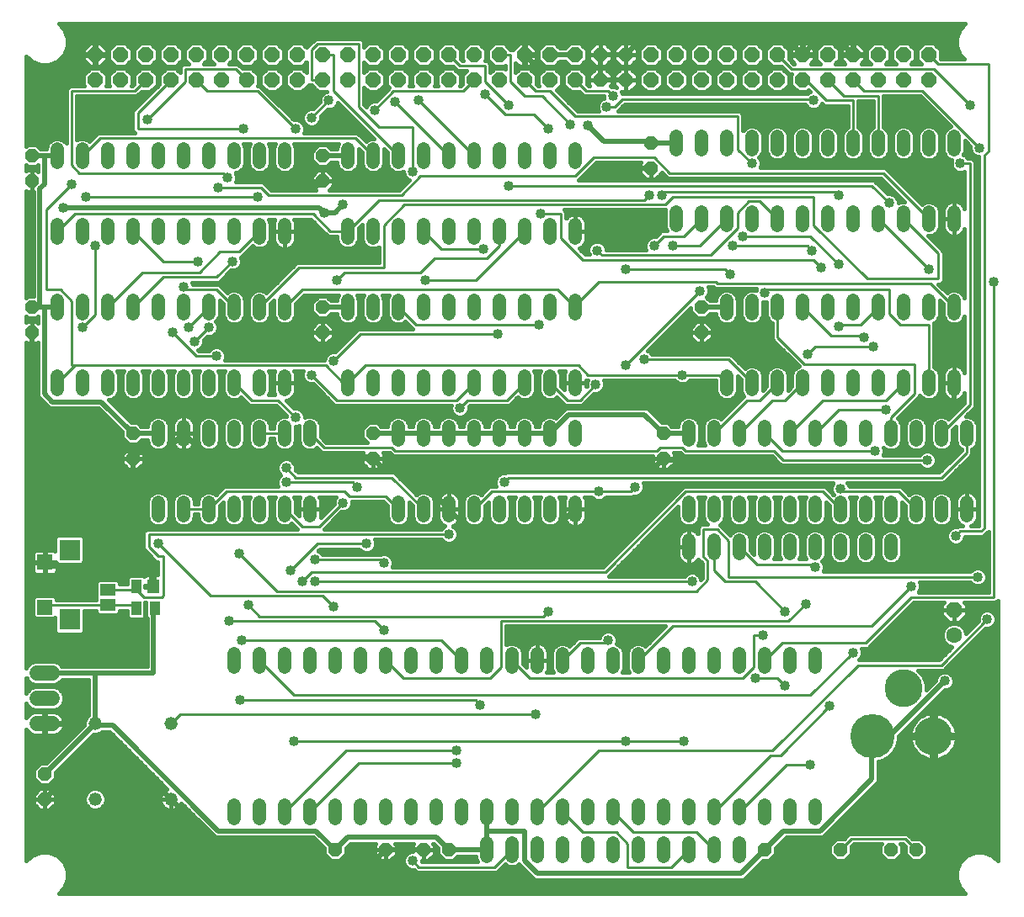
<source format=gtl>
G75*
%MOIN*%
%OFA0B0*%
%FSLAX24Y24*%
%IPPOS*%
%LPD*%
%AMOC8*
5,1,8,0,0,1.08239X$1,22.5*
%
%ADD10C,0.0520*%
%ADD11C,0.0520*%
%ADD12R,0.0630X0.0460*%
%ADD13C,0.0600*%
%ADD14OC8,0.0600*%
%ADD15R,0.0394X0.0567*%
%ADD16R,0.0472X0.0567*%
%ADD17R,0.0600X0.0600*%
%ADD18R,0.0825X0.0825*%
%ADD19OC8,0.0520*%
%ADD20C,0.1750*%
%ADD21C,0.1500*%
%ADD22OC8,0.0560*%
%ADD23OC8,0.0630*%
%ADD24C,0.0630*%
%ADD25C,0.0200*%
%ADD26C,0.0400*%
%ADD27C,0.0160*%
%ADD28C,0.0100*%
D10*
X009180Y003920D02*
X009180Y004440D01*
X010180Y004440D02*
X010180Y003920D01*
X011180Y003920D02*
X011180Y004440D01*
X012180Y004440D02*
X012180Y003920D01*
X013180Y003920D02*
X013180Y004440D01*
X014180Y004440D02*
X014180Y003920D01*
X015180Y003920D02*
X015180Y004440D01*
X016180Y004440D02*
X016180Y003920D01*
X017180Y003920D02*
X017180Y004440D01*
X018180Y004440D02*
X018180Y003920D01*
X019180Y003920D02*
X019180Y004440D01*
X020180Y004440D02*
X020180Y003920D01*
X020180Y002940D02*
X020180Y002420D01*
X021180Y002420D02*
X021180Y002940D01*
X021180Y003920D02*
X021180Y004440D01*
X022180Y004440D02*
X022180Y003920D01*
X022180Y002940D02*
X022180Y002420D01*
X023180Y002420D02*
X023180Y002940D01*
X023180Y003920D02*
X023180Y004440D01*
X024180Y004440D02*
X024180Y003920D01*
X024180Y002940D02*
X024180Y002420D01*
X025180Y002420D02*
X025180Y002940D01*
X025180Y003920D02*
X025180Y004440D01*
X026180Y004440D02*
X026180Y003920D01*
X026180Y002940D02*
X026180Y002420D01*
X027180Y002420D02*
X027180Y002940D01*
X027180Y003920D02*
X027180Y004440D01*
X028180Y004440D02*
X028180Y003920D01*
X028180Y002940D02*
X028180Y002420D01*
X029180Y002420D02*
X029180Y002940D01*
X029180Y003920D02*
X029180Y004440D01*
X030180Y004440D02*
X030180Y003920D01*
X031180Y003920D02*
X031180Y004440D01*
X032180Y004440D02*
X032180Y003920D01*
X032180Y009920D02*
X032180Y010440D01*
X031180Y010440D02*
X031180Y009920D01*
X030180Y009920D02*
X030180Y010440D01*
X029180Y010440D02*
X029180Y009920D01*
X028180Y009920D02*
X028180Y010440D01*
X027180Y010440D02*
X027180Y009920D01*
X026180Y009920D02*
X026180Y010440D01*
X025180Y010440D02*
X025180Y009920D01*
X024180Y009920D02*
X024180Y010440D01*
X023180Y010440D02*
X023180Y009920D01*
X022180Y009920D02*
X022180Y010440D01*
X021180Y010440D02*
X021180Y009920D01*
X020180Y009920D02*
X020180Y010440D01*
X019180Y010440D02*
X019180Y009920D01*
X018180Y009920D02*
X018180Y010440D01*
X017180Y010440D02*
X017180Y009920D01*
X016180Y009920D02*
X016180Y010440D01*
X015180Y010440D02*
X015180Y009920D01*
X014180Y009920D02*
X014180Y010440D01*
X013180Y010440D02*
X013180Y009920D01*
X012180Y009920D02*
X012180Y010440D01*
X011180Y010440D02*
X011180Y009920D01*
X010180Y009920D02*
X010180Y010440D01*
X009180Y010440D02*
X009180Y009920D01*
X009180Y015920D02*
X009180Y016440D01*
X008180Y016440D02*
X008180Y015920D01*
X007180Y015920D02*
X007180Y016440D01*
X006180Y016440D02*
X006180Y015920D01*
X006180Y018920D02*
X006180Y019440D01*
X007180Y019440D02*
X007180Y018920D01*
X008180Y018920D02*
X008180Y019440D01*
X009180Y019440D02*
X009180Y018920D01*
X010180Y018920D02*
X010180Y019440D01*
X011180Y019440D02*
X011180Y018920D01*
X012180Y018920D02*
X012180Y019440D01*
X011180Y020920D02*
X011180Y021440D01*
X010180Y021440D02*
X010180Y020920D01*
X009180Y020920D02*
X009180Y021440D01*
X008180Y021440D02*
X008180Y020920D01*
X007180Y020920D02*
X007180Y021440D01*
X006180Y021440D02*
X006180Y020920D01*
X005180Y020920D02*
X005180Y021440D01*
X004180Y021440D02*
X004180Y020920D01*
X003180Y020920D02*
X003180Y021440D01*
X002180Y021440D02*
X002180Y020920D01*
X002180Y023920D02*
X002180Y024440D01*
X003180Y024440D02*
X003180Y023920D01*
X004180Y023920D02*
X004180Y024440D01*
X005180Y024440D02*
X005180Y023920D01*
X006180Y023920D02*
X006180Y024440D01*
X007180Y024440D02*
X007180Y023920D01*
X008180Y023920D02*
X008180Y024440D01*
X009180Y024440D02*
X009180Y023920D01*
X010180Y023920D02*
X010180Y024440D01*
X011180Y024440D02*
X011180Y023920D01*
X013680Y023920D02*
X013680Y024440D01*
X014680Y024440D02*
X014680Y023920D01*
X015680Y023920D02*
X015680Y024440D01*
X016680Y024440D02*
X016680Y023920D01*
X017680Y023920D02*
X017680Y024440D01*
X018680Y024440D02*
X018680Y023920D01*
X019680Y023920D02*
X019680Y024440D01*
X020680Y024440D02*
X020680Y023920D01*
X021680Y023920D02*
X021680Y024440D01*
X022680Y024440D02*
X022680Y023920D01*
X022680Y021440D02*
X022680Y020920D01*
X021680Y020920D02*
X021680Y021440D01*
X020680Y021440D02*
X020680Y020920D01*
X019680Y020920D02*
X019680Y021440D01*
X018680Y021440D02*
X018680Y020920D01*
X017680Y020920D02*
X017680Y021440D01*
X016680Y021440D02*
X016680Y020920D01*
X015680Y020920D02*
X015680Y021440D01*
X014680Y021440D02*
X014680Y020920D01*
X013680Y020920D02*
X013680Y021440D01*
X015680Y019440D02*
X015680Y018920D01*
X016680Y018920D02*
X016680Y019440D01*
X017680Y019440D02*
X017680Y018920D01*
X018680Y018920D02*
X018680Y019440D01*
X019680Y019440D02*
X019680Y018920D01*
X020680Y018920D02*
X020680Y019440D01*
X021680Y019440D02*
X021680Y018920D01*
X022680Y018920D02*
X022680Y019440D01*
X022680Y016440D02*
X022680Y015920D01*
X021680Y015920D02*
X021680Y016440D01*
X020680Y016440D02*
X020680Y015920D01*
X019680Y015920D02*
X019680Y016440D01*
X018680Y016440D02*
X018680Y015920D01*
X017680Y015920D02*
X017680Y016440D01*
X016680Y016440D02*
X016680Y015920D01*
X015680Y015920D02*
X015680Y016440D01*
X012180Y016440D02*
X012180Y015920D01*
X011180Y015920D02*
X011180Y016440D01*
X010180Y016440D02*
X010180Y015920D01*
X010180Y026920D02*
X010180Y027440D01*
X011180Y027440D02*
X011180Y026920D01*
X009180Y026920D02*
X009180Y027440D01*
X008180Y027440D02*
X008180Y026920D01*
X007180Y026920D02*
X007180Y027440D01*
X006180Y027440D02*
X006180Y026920D01*
X005180Y026920D02*
X005180Y027440D01*
X004180Y027440D02*
X004180Y026920D01*
X003180Y026920D02*
X003180Y027440D01*
X002180Y027440D02*
X002180Y026920D01*
X002180Y029920D02*
X002180Y030440D01*
X003180Y030440D02*
X003180Y029920D01*
X004180Y029920D02*
X004180Y030440D01*
X005180Y030440D02*
X005180Y029920D01*
X006180Y029920D02*
X006180Y030440D01*
X007180Y030440D02*
X007180Y029920D01*
X008180Y029920D02*
X008180Y030440D01*
X009180Y030440D02*
X009180Y029920D01*
X010180Y029920D02*
X010180Y030440D01*
X011180Y030440D02*
X011180Y029920D01*
X013680Y029920D02*
X013680Y030440D01*
X014680Y030440D02*
X014680Y029920D01*
X015680Y029920D02*
X015680Y030440D01*
X016680Y030440D02*
X016680Y029920D01*
X017680Y029920D02*
X017680Y030440D01*
X018680Y030440D02*
X018680Y029920D01*
X019680Y029920D02*
X019680Y030440D01*
X020680Y030440D02*
X020680Y029920D01*
X021680Y029920D02*
X021680Y030440D01*
X022680Y030440D02*
X022680Y029920D01*
X022680Y027440D02*
X022680Y026920D01*
X021680Y026920D02*
X021680Y027440D01*
X020680Y027440D02*
X020680Y026920D01*
X019680Y026920D02*
X019680Y027440D01*
X018680Y027440D02*
X018680Y026920D01*
X017680Y026920D02*
X017680Y027440D01*
X016680Y027440D02*
X016680Y026920D01*
X015680Y026920D02*
X015680Y027440D01*
X014680Y027440D02*
X014680Y026920D01*
X013680Y026920D02*
X013680Y027440D01*
X026680Y027420D02*
X026680Y027940D01*
X027680Y027940D02*
X027680Y027420D01*
X028680Y027420D02*
X028680Y027940D01*
X029680Y027940D02*
X029680Y027420D01*
X030680Y027420D02*
X030680Y027940D01*
X031680Y027940D02*
X031680Y027420D01*
X032680Y027420D02*
X032680Y027940D01*
X033680Y027940D02*
X033680Y027420D01*
X034680Y027420D02*
X034680Y027940D01*
X035680Y027940D02*
X035680Y027420D01*
X036680Y027420D02*
X036680Y027940D01*
X037680Y027940D02*
X037680Y027420D01*
X037680Y024440D02*
X037680Y023920D01*
X036680Y023920D02*
X036680Y024440D01*
X035680Y024440D02*
X035680Y023920D01*
X034680Y023920D02*
X034680Y024440D01*
X033680Y024440D02*
X033680Y023920D01*
X032680Y023920D02*
X032680Y024440D01*
X031680Y024440D02*
X031680Y023920D01*
X030680Y023920D02*
X030680Y024440D01*
X029680Y024440D02*
X029680Y023920D01*
X028680Y023920D02*
X028680Y024440D01*
X028680Y021440D02*
X028680Y020920D01*
X029680Y020920D02*
X029680Y021440D01*
X030680Y021440D02*
X030680Y020920D01*
X031680Y020920D02*
X031680Y021440D01*
X032680Y021440D02*
X032680Y020920D01*
X033680Y020920D02*
X033680Y021440D01*
X034680Y021440D02*
X034680Y020920D01*
X035680Y020920D02*
X035680Y021440D01*
X036680Y021440D02*
X036680Y020920D01*
X037680Y020920D02*
X037680Y021440D01*
X037180Y019440D02*
X037180Y018920D01*
X038180Y018920D02*
X038180Y019440D01*
X036180Y019440D02*
X036180Y018920D01*
X035180Y018920D02*
X035180Y019440D01*
X034180Y019440D02*
X034180Y018920D01*
X033180Y018920D02*
X033180Y019440D01*
X032180Y019440D02*
X032180Y018920D01*
X031180Y018920D02*
X031180Y019440D01*
X030180Y019440D02*
X030180Y018920D01*
X029180Y018920D02*
X029180Y019440D01*
X028180Y019440D02*
X028180Y018920D01*
X027180Y018920D02*
X027180Y019440D01*
X027180Y016440D02*
X027180Y015920D01*
X027180Y014940D02*
X027180Y014420D01*
X028180Y014420D02*
X028180Y014940D01*
X028180Y015920D02*
X028180Y016440D01*
X029180Y016440D02*
X029180Y015920D01*
X029180Y014940D02*
X029180Y014420D01*
X030180Y014420D02*
X030180Y014940D01*
X030180Y015920D02*
X030180Y016440D01*
X031180Y016440D02*
X031180Y015920D01*
X031180Y014940D02*
X031180Y014420D01*
X032180Y014420D02*
X032180Y014940D01*
X032180Y015920D02*
X032180Y016440D01*
X033180Y016440D02*
X033180Y015920D01*
X033180Y014940D02*
X033180Y014420D01*
X034180Y014420D02*
X034180Y014940D01*
X034180Y015920D02*
X034180Y016440D01*
X035180Y016440D02*
X035180Y015920D01*
X035180Y014940D02*
X035180Y014420D01*
X036180Y015920D02*
X036180Y016440D01*
X037180Y016440D02*
X037180Y015920D01*
X038180Y015920D02*
X038180Y016440D01*
X037680Y030420D02*
X037680Y030940D01*
X036680Y030940D02*
X036680Y030420D01*
X035680Y030420D02*
X035680Y030940D01*
X034680Y030940D02*
X034680Y030420D01*
X033680Y030420D02*
X033680Y030940D01*
X032680Y030940D02*
X032680Y030420D01*
X031680Y030420D02*
X031680Y030940D01*
X030680Y030940D02*
X030680Y030420D01*
X029680Y030420D02*
X029680Y030940D01*
X028680Y030940D02*
X028680Y030420D01*
X027680Y030420D02*
X027680Y030940D01*
X026680Y030940D02*
X026680Y030420D01*
X019180Y002940D02*
X019180Y002420D01*
D11*
X006680Y004680D03*
X003680Y004680D03*
X003680Y007680D03*
X006680Y007680D03*
D12*
X004180Y012380D03*
X004180Y012980D03*
D13*
X001980Y009680D02*
X001380Y009680D01*
X001380Y008680D02*
X001980Y008680D01*
X001980Y007680D02*
X001380Y007680D01*
D14*
X003680Y033180D03*
X004680Y033180D03*
X004680Y034180D03*
X003680Y034180D03*
X005680Y034180D03*
X006680Y034180D03*
X006680Y033180D03*
X005680Y033180D03*
X007680Y033180D03*
X008680Y033180D03*
X009680Y033180D03*
X009680Y034180D03*
X008680Y034180D03*
X007680Y034180D03*
X010680Y034180D03*
X011680Y034180D03*
X011680Y033180D03*
X010680Y033180D03*
X012680Y033180D03*
X013680Y033180D03*
X013680Y034180D03*
X012680Y034180D03*
X014680Y034180D03*
X015680Y034180D03*
X015680Y033180D03*
X014680Y033180D03*
X016680Y033180D03*
X017680Y033180D03*
X017680Y034180D03*
X016680Y034180D03*
X018680Y034180D03*
X019680Y034180D03*
X019680Y033180D03*
X018680Y033180D03*
X020680Y033180D03*
X021680Y033180D03*
X021680Y034180D03*
X020680Y034180D03*
X022680Y034180D03*
X022680Y033180D03*
X025680Y033180D03*
X025680Y034180D03*
X026680Y034180D03*
X027680Y034180D03*
X027680Y033180D03*
X026680Y033180D03*
X028680Y033180D03*
X029680Y033180D03*
X029680Y034180D03*
X028680Y034180D03*
X030680Y034180D03*
X031680Y034180D03*
X032680Y034180D03*
X032680Y033180D03*
X031680Y033180D03*
X030680Y033180D03*
X033680Y033180D03*
X034680Y033180D03*
X034680Y034180D03*
X033680Y034180D03*
X035680Y034180D03*
X036680Y034180D03*
X036680Y033180D03*
X035680Y033180D03*
D15*
X006054Y012247D03*
X005306Y012247D03*
X005306Y013113D03*
D16*
X005975Y013113D03*
D17*
X001690Y012295D03*
X001690Y014065D03*
D18*
X002670Y014560D03*
X002670Y011800D03*
D19*
X001680Y005680D03*
X001680Y004680D03*
X013180Y002680D03*
X015180Y002680D03*
X016680Y002680D03*
X017680Y002680D03*
X030180Y002680D03*
X033180Y002680D03*
X035180Y002680D03*
X036180Y002680D03*
X026180Y018180D03*
X026180Y019180D03*
X027680Y023180D03*
X027680Y024180D03*
X025680Y029680D03*
X025680Y030680D03*
X012680Y030180D03*
X012680Y029180D03*
X012680Y024180D03*
X012680Y023180D03*
X014680Y019180D03*
X014680Y018180D03*
X005180Y018180D03*
X005180Y019180D03*
X001180Y023180D03*
X001180Y024180D03*
X001180Y029180D03*
X001180Y030180D03*
D20*
X034460Y007180D03*
D21*
X035680Y009070D03*
X036861Y007180D03*
D22*
X024680Y033180D03*
X024680Y034180D03*
X023680Y034180D03*
X023680Y033180D03*
D23*
X037680Y012180D03*
D24*
X037680Y011180D03*
D25*
X037305Y009368D02*
X035118Y007180D01*
X034460Y007180D01*
X034430Y007180D01*
X034430Y005493D01*
X032368Y003430D01*
X030930Y003430D01*
X030180Y002680D01*
X029243Y001743D01*
X021180Y001743D01*
X020680Y002243D01*
X020680Y003430D01*
X019180Y003430D01*
X019180Y004180D01*
X019180Y003430D02*
X019180Y002680D01*
X017680Y002680D01*
X017180Y003180D01*
X013680Y003180D01*
X013180Y002680D01*
X012430Y003430D01*
X008555Y003430D01*
X004368Y007618D01*
X003743Y007618D01*
X003680Y007680D01*
X003680Y009680D01*
X005993Y009680D01*
X005993Y012243D01*
X006054Y012247D01*
X005975Y013113D02*
X005930Y013118D01*
X005930Y013930D01*
X005180Y013930D01*
X005180Y018180D01*
X005430Y018430D01*
X005368Y018493D01*
X001180Y018493D01*
X001180Y023180D01*
X001180Y024180D02*
X001493Y024180D01*
X001493Y028868D01*
X001680Y029055D01*
X001680Y030180D01*
X001180Y030180D01*
X001680Y030180D02*
X002180Y030180D01*
X002430Y028118D02*
X012555Y028118D01*
X012743Y027930D01*
X013180Y027930D01*
X013493Y028243D01*
X012680Y029180D02*
X012493Y028993D01*
X011868Y028993D01*
X012680Y030180D02*
X013680Y030180D01*
X013680Y024180D02*
X012680Y024180D01*
X014680Y019180D02*
X015680Y019180D01*
X016680Y019180D01*
X017680Y019180D01*
X018680Y019180D01*
X019680Y019180D01*
X020680Y019180D01*
X021680Y019180D01*
X022430Y019930D01*
X025430Y019930D01*
X026180Y019180D01*
X027180Y019180D01*
X027118Y018118D02*
X026243Y018118D01*
X026180Y018180D01*
X025680Y017680D01*
X016305Y017680D01*
X016243Y017618D01*
X016180Y017680D01*
X015180Y017680D01*
X014680Y018180D01*
X014618Y018243D01*
X012368Y018243D01*
X012368Y018180D01*
X012368Y018243D02*
X008118Y018243D01*
X007180Y019180D01*
X006430Y018430D01*
X005430Y018430D01*
X005180Y019180D02*
X003930Y020430D01*
X001993Y020430D01*
X001680Y020743D01*
X001680Y024180D01*
X001493Y024180D01*
X001680Y024180D02*
X002180Y024180D01*
X005180Y019180D02*
X006180Y019180D01*
X005180Y013930D02*
X001868Y013930D01*
X001743Y014055D01*
X001690Y014065D01*
X001680Y009680D02*
X003680Y009680D01*
X003680Y007680D02*
X001680Y005680D01*
X002180Y005180D02*
X001680Y004680D01*
X002180Y005180D02*
X006180Y005180D01*
X006680Y004680D01*
X009180Y002180D01*
X014680Y002180D01*
X015180Y002680D01*
X016680Y002680D01*
X018430Y015430D02*
X017680Y016180D01*
X016243Y017618D01*
X018430Y015430D02*
X021930Y015430D01*
X022680Y016180D01*
X027118Y018118D02*
X027555Y017680D01*
X037055Y017680D01*
X037055Y018243D01*
X036743Y018555D01*
X036680Y018555D01*
X036680Y019618D01*
X037118Y020055D01*
X037680Y020055D01*
X037680Y021180D01*
X028680Y024180D02*
X027680Y024180D01*
X024368Y029368D02*
X023555Y029368D01*
X024368Y029368D02*
X024680Y029680D01*
X025680Y029680D01*
X025680Y030680D02*
X025618Y030743D01*
X023805Y030743D01*
X023180Y031368D01*
X023680Y033180D02*
X024680Y033180D01*
X024680Y034180D02*
X023680Y034180D01*
X023680Y033680D01*
X021180Y033680D01*
X020680Y034180D01*
X021680Y034180D02*
X022680Y034180D01*
X023680Y033680D02*
X023680Y033180D01*
X024680Y034180D02*
X025180Y034680D01*
X031180Y034680D01*
X031680Y034180D01*
X032180Y034680D01*
X033180Y034680D01*
X033680Y034180D01*
X026680Y030680D02*
X025680Y030680D01*
D26*
X024680Y029680D03*
X023555Y029368D03*
X025618Y028618D03*
X026118Y028618D03*
X025805Y026618D03*
X026555Y026618D03*
X024680Y025680D03*
X023555Y026430D03*
X021305Y027868D03*
X020055Y028993D03*
X021618Y031243D03*
X022493Y031430D03*
X023180Y031368D03*
X023930Y032118D03*
X024180Y032555D03*
X020055Y032180D03*
X019118Y032618D03*
X016493Y032368D03*
X015555Y032305D03*
X014743Y031993D03*
X012930Y032368D03*
X012243Y031680D03*
X011618Y031243D03*
X009555Y031243D03*
X008930Y029305D03*
X008555Y028930D03*
X010118Y028555D03*
X011868Y028993D03*
X012743Y027930D03*
X013493Y028243D03*
X016243Y029555D03*
X019055Y026493D03*
X016743Y025243D03*
X019618Y023118D03*
X021243Y023493D03*
X023493Y021118D03*
X024680Y021868D03*
X025430Y022118D03*
X026930Y021493D03*
X027618Y024805D03*
X028805Y025493D03*
X028930Y026618D03*
X029305Y026993D03*
X030180Y024743D03*
X032055Y026430D03*
X032430Y025743D03*
X033118Y025868D03*
X035118Y028305D03*
X033118Y028618D03*
X036680Y025680D03*
X039243Y025180D03*
X034493Y022618D03*
X034118Y022993D03*
X033118Y023430D03*
X031868Y022305D03*
X034993Y020118D03*
X034555Y018493D03*
X033180Y016993D03*
X032180Y013868D03*
X031805Y012430D03*
X030993Y012118D03*
X030118Y011180D03*
X029805Y009493D03*
X030993Y009180D03*
X032743Y008368D03*
X033680Y010493D03*
X035993Y013118D03*
X037743Y015118D03*
X038618Y013493D03*
X038993Y011805D03*
X037305Y009368D03*
X031993Y006055D03*
X026993Y006993D03*
X024680Y006993D03*
X021118Y008055D03*
X018930Y008430D03*
X017993Y006618D03*
X017993Y006118D03*
X016243Y002243D03*
X011555Y006993D03*
X009430Y008618D03*
X009493Y010993D03*
X008993Y011743D03*
X009743Y012368D03*
X011430Y013743D03*
X011868Y013305D03*
X012368Y013305D03*
X012368Y014180D03*
X013118Y012305D03*
X015118Y011368D03*
X015118Y014055D03*
X014430Y014805D03*
X013493Y016430D03*
X014055Y017055D03*
X012368Y018180D03*
X011243Y017805D03*
X011243Y017243D03*
X011618Y019805D03*
X012243Y021493D03*
X013118Y022055D03*
X013243Y025243D03*
X009118Y025993D03*
X007743Y025993D03*
X007180Y024993D03*
X007368Y023368D03*
X007618Y022805D03*
X008180Y023368D03*
X008493Y022243D03*
X006743Y023180D03*
X003180Y023368D03*
X003680Y026618D03*
X002430Y028118D03*
X003305Y028555D03*
X002743Y029055D03*
X005743Y031618D03*
X018118Y020180D03*
X019868Y017243D03*
X017680Y015180D03*
X021618Y012118D03*
X023993Y010993D03*
X027305Y013305D03*
X025055Y017055D03*
X023618Y016868D03*
X027118Y018118D03*
X036618Y018118D03*
X037930Y029868D03*
X038680Y030493D03*
X038305Y032180D03*
X032118Y032368D03*
X029680Y029868D03*
X009368Y014430D03*
X006180Y014805D03*
D27*
X002447Y001167D02*
X002240Y000960D01*
X038120Y000960D01*
X037913Y001167D01*
X037775Y001500D01*
X037775Y001860D01*
X037913Y002193D01*
X038167Y002447D01*
X038500Y002585D01*
X038860Y002585D01*
X039193Y002447D01*
X039400Y002240D01*
X039400Y012541D01*
X039329Y012470D01*
X038090Y012470D01*
X038175Y012385D01*
X038175Y012180D01*
X037680Y012180D01*
X037680Y012180D01*
X038175Y012180D01*
X038175Y011975D01*
X037885Y011685D01*
X037680Y011685D01*
X037680Y012180D01*
X037680Y012180D01*
X037680Y012180D01*
X037185Y012180D01*
X037185Y012385D01*
X037270Y012470D01*
X036079Y012470D01*
X034390Y010781D01*
X034267Y010658D01*
X034001Y010658D01*
X034040Y010564D01*
X034040Y010421D01*
X033985Y010289D01*
X033899Y010202D01*
X037093Y010202D01*
X037596Y010705D01*
X037586Y010705D01*
X037411Y010777D01*
X037277Y010911D01*
X037205Y011086D01*
X037205Y011274D01*
X037277Y011449D01*
X037411Y011583D01*
X037586Y011655D01*
X037774Y011655D01*
X037949Y011583D01*
X038083Y011449D01*
X038155Y011274D01*
X038155Y011264D01*
X038633Y011742D01*
X038633Y011877D01*
X038687Y012009D01*
X038789Y012110D01*
X038921Y012165D01*
X039064Y012165D01*
X039196Y012110D01*
X039298Y012009D01*
X039352Y011877D01*
X039352Y011733D01*
X039298Y011601D01*
X039196Y011500D01*
X039064Y011445D01*
X038929Y011445D01*
X037390Y009906D01*
X037267Y009783D01*
X036254Y009783D01*
X036451Y009585D01*
X036590Y009251D01*
X036590Y009020D01*
X036945Y009375D01*
X036945Y009439D01*
X037000Y009571D01*
X037101Y009673D01*
X037233Y009727D01*
X037377Y009727D01*
X037509Y009673D01*
X037610Y009571D01*
X037665Y009439D01*
X037665Y009296D01*
X037610Y009164D01*
X037509Y009062D01*
X037377Y009008D01*
X037313Y009008D01*
X035495Y007189D01*
X035495Y007044D01*
X035424Y006781D01*
X035288Y006544D01*
X035095Y006352D01*
X034859Y006216D01*
X034690Y006170D01*
X034690Y005441D01*
X034650Y005345D01*
X034577Y005272D01*
X032515Y003210D01*
X032419Y003170D01*
X031038Y003170D01*
X030600Y002732D01*
X030600Y002506D01*
X030354Y002260D01*
X030128Y002260D01*
X029463Y001595D01*
X029390Y001522D01*
X029294Y001483D01*
X021128Y001483D01*
X021033Y001522D01*
X020533Y002022D01*
X020460Y002095D01*
X020457Y002103D01*
X020418Y002064D01*
X020264Y002000D01*
X020096Y002000D01*
X019942Y002064D01*
X019902Y002105D01*
X019579Y001783D01*
X016406Y001783D01*
X016306Y001883D01*
X016171Y001883D01*
X016039Y001937D01*
X015937Y002039D01*
X015883Y002171D01*
X015883Y002314D01*
X015937Y002446D01*
X016039Y002548D01*
X016171Y002602D01*
X016240Y002602D01*
X016240Y002680D01*
X016680Y002680D01*
X017120Y002680D01*
X017120Y002862D01*
X017062Y002920D01*
X017072Y002920D01*
X017260Y002732D01*
X017260Y002506D01*
X017506Y002260D01*
X017854Y002260D01*
X018014Y002420D01*
X018760Y002420D01*
X018760Y002336D01*
X018815Y002202D01*
X016602Y002202D01*
X016602Y002240D01*
X016680Y002240D01*
X016862Y002240D01*
X017120Y002498D01*
X017120Y002680D01*
X016680Y002680D01*
X016680Y002680D01*
X016680Y002240D01*
X016680Y002680D01*
X016680Y002680D01*
X016680Y002680D01*
X016240Y002680D01*
X016240Y002862D01*
X016298Y002920D01*
X015562Y002920D01*
X015620Y002862D01*
X015620Y002680D01*
X015180Y002680D01*
X015180Y002680D01*
X015620Y002680D01*
X015620Y002498D01*
X015362Y002240D01*
X015180Y002240D01*
X015180Y002680D01*
X015180Y002680D01*
X015180Y002680D01*
X014740Y002680D01*
X014740Y002862D01*
X014798Y002920D01*
X013788Y002920D01*
X013600Y002732D01*
X013600Y002506D01*
X013354Y002260D01*
X013006Y002260D01*
X012760Y002506D01*
X012760Y002732D01*
X012322Y003170D01*
X008503Y003170D01*
X008408Y003210D01*
X007092Y004525D01*
X007088Y004511D01*
X007056Y004449D01*
X007016Y004393D01*
X006967Y004344D01*
X006911Y004304D01*
X006849Y004272D01*
X006783Y004251D01*
X006715Y004240D01*
X006680Y004240D01*
X006680Y004680D01*
X006680Y004680D01*
X006680Y004680D01*
X006240Y004680D01*
X006240Y004715D01*
X006251Y004783D01*
X006272Y004849D01*
X006304Y004911D01*
X006344Y004967D01*
X006393Y005016D01*
X006449Y005056D01*
X006511Y005088D01*
X006525Y005092D01*
X004260Y007358D01*
X003951Y007358D01*
X003918Y007324D01*
X003764Y007260D01*
X003628Y007260D01*
X002100Y005732D01*
X002100Y005506D01*
X001854Y005260D01*
X001506Y005260D01*
X001260Y005506D01*
X001260Y005854D01*
X001506Y006100D01*
X001732Y006100D01*
X003260Y007628D01*
X003260Y007764D01*
X003324Y007918D01*
X003420Y008014D01*
X003420Y009420D01*
X002370Y009420D01*
X002370Y009419D01*
X002241Y009290D01*
X002071Y009220D01*
X001288Y009220D01*
X001119Y009290D01*
X000990Y009419D01*
X000960Y009492D01*
X000960Y008868D01*
X000990Y008941D01*
X001119Y009070D01*
X001288Y009140D01*
X002071Y009140D01*
X002241Y009070D01*
X002370Y008941D01*
X002440Y008771D01*
X002440Y008588D01*
X002370Y008419D01*
X002241Y008290D01*
X002071Y008220D01*
X001288Y008220D01*
X001119Y008290D01*
X000990Y008419D01*
X000960Y008492D01*
X000960Y007913D01*
X000969Y007932D01*
X001014Y007993D01*
X001067Y008046D01*
X001128Y008091D01*
X001196Y008125D01*
X001268Y008148D01*
X001342Y008160D01*
X001660Y008160D01*
X001660Y007700D01*
X001700Y007700D01*
X001700Y008160D01*
X002018Y008160D01*
X002092Y008148D01*
X002164Y008125D01*
X002232Y008091D01*
X002293Y008046D01*
X002346Y007993D01*
X002391Y007932D01*
X002425Y007864D01*
X002448Y007792D01*
X002460Y007718D01*
X002460Y007700D01*
X001700Y007700D01*
X001700Y007660D01*
X002460Y007660D01*
X002460Y007642D01*
X002448Y007568D01*
X002425Y007496D01*
X002391Y007428D01*
X002346Y007367D01*
X002293Y007314D01*
X002232Y007269D01*
X002164Y007235D01*
X002092Y007212D01*
X002018Y007200D01*
X001700Y007200D01*
X001700Y007660D01*
X001660Y007660D01*
X001660Y007200D01*
X001342Y007200D01*
X001268Y007212D01*
X001196Y007235D01*
X001128Y007269D01*
X001067Y007314D01*
X001014Y007367D01*
X000969Y007428D01*
X000960Y007447D01*
X000960Y002240D01*
X001167Y002447D01*
X001500Y002585D01*
X001860Y002585D01*
X002193Y002447D01*
X002447Y002193D01*
X002585Y001860D01*
X002585Y001500D01*
X002447Y001167D01*
X002473Y001229D02*
X037887Y001229D01*
X037822Y001387D02*
X002538Y001387D01*
X002585Y001546D02*
X021009Y001546D01*
X020850Y001704D02*
X002585Y001704D01*
X002584Y001863D02*
X016325Y001863D01*
X015954Y002021D02*
X002518Y002021D01*
X002452Y002180D02*
X015883Y002180D01*
X015893Y002339D02*
X015461Y002339D01*
X015619Y002497D02*
X015988Y002497D01*
X016240Y002656D02*
X015620Y002656D01*
X015620Y002814D02*
X016240Y002814D01*
X016680Y002656D02*
X016680Y002656D01*
X016680Y002497D02*
X016680Y002497D01*
X016680Y002339D02*
X016680Y002339D01*
X016961Y002339D02*
X017428Y002339D01*
X017269Y002497D02*
X017119Y002497D01*
X017120Y002656D02*
X017260Y002656D01*
X017178Y002814D02*
X017120Y002814D01*
X017932Y002339D02*
X018760Y002339D01*
X019660Y001863D02*
X020692Y001863D01*
X020533Y002021D02*
X020315Y002021D01*
X020045Y002021D02*
X019818Y002021D01*
X015180Y002240D02*
X015180Y002680D01*
X014740Y002680D01*
X014740Y002498D01*
X014998Y002240D01*
X015180Y002240D01*
X015180Y002339D02*
X015180Y002339D01*
X015180Y002497D02*
X015180Y002497D01*
X015180Y002656D02*
X015180Y002656D01*
X014899Y002339D02*
X013432Y002339D01*
X013591Y002497D02*
X014741Y002497D01*
X014740Y002656D02*
X013600Y002656D01*
X013682Y002814D02*
X014740Y002814D01*
X012928Y002339D02*
X002301Y002339D01*
X002072Y002497D02*
X012769Y002497D01*
X012760Y002656D02*
X000960Y002656D01*
X000960Y002814D02*
X012678Y002814D01*
X012520Y002973D02*
X000960Y002973D01*
X000960Y003131D02*
X012361Y003131D01*
X008328Y003290D02*
X000960Y003290D01*
X000960Y003448D02*
X008169Y003448D01*
X008011Y003607D02*
X000960Y003607D01*
X000960Y003765D02*
X007852Y003765D01*
X007694Y003924D02*
X000960Y003924D01*
X000960Y004082D02*
X007535Y004082D01*
X007377Y004241D02*
X006718Y004241D01*
X006680Y004241D02*
X006680Y004241D01*
X006680Y004240D02*
X006680Y004680D01*
X006240Y004680D01*
X006240Y004645D01*
X006251Y004577D01*
X006272Y004511D01*
X006304Y004449D01*
X006344Y004393D01*
X006393Y004344D01*
X006449Y004304D01*
X006511Y004272D01*
X006577Y004251D01*
X006645Y004240D01*
X006680Y004240D01*
X006642Y004241D02*
X001863Y004241D01*
X001862Y004240D02*
X002120Y004498D01*
X002120Y004680D01*
X002120Y004862D01*
X001862Y005120D01*
X001680Y005120D01*
X001680Y004680D01*
X001680Y004680D01*
X002120Y004680D01*
X001680Y004680D01*
X001680Y004680D01*
X001680Y004680D01*
X001240Y004680D01*
X001240Y004862D01*
X001498Y005120D01*
X001680Y005120D01*
X001680Y004680D01*
X001680Y004240D01*
X001862Y004240D01*
X001680Y004241D02*
X001680Y004241D01*
X001680Y004240D02*
X001680Y004680D01*
X001680Y004680D01*
X001240Y004680D01*
X001240Y004498D01*
X001498Y004240D01*
X001680Y004240D01*
X001680Y004399D02*
X001680Y004399D01*
X001680Y004558D02*
X001680Y004558D01*
X001680Y004716D02*
X001680Y004716D01*
X001680Y004875D02*
X001680Y004875D01*
X001680Y005033D02*
X001680Y005033D01*
X001949Y005033D02*
X003439Y005033D01*
X003442Y005036D02*
X003324Y004918D01*
X003260Y004764D01*
X003260Y004596D01*
X003324Y004442D01*
X003442Y004324D01*
X003596Y004260D01*
X003764Y004260D01*
X003918Y004324D01*
X004036Y004442D01*
X004100Y004596D01*
X004100Y004764D01*
X004036Y004918D01*
X003918Y005036D01*
X003764Y005100D01*
X003596Y005100D01*
X003442Y005036D01*
X003306Y004875D02*
X002108Y004875D01*
X002120Y004716D02*
X003260Y004716D01*
X003276Y004558D02*
X002120Y004558D01*
X002021Y004399D02*
X003367Y004399D01*
X003993Y004399D02*
X006340Y004399D01*
X006257Y004558D02*
X004084Y004558D01*
X004100Y004716D02*
X006240Y004716D01*
X006285Y004875D02*
X004054Y004875D01*
X003921Y005033D02*
X006417Y005033D01*
X006426Y005192D02*
X000960Y005192D01*
X000960Y005350D02*
X001416Y005350D01*
X001260Y005509D02*
X000960Y005509D01*
X000960Y005667D02*
X001260Y005667D01*
X001260Y005826D02*
X000960Y005826D01*
X000960Y005984D02*
X001390Y005984D01*
X001775Y006143D02*
X000960Y006143D01*
X000960Y006301D02*
X001933Y006301D01*
X002092Y006460D02*
X000960Y006460D01*
X000960Y006618D02*
X002250Y006618D01*
X002409Y006777D02*
X000960Y006777D01*
X000960Y006935D02*
X002567Y006935D01*
X002726Y007094D02*
X000960Y007094D01*
X000960Y007252D02*
X001163Y007252D01*
X000982Y007411D02*
X000960Y007411D01*
X000960Y008045D02*
X001066Y008045D01*
X000960Y008203D02*
X003420Y008203D01*
X003420Y008045D02*
X002294Y008045D01*
X002414Y007886D02*
X003311Y007886D01*
X003260Y007728D02*
X002458Y007728D01*
X002448Y007569D02*
X003201Y007569D01*
X003043Y007411D02*
X002378Y007411D01*
X002197Y007252D02*
X002884Y007252D01*
X003303Y006935D02*
X004682Y006935D01*
X004524Y007094D02*
X003461Y007094D01*
X003620Y007252D02*
X004365Y007252D01*
X004841Y006777D02*
X003144Y006777D01*
X002986Y006618D02*
X004999Y006618D01*
X005158Y006460D02*
X002827Y006460D01*
X002669Y006301D02*
X005316Y006301D01*
X005475Y006143D02*
X002510Y006143D01*
X002352Y005984D02*
X005633Y005984D01*
X005792Y005826D02*
X002193Y005826D01*
X002100Y005667D02*
X005950Y005667D01*
X006109Y005509D02*
X002100Y005509D01*
X001944Y005350D02*
X006267Y005350D01*
X006680Y004558D02*
X006680Y004558D01*
X006680Y004399D02*
X006680Y004399D01*
X007020Y004399D02*
X007218Y004399D01*
X003420Y008362D02*
X002312Y008362D01*
X002412Y008520D02*
X003420Y008520D01*
X003420Y008679D02*
X002440Y008679D01*
X002413Y008837D02*
X003420Y008837D01*
X003420Y008996D02*
X002315Y008996D01*
X002263Y009313D02*
X003420Y009313D01*
X003420Y009154D02*
X000960Y009154D01*
X000960Y008996D02*
X001045Y008996D01*
X001097Y009313D02*
X000960Y009313D01*
X000960Y009471D02*
X000969Y009471D01*
X000960Y009868D02*
X000960Y022778D01*
X000998Y022740D01*
X001180Y022740D01*
X001362Y022740D01*
X001420Y022798D01*
X001420Y020691D01*
X001460Y020595D01*
X001533Y020522D01*
X001772Y020283D01*
X001772Y020283D01*
X001845Y020210D01*
X001941Y020170D01*
X003822Y020170D01*
X004760Y019232D01*
X004760Y019006D01*
X005006Y018760D01*
X005354Y018760D01*
X005514Y018920D01*
X005760Y018920D01*
X005760Y018836D01*
X005824Y018682D01*
X005942Y018564D01*
X006096Y018500D01*
X006264Y018500D01*
X006418Y018564D01*
X006536Y018682D01*
X006600Y018836D01*
X006600Y019524D01*
X006536Y019678D01*
X006418Y019796D01*
X006264Y019860D01*
X006096Y019860D01*
X005942Y019796D01*
X005824Y019678D01*
X005760Y019524D01*
X005760Y019440D01*
X005514Y019440D01*
X005354Y019600D01*
X005128Y019600D01*
X004228Y020500D01*
X004264Y020500D01*
X004418Y020564D01*
X004536Y020682D01*
X004600Y020836D01*
X004600Y021524D01*
X004545Y021658D01*
X004815Y021658D01*
X004760Y021524D01*
X004760Y020836D01*
X004824Y020682D01*
X004942Y020564D01*
X005096Y020500D01*
X005264Y020500D01*
X005418Y020564D01*
X005536Y020682D01*
X005600Y020836D01*
X005600Y021524D01*
X005545Y021658D01*
X005815Y021658D01*
X005760Y021524D01*
X005760Y020836D01*
X005824Y020682D01*
X005942Y020564D01*
X006096Y020500D01*
X006264Y020500D01*
X006418Y020564D01*
X006536Y020682D01*
X006600Y020836D01*
X006600Y021524D01*
X006545Y021658D01*
X006815Y021658D01*
X006760Y021524D01*
X006760Y020836D01*
X006824Y020682D01*
X006942Y020564D01*
X007096Y020500D01*
X007264Y020500D01*
X007418Y020564D01*
X007536Y020682D01*
X007600Y020836D01*
X007600Y021524D01*
X007545Y021658D01*
X007815Y021658D01*
X007760Y021524D01*
X007760Y020836D01*
X007824Y020682D01*
X007942Y020564D01*
X008096Y020500D01*
X008264Y020500D01*
X008418Y020564D01*
X008536Y020682D01*
X008600Y020836D01*
X008600Y021524D01*
X008545Y021658D01*
X008815Y021658D01*
X008760Y021524D01*
X008760Y020836D01*
X008824Y020682D01*
X008942Y020564D01*
X009096Y020500D01*
X009264Y020500D01*
X009418Y020564D01*
X009458Y020605D01*
X009781Y020283D01*
X010843Y020283D01*
X011258Y019868D01*
X011258Y019860D01*
X011096Y019860D01*
X010942Y019796D01*
X010824Y019678D01*
X010760Y019524D01*
X010760Y019390D01*
X010600Y019390D01*
X010600Y019524D01*
X010536Y019678D01*
X010418Y019796D01*
X010264Y019860D01*
X010096Y019860D01*
X009942Y019796D01*
X009824Y019678D01*
X009760Y019524D01*
X009760Y018836D01*
X009824Y018682D01*
X009942Y018564D01*
X010096Y018500D01*
X010264Y018500D01*
X010418Y018564D01*
X010536Y018682D01*
X010600Y018836D01*
X010600Y018970D01*
X010760Y018970D01*
X010760Y018836D01*
X010824Y018682D01*
X010942Y018564D01*
X011096Y018500D01*
X011264Y018500D01*
X011418Y018564D01*
X011536Y018682D01*
X011600Y018836D01*
X011600Y019445D01*
X011689Y019445D01*
X011760Y019474D01*
X011760Y018836D01*
X011824Y018682D01*
X011942Y018564D01*
X012096Y018500D01*
X012264Y018500D01*
X012418Y018564D01*
X012458Y018605D01*
X012533Y018531D01*
X012656Y018408D01*
X014285Y018408D01*
X014240Y018362D01*
X014240Y018180D01*
X014680Y018180D01*
X015120Y018180D01*
X015120Y018362D01*
X015075Y018408D01*
X015343Y018408D01*
X015345Y018406D01*
X015468Y018283D01*
X025740Y018283D01*
X025740Y018180D01*
X026180Y018180D01*
X026620Y018180D01*
X026620Y018362D01*
X026575Y018408D01*
X026843Y018408D01*
X026845Y018406D01*
X026968Y018283D01*
X030468Y018283D01*
X030720Y018031D01*
X030843Y017908D01*
X036318Y017908D01*
X036414Y017812D01*
X036546Y017758D01*
X036689Y017758D01*
X036821Y017812D01*
X036923Y017914D01*
X036977Y018046D01*
X036977Y018189D01*
X036923Y018321D01*
X036821Y018423D01*
X036689Y018477D01*
X036546Y018477D01*
X036414Y018423D01*
X036318Y018327D01*
X034876Y018327D01*
X034915Y018421D01*
X034915Y018564D01*
X034896Y018610D01*
X034942Y018564D01*
X035096Y018500D01*
X035264Y018500D01*
X035418Y018564D01*
X035536Y018682D01*
X035600Y018836D01*
X035600Y019524D01*
X035536Y019678D01*
X035443Y019771D01*
X036204Y020533D01*
X036327Y020656D01*
X036327Y020679D01*
X036442Y020564D01*
X036596Y020500D01*
X036764Y020500D01*
X036918Y020564D01*
X037036Y020682D01*
X037100Y020836D01*
X037100Y021524D01*
X037036Y021678D01*
X036918Y021796D01*
X036890Y021808D01*
X036890Y023552D01*
X036918Y023564D01*
X037036Y023682D01*
X037100Y023836D01*
X037100Y024463D01*
X037260Y024303D01*
X037260Y023836D01*
X037324Y023682D01*
X037442Y023564D01*
X037596Y023500D01*
X037764Y023500D01*
X037918Y023564D01*
X038036Y023682D01*
X038095Y023824D01*
X038095Y021587D01*
X038088Y021609D01*
X038056Y021671D01*
X038016Y021727D01*
X037967Y021776D01*
X037911Y021816D01*
X037849Y021848D01*
X037783Y021869D01*
X037715Y021880D01*
X037680Y021880D01*
X037680Y021180D01*
X037680Y021180D01*
X037680Y020480D01*
X037715Y020480D01*
X037783Y020491D01*
X037849Y020512D01*
X037911Y020544D01*
X037967Y020584D01*
X038016Y020633D01*
X038056Y020689D01*
X038088Y020751D01*
X038095Y020773D01*
X038095Y020392D01*
X037458Y019755D01*
X037418Y019796D01*
X037264Y019860D01*
X037096Y019860D01*
X036942Y019796D01*
X036824Y019678D01*
X036760Y019524D01*
X036760Y018836D01*
X036824Y018682D01*
X036942Y018564D01*
X037096Y018500D01*
X037264Y018500D01*
X037418Y018564D01*
X037536Y018682D01*
X037600Y018836D01*
X037600Y019303D01*
X037760Y019463D01*
X037760Y018836D01*
X037824Y018682D01*
X037942Y018564D01*
X037970Y018552D01*
X037970Y018517D01*
X037093Y017640D01*
X019968Y017640D01*
X019931Y017602D01*
X019796Y017602D01*
X019664Y017548D01*
X019562Y017446D01*
X019508Y017314D01*
X019508Y017171D01*
X019546Y017077D01*
X019281Y017077D01*
X018958Y016755D01*
X018918Y016796D01*
X018764Y016860D01*
X018596Y016860D01*
X018442Y016796D01*
X018324Y016678D01*
X018260Y016524D01*
X018260Y015836D01*
X018324Y015682D01*
X018442Y015564D01*
X018596Y015500D01*
X018764Y015500D01*
X018918Y015564D01*
X019036Y015682D01*
X019100Y015836D01*
X019100Y016303D01*
X019260Y016463D01*
X019260Y015836D01*
X019324Y015682D01*
X019442Y015564D01*
X019596Y015500D01*
X019764Y015500D01*
X019918Y015564D01*
X020036Y015682D01*
X020100Y015836D01*
X020100Y016524D01*
X020045Y016658D01*
X020315Y016658D01*
X020260Y016524D01*
X020260Y015836D01*
X020324Y015682D01*
X020442Y015564D01*
X020596Y015500D01*
X020764Y015500D01*
X020918Y015564D01*
X021036Y015682D01*
X021100Y015836D01*
X021100Y016524D01*
X021045Y016658D01*
X021315Y016658D01*
X021260Y016524D01*
X021260Y015836D01*
X021324Y015682D01*
X021442Y015564D01*
X021596Y015500D01*
X021764Y015500D01*
X021918Y015564D01*
X022036Y015682D01*
X022100Y015836D01*
X022100Y016524D01*
X022045Y016658D01*
X022297Y016658D01*
X022272Y016609D01*
X022251Y016543D01*
X022240Y016475D01*
X022240Y016180D01*
X022680Y016180D01*
X023120Y016180D01*
X023120Y016475D01*
X023109Y016543D01*
X023088Y016609D01*
X023063Y016658D01*
X023318Y016658D01*
X023414Y016562D01*
X023546Y016508D01*
X023689Y016508D01*
X023821Y016562D01*
X023917Y016658D01*
X024954Y016658D01*
X024992Y016695D01*
X025127Y016695D01*
X025259Y016750D01*
X025360Y016851D01*
X025415Y016983D01*
X025415Y017127D01*
X025376Y017220D01*
X032898Y017220D01*
X032875Y017196D01*
X032820Y017064D01*
X032820Y016921D01*
X032875Y016789D01*
X032905Y016759D01*
X032902Y016755D01*
X032579Y017077D01*
X026968Y017077D01*
X026845Y016954D01*
X023781Y013890D01*
X015439Y013890D01*
X015477Y013983D01*
X015477Y014127D01*
X015423Y014259D01*
X015321Y014360D01*
X015189Y014415D01*
X015046Y014415D01*
X014986Y014390D01*
X012667Y014390D01*
X012571Y014485D01*
X012499Y014515D01*
X012579Y014595D01*
X014131Y014595D01*
X014226Y014500D01*
X014358Y014445D01*
X014502Y014445D01*
X014634Y014500D01*
X014735Y014601D01*
X014790Y014733D01*
X014790Y014877D01*
X014751Y014970D01*
X017381Y014970D01*
X017476Y014875D01*
X017608Y014820D01*
X017752Y014820D01*
X017884Y014875D01*
X017985Y014976D01*
X018040Y015108D01*
X018040Y015252D01*
X017985Y015384D01*
X017884Y015485D01*
X017832Y015507D01*
X017849Y015512D01*
X017911Y015544D01*
X017967Y015584D01*
X018016Y015633D01*
X018056Y015689D01*
X018088Y015751D01*
X018109Y015817D01*
X018120Y015885D01*
X018120Y016180D01*
X018120Y016475D01*
X018109Y016543D01*
X018088Y016609D01*
X018056Y016671D01*
X018016Y016727D01*
X017967Y016776D01*
X017911Y016816D01*
X017849Y016848D01*
X017783Y016869D01*
X017715Y016880D01*
X017680Y016880D01*
X017680Y016180D01*
X017680Y016180D01*
X018120Y016180D01*
X017680Y016180D01*
X017680Y016180D01*
X017680Y016180D01*
X017240Y016180D01*
X017240Y016475D01*
X017251Y016543D01*
X017272Y016609D01*
X017304Y016671D01*
X017344Y016727D01*
X017393Y016776D01*
X017449Y016816D01*
X017511Y016848D01*
X017577Y016869D01*
X017645Y016880D01*
X017680Y016880D01*
X017680Y016180D01*
X017240Y016180D01*
X017240Y015885D01*
X017251Y015817D01*
X017272Y015751D01*
X017304Y015689D01*
X017344Y015633D01*
X017393Y015584D01*
X017449Y015544D01*
X017511Y015512D01*
X017528Y015507D01*
X017476Y015485D01*
X017381Y015390D01*
X012749Y015390D01*
X013429Y016070D01*
X013564Y016070D01*
X013696Y016125D01*
X013798Y016226D01*
X013852Y016358D01*
X013852Y016470D01*
X015093Y016470D01*
X015260Y016303D01*
X015260Y015836D01*
X015324Y015682D01*
X015442Y015564D01*
X015596Y015500D01*
X015764Y015500D01*
X015918Y015564D01*
X016036Y015682D01*
X016100Y015836D01*
X016100Y016463D01*
X016260Y016303D01*
X016260Y015836D01*
X016324Y015682D01*
X016442Y015564D01*
X016596Y015500D01*
X016764Y015500D01*
X016918Y015564D01*
X017036Y015682D01*
X017100Y015836D01*
X017100Y016524D01*
X017036Y016678D01*
X016918Y016796D01*
X016764Y016860D01*
X016596Y016860D01*
X016442Y016796D01*
X016402Y016755D01*
X015517Y017640D01*
X011704Y017640D01*
X011602Y017742D01*
X011602Y017877D01*
X011548Y018009D01*
X011446Y018110D01*
X011314Y018165D01*
X011171Y018165D01*
X011039Y018110D01*
X010937Y018009D01*
X010883Y017877D01*
X010883Y017733D01*
X010937Y017601D01*
X011015Y017524D01*
X010937Y017446D01*
X010883Y017314D01*
X010883Y017171D01*
X010921Y017077D01*
X008781Y017077D01*
X008458Y016755D01*
X008418Y016796D01*
X008264Y016860D01*
X008096Y016860D01*
X007942Y016796D01*
X007824Y016678D01*
X007760Y016524D01*
X007760Y016390D01*
X007600Y016390D01*
X007600Y016524D01*
X007536Y016678D01*
X007418Y016796D01*
X007264Y016860D01*
X007096Y016860D01*
X006942Y016796D01*
X006824Y016678D01*
X006760Y016524D01*
X006760Y015836D01*
X006824Y015682D01*
X006942Y015564D01*
X007096Y015500D01*
X007264Y015500D01*
X007418Y015564D01*
X007536Y015682D01*
X007600Y015836D01*
X007600Y015970D01*
X007760Y015970D01*
X007760Y015836D01*
X007824Y015682D01*
X007942Y015564D01*
X008096Y015500D01*
X008264Y015500D01*
X008418Y015564D01*
X008536Y015682D01*
X008600Y015836D01*
X008600Y016303D01*
X008760Y016463D01*
X008760Y015836D01*
X008824Y015682D01*
X008942Y015564D01*
X009096Y015500D01*
X009264Y015500D01*
X009418Y015564D01*
X009536Y015682D01*
X009600Y015836D01*
X009600Y016524D01*
X009545Y016658D01*
X009815Y016658D01*
X009760Y016524D01*
X009760Y015836D01*
X009824Y015682D01*
X009942Y015564D01*
X010096Y015500D01*
X010264Y015500D01*
X010418Y015564D01*
X010536Y015682D01*
X010600Y015836D01*
X010600Y016524D01*
X010545Y016658D01*
X010815Y016658D01*
X010760Y016524D01*
X010760Y015836D01*
X010824Y015682D01*
X010942Y015564D01*
X011096Y015500D01*
X011264Y015500D01*
X011418Y015564D01*
X011458Y015605D01*
X011658Y015406D01*
X011673Y015390D01*
X005718Y015390D01*
X005595Y015267D01*
X005595Y014593D01*
X005718Y014470D01*
X006093Y014095D01*
X006158Y014095D01*
X006158Y013577D01*
X006013Y013577D01*
X006013Y013151D01*
X005937Y013151D01*
X005937Y013075D01*
X005663Y013075D01*
X005663Y013151D01*
X005937Y013151D01*
X005937Y013577D01*
X005715Y013577D01*
X005670Y013564D01*
X005629Y013541D01*
X005607Y013519D01*
X005569Y013557D01*
X005043Y013557D01*
X004949Y013463D01*
X004949Y013202D01*
X004655Y013202D01*
X004655Y013276D01*
X004561Y013370D01*
X003799Y013370D01*
X003705Y013276D01*
X003705Y012684D01*
X003709Y012680D01*
X003705Y012676D01*
X003705Y012577D01*
X002150Y012577D01*
X002150Y012661D01*
X002056Y012755D01*
X001324Y012755D01*
X001230Y012661D01*
X001230Y011929D01*
X001324Y011835D01*
X002056Y011835D01*
X002098Y011876D01*
X002098Y011321D01*
X002191Y011228D01*
X003149Y011228D01*
X003242Y011321D01*
X003242Y012158D01*
X003705Y012158D01*
X003705Y012084D01*
X003799Y011990D01*
X004561Y011990D01*
X004655Y012084D01*
X004655Y012158D01*
X004949Y012158D01*
X004949Y011897D01*
X005043Y011803D01*
X005569Y011803D01*
X005663Y011897D01*
X005663Y012470D01*
X005697Y012470D01*
X005697Y011897D01*
X005733Y011862D01*
X005733Y009940D01*
X002370Y009940D01*
X002370Y009941D01*
X002241Y010070D01*
X002071Y010140D01*
X001288Y010140D01*
X001119Y010070D01*
X000990Y009941D01*
X000960Y009868D01*
X000960Y009947D02*
X000996Y009947D01*
X000960Y010105D02*
X001204Y010105D01*
X000960Y010264D02*
X005733Y010264D01*
X005733Y010422D02*
X000960Y010422D01*
X000960Y010581D02*
X005733Y010581D01*
X005733Y010739D02*
X000960Y010739D01*
X000960Y010898D02*
X005733Y010898D01*
X005733Y011056D02*
X000960Y011056D01*
X000960Y011215D02*
X005733Y011215D01*
X005733Y011373D02*
X003242Y011373D01*
X003242Y011532D02*
X005733Y011532D01*
X005733Y011690D02*
X003242Y011690D01*
X003242Y011849D02*
X004998Y011849D01*
X004949Y012007D02*
X004578Y012007D01*
X003782Y012007D02*
X003242Y012007D01*
X003705Y012641D02*
X002150Y012641D01*
X002098Y011849D02*
X002070Y011849D01*
X002098Y011690D02*
X000960Y011690D01*
X000960Y011532D02*
X002098Y011532D01*
X002098Y011373D02*
X000960Y011373D01*
X000960Y011849D02*
X001310Y011849D01*
X001230Y012007D02*
X000960Y012007D01*
X000960Y012166D02*
X001230Y012166D01*
X001230Y012324D02*
X000960Y012324D01*
X000960Y012483D02*
X001230Y012483D01*
X001230Y012641D02*
X000960Y012641D01*
X000960Y012800D02*
X003705Y012800D01*
X003705Y012958D02*
X000960Y012958D01*
X000960Y013117D02*
X003705Y013117D01*
X003705Y013275D02*
X000960Y013275D01*
X000960Y013434D02*
X004949Y013434D01*
X004949Y013275D02*
X004655Y013275D01*
X005663Y013117D02*
X005937Y013117D01*
X005937Y013275D02*
X006013Y013275D01*
X006013Y013434D02*
X005937Y013434D01*
X006158Y013592D02*
X002040Y013592D01*
X002059Y013597D02*
X002101Y013621D01*
X002134Y013654D01*
X002158Y013696D01*
X002170Y013741D01*
X002170Y014009D01*
X002191Y013988D01*
X003149Y013988D01*
X003242Y014081D01*
X003242Y015039D01*
X003149Y015132D01*
X002191Y015132D01*
X002098Y015039D01*
X002098Y014511D01*
X002059Y014533D01*
X002014Y014545D01*
X001710Y014545D01*
X001710Y014085D01*
X001670Y014085D01*
X001670Y014545D01*
X001366Y014545D01*
X001321Y014533D01*
X001279Y014509D01*
X001246Y014476D01*
X001222Y014434D01*
X001210Y014389D01*
X001210Y014085D01*
X001670Y014085D01*
X001670Y014045D01*
X001710Y014045D01*
X002134Y014045D01*
X002098Y014081D01*
X002098Y014085D01*
X001710Y014085D01*
X001710Y014045D01*
X001710Y013585D01*
X002014Y013585D01*
X002059Y013597D01*
X002170Y013751D02*
X006158Y013751D01*
X006158Y013909D02*
X002170Y013909D01*
X002111Y014068D02*
X001710Y014068D01*
X001670Y014068D02*
X000960Y014068D01*
X000960Y014226D02*
X001210Y014226D01*
X001210Y014385D02*
X000960Y014385D01*
X000960Y014543D02*
X001359Y014543D01*
X001670Y014543D02*
X001710Y014543D01*
X001710Y014385D02*
X001670Y014385D01*
X001670Y014226D02*
X001710Y014226D01*
X001670Y014045D02*
X001210Y014045D01*
X001210Y013741D01*
X001222Y013696D01*
X001246Y013654D01*
X001279Y013621D01*
X001321Y013597D01*
X001366Y013585D01*
X001670Y013585D01*
X001670Y014045D01*
X001670Y013909D02*
X001710Y013909D01*
X001710Y013751D02*
X001670Y013751D01*
X001670Y013592D02*
X001710Y013592D01*
X001340Y013592D02*
X000960Y013592D01*
X000960Y013751D02*
X001210Y013751D01*
X001210Y013909D02*
X000960Y013909D01*
X000960Y014702D02*
X002098Y014702D01*
X002098Y014860D02*
X000960Y014860D01*
X000960Y015019D02*
X002098Y015019D01*
X002098Y014543D02*
X002021Y014543D01*
X003229Y014068D02*
X006158Y014068D01*
X005962Y014226D02*
X003242Y014226D01*
X003242Y014385D02*
X005803Y014385D01*
X005645Y014543D02*
X003242Y014543D01*
X003242Y014702D02*
X005595Y014702D01*
X005595Y014860D02*
X003242Y014860D01*
X003242Y015019D02*
X005595Y015019D01*
X005595Y015177D02*
X000960Y015177D01*
X000960Y015336D02*
X005664Y015336D01*
X005942Y015564D02*
X006096Y015500D01*
X006264Y015500D01*
X006418Y015564D01*
X006536Y015682D01*
X006600Y015836D01*
X006600Y016524D01*
X006536Y016678D01*
X006418Y016796D01*
X006264Y016860D01*
X006096Y016860D01*
X005942Y016796D01*
X005824Y016678D01*
X005760Y016524D01*
X005760Y015836D01*
X005824Y015682D01*
X005942Y015564D01*
X005854Y015653D02*
X000960Y015653D01*
X000960Y015811D02*
X005771Y015811D01*
X005760Y015970D02*
X000960Y015970D01*
X000960Y016128D02*
X005760Y016128D01*
X005760Y016287D02*
X000960Y016287D01*
X000960Y016445D02*
X005760Y016445D01*
X005793Y016604D02*
X000960Y016604D01*
X000960Y016762D02*
X005908Y016762D01*
X006452Y016762D02*
X006908Y016762D01*
X006793Y016604D02*
X006567Y016604D01*
X006600Y016445D02*
X006760Y016445D01*
X006760Y016287D02*
X006600Y016287D01*
X006600Y016128D02*
X006760Y016128D01*
X006760Y015970D02*
X006600Y015970D01*
X006589Y015811D02*
X006771Y015811D01*
X006854Y015653D02*
X006506Y015653D01*
X007506Y015653D02*
X007854Y015653D01*
X007771Y015811D02*
X007589Y015811D01*
X007600Y015970D02*
X007760Y015970D01*
X007760Y016445D02*
X007600Y016445D01*
X007567Y016604D02*
X007793Y016604D01*
X007908Y016762D02*
X007452Y016762D01*
X008452Y016762D02*
X008465Y016762D01*
X008624Y016921D02*
X000960Y016921D01*
X000960Y017079D02*
X010921Y017079D01*
X010883Y017238D02*
X000960Y017238D01*
X000960Y017396D02*
X010916Y017396D01*
X010984Y017555D02*
X000960Y017555D01*
X000960Y017713D02*
X010891Y017713D01*
X010883Y017872D02*
X005494Y017872D01*
X005620Y017998D02*
X005620Y018180D01*
X005620Y018362D01*
X005362Y018620D01*
X005180Y018620D01*
X005180Y018180D01*
X005180Y018180D01*
X005620Y018180D01*
X005180Y018180D01*
X005180Y018180D01*
X005180Y018180D01*
X004740Y018180D01*
X004740Y018362D01*
X004998Y018620D01*
X005180Y018620D01*
X005180Y018180D01*
X005180Y017740D01*
X005362Y017740D01*
X005620Y017998D01*
X005620Y018030D02*
X010958Y018030D01*
X011083Y018506D02*
X010277Y018506D01*
X010083Y018506D02*
X009277Y018506D01*
X009264Y018500D02*
X009418Y018564D01*
X009536Y018682D01*
X009600Y018836D01*
X009600Y019524D01*
X009536Y019678D01*
X009418Y019796D01*
X009264Y019860D01*
X009096Y019860D01*
X008942Y019796D01*
X008824Y019678D01*
X008760Y019524D01*
X008760Y018836D01*
X008824Y018682D01*
X008942Y018564D01*
X009096Y018500D01*
X009264Y018500D01*
X009083Y018506D02*
X008277Y018506D01*
X008264Y018500D02*
X008418Y018564D01*
X008536Y018682D01*
X008600Y018836D01*
X008600Y019524D01*
X008536Y019678D01*
X008418Y019796D01*
X008264Y019860D01*
X008096Y019860D01*
X007942Y019796D01*
X007824Y019678D01*
X007760Y019524D01*
X007760Y018836D01*
X007824Y018682D01*
X007942Y018564D01*
X008096Y018500D01*
X008264Y018500D01*
X008083Y018506D02*
X007328Y018506D01*
X007349Y018512D02*
X007411Y018544D01*
X007467Y018584D01*
X007516Y018633D01*
X007556Y018689D01*
X007588Y018751D01*
X007609Y018817D01*
X007620Y018885D01*
X007620Y019180D01*
X007620Y019475D01*
X007609Y019543D01*
X007588Y019609D01*
X007556Y019671D01*
X007516Y019727D01*
X007467Y019776D01*
X007411Y019816D01*
X007349Y019848D01*
X007283Y019869D01*
X007215Y019880D01*
X007180Y019880D01*
X007180Y019180D01*
X007620Y019180D01*
X007180Y019180D01*
X007180Y019180D01*
X007180Y019180D01*
X007180Y018480D01*
X007215Y018480D01*
X007283Y018491D01*
X007349Y018512D01*
X007180Y018506D02*
X007180Y018506D01*
X007180Y018480D02*
X007180Y019180D01*
X007180Y019180D01*
X007180Y019180D01*
X006740Y019180D01*
X006740Y019475D01*
X006751Y019543D01*
X006772Y019609D01*
X006804Y019671D01*
X006844Y019727D01*
X006893Y019776D01*
X006949Y019816D01*
X007011Y019848D01*
X007077Y019869D01*
X007145Y019880D01*
X007180Y019880D01*
X007180Y019180D01*
X006740Y019180D01*
X006740Y018885D01*
X006751Y018817D01*
X006772Y018751D01*
X006804Y018689D01*
X006844Y018633D01*
X006893Y018584D01*
X006949Y018544D01*
X007011Y018512D01*
X007077Y018491D01*
X007145Y018480D01*
X007180Y018480D01*
X007032Y018506D02*
X006277Y018506D01*
X006083Y018506D02*
X005477Y018506D01*
X005620Y018347D02*
X014240Y018347D01*
X014240Y018189D02*
X005620Y018189D01*
X005180Y018189D02*
X005180Y018189D01*
X005180Y018180D02*
X004740Y018180D01*
X004740Y017998D01*
X004998Y017740D01*
X005180Y017740D01*
X005180Y018180D01*
X005180Y018180D01*
X005180Y018030D02*
X005180Y018030D01*
X005180Y017872D02*
X005180Y017872D01*
X004866Y017872D02*
X000960Y017872D01*
X000960Y018030D02*
X004740Y018030D01*
X004740Y018189D02*
X000960Y018189D01*
X000960Y018347D02*
X004740Y018347D01*
X004883Y018506D02*
X000960Y018506D01*
X000960Y018664D02*
X005842Y018664D01*
X005766Y018823D02*
X005416Y018823D01*
X005180Y018506D02*
X005180Y018506D01*
X005180Y018347D02*
X005180Y018347D01*
X004944Y018823D02*
X000960Y018823D01*
X000960Y018981D02*
X004785Y018981D01*
X004760Y019140D02*
X000960Y019140D01*
X000960Y019298D02*
X004694Y019298D01*
X004536Y019457D02*
X000960Y019457D01*
X000960Y019615D02*
X004377Y019615D01*
X004219Y019774D02*
X000960Y019774D01*
X000960Y019932D02*
X004060Y019932D01*
X003902Y020091D02*
X000960Y020091D01*
X000960Y020249D02*
X001806Y020249D01*
X001647Y020408D02*
X000960Y020408D01*
X000960Y020566D02*
X001489Y020566D01*
X001533Y020522D02*
X001533Y020522D01*
X001420Y020725D02*
X000960Y020725D01*
X000960Y020883D02*
X001420Y020883D01*
X001420Y021042D02*
X000960Y021042D01*
X000960Y021200D02*
X001420Y021200D01*
X001420Y021359D02*
X000960Y021359D01*
X000960Y021517D02*
X001420Y021517D01*
X001420Y021676D02*
X000960Y021676D01*
X000960Y021834D02*
X001420Y021834D01*
X001420Y021993D02*
X000960Y021993D01*
X000960Y022151D02*
X001420Y022151D01*
X001420Y022310D02*
X000960Y022310D01*
X000960Y022468D02*
X001420Y022468D01*
X001420Y022627D02*
X000960Y022627D01*
X001180Y022740D02*
X001180Y023180D01*
X001180Y023180D01*
X001180Y023620D01*
X001362Y023620D01*
X001420Y023562D01*
X001420Y023826D01*
X001354Y023760D01*
X001006Y023760D01*
X000960Y023806D01*
X000960Y023582D01*
X000998Y023620D01*
X001180Y023620D01*
X001180Y023180D01*
X001180Y022740D01*
X001180Y022785D02*
X001180Y022785D01*
X001180Y022944D02*
X001180Y022944D01*
X001180Y023102D02*
X001180Y023102D01*
X001180Y023180D02*
X001180Y023180D01*
X001180Y023261D02*
X001180Y023261D01*
X001180Y023419D02*
X001180Y023419D01*
X001180Y023578D02*
X001180Y023578D01*
X001405Y023578D02*
X001420Y023578D01*
X001420Y023736D02*
X000960Y023736D01*
X000960Y024554D02*
X000960Y028778D01*
X000998Y028740D01*
X001180Y028740D01*
X001233Y028740D01*
X001233Y024600D01*
X001006Y024600D01*
X000960Y024554D01*
X000960Y024687D02*
X001233Y024687D01*
X001233Y024846D02*
X000960Y024846D01*
X000960Y025004D02*
X001233Y025004D01*
X001233Y025163D02*
X000960Y025163D01*
X000960Y025321D02*
X001233Y025321D01*
X001233Y025480D02*
X000960Y025480D01*
X000960Y025638D02*
X001233Y025638D01*
X001233Y025797D02*
X000960Y025797D01*
X000960Y025955D02*
X001233Y025955D01*
X001233Y026114D02*
X000960Y026114D01*
X000960Y026272D02*
X001233Y026272D01*
X001233Y026431D02*
X000960Y026431D01*
X000960Y026589D02*
X001233Y026589D01*
X001233Y026748D02*
X000960Y026748D01*
X000960Y026906D02*
X001233Y026906D01*
X001233Y027065D02*
X000960Y027065D01*
X000960Y027223D02*
X001233Y027223D01*
X001233Y027382D02*
X000960Y027382D01*
X000960Y027540D02*
X001233Y027540D01*
X001233Y027699D02*
X000960Y027699D01*
X000960Y027857D02*
X001233Y027857D01*
X001233Y028016D02*
X000960Y028016D01*
X000960Y028174D02*
X001233Y028174D01*
X001233Y028333D02*
X000960Y028333D01*
X000960Y028491D02*
X001233Y028491D01*
X001233Y028650D02*
X000960Y028650D01*
X001180Y028740D02*
X001180Y029180D01*
X001180Y029180D01*
X001180Y029620D01*
X001362Y029620D01*
X001420Y029562D01*
X001420Y029826D01*
X001354Y029760D01*
X001006Y029760D01*
X000960Y029806D01*
X000960Y029582D01*
X000998Y029620D01*
X001180Y029620D01*
X001180Y029180D01*
X001180Y028740D01*
X001180Y028808D02*
X001180Y028808D01*
X001180Y028967D02*
X001180Y028967D01*
X001180Y029125D02*
X001180Y029125D01*
X001180Y029180D02*
X001180Y029180D01*
X001180Y029284D02*
X001180Y029284D01*
X001180Y029442D02*
X001180Y029442D01*
X001180Y029601D02*
X001180Y029601D01*
X000978Y029601D02*
X000960Y029601D01*
X000960Y029759D02*
X001420Y029759D01*
X001420Y029601D02*
X001382Y029601D01*
X001514Y030440D02*
X001354Y030600D01*
X001006Y030600D01*
X000960Y030554D01*
X000960Y034120D01*
X001167Y033913D01*
X001500Y033775D01*
X001860Y033775D01*
X002193Y033913D01*
X002447Y034167D01*
X002585Y034500D01*
X002585Y034860D01*
X002447Y035193D01*
X002240Y035400D01*
X038120Y035400D01*
X037913Y035193D01*
X037775Y034860D01*
X037775Y034500D01*
X037913Y034167D01*
X038065Y034015D01*
X037142Y034015D01*
X037140Y034017D01*
X037140Y034371D01*
X036871Y034640D01*
X036489Y034640D01*
X036220Y034371D01*
X036220Y033989D01*
X036382Y033827D01*
X035978Y033827D01*
X036140Y033989D01*
X036140Y034371D01*
X035871Y034640D01*
X035489Y034640D01*
X035220Y034371D01*
X035220Y033989D01*
X035382Y033827D01*
X034978Y033827D01*
X035140Y033989D01*
X035140Y034371D01*
X034871Y034640D01*
X034489Y034640D01*
X034220Y034371D01*
X034220Y033989D01*
X034382Y033827D01*
X034006Y033827D01*
X034160Y033981D01*
X034160Y034160D01*
X033700Y034160D01*
X033700Y034200D01*
X033660Y034200D01*
X033660Y034660D01*
X033481Y034660D01*
X033200Y034379D01*
X033200Y034200D01*
X033660Y034200D01*
X033660Y034160D01*
X033200Y034160D01*
X033200Y033981D01*
X033354Y033827D01*
X032978Y033827D01*
X033140Y033989D01*
X033140Y034371D01*
X032871Y034640D01*
X032489Y034640D01*
X032220Y034371D01*
X032220Y033989D01*
X032382Y033827D01*
X032006Y033827D01*
X032160Y033981D01*
X032160Y034160D01*
X031700Y034160D01*
X031700Y034200D01*
X031660Y034200D01*
X031660Y034660D01*
X031481Y034660D01*
X031200Y034379D01*
X031200Y034200D01*
X031660Y034200D01*
X031660Y034160D01*
X031200Y034160D01*
X031200Y033981D01*
X031354Y033827D01*
X031329Y033827D01*
X031140Y034017D01*
X031140Y034371D01*
X030871Y034640D01*
X030489Y034640D01*
X030220Y034371D01*
X030220Y033989D01*
X030489Y033720D01*
X030843Y033720D01*
X031033Y033531D01*
X031156Y033408D01*
X031257Y033408D01*
X031220Y033371D01*
X031220Y032989D01*
X031489Y032720D01*
X031871Y032720D01*
X031919Y032769D01*
X031986Y032702D01*
X031914Y032673D01*
X031881Y032640D01*
X024534Y032640D01*
X024501Y032720D01*
X024670Y032720D01*
X024670Y033170D01*
X024220Y033170D01*
X024220Y032989D01*
X024325Y032885D01*
X024252Y032915D01*
X024117Y032915D01*
X024091Y032941D01*
X024140Y032989D01*
X024140Y033170D01*
X023690Y033170D01*
X023690Y033190D01*
X023670Y033190D01*
X023670Y033640D01*
X023489Y033640D01*
X023220Y033371D01*
X023220Y033190D01*
X023670Y033190D01*
X023670Y033170D01*
X023220Y033170D01*
X023220Y032989D01*
X023257Y032952D01*
X023204Y032952D01*
X023140Y033017D01*
X023140Y033371D01*
X022871Y033640D01*
X022489Y033640D01*
X022220Y033371D01*
X022220Y032989D01*
X022489Y032720D01*
X022843Y032720D01*
X023031Y032533D01*
X023820Y032533D01*
X023820Y032483D01*
X023828Y032465D01*
X023726Y032423D01*
X023625Y032321D01*
X023570Y032189D01*
X023570Y032046D01*
X023609Y031952D01*
X022767Y031952D01*
X021935Y032784D01*
X022140Y032989D01*
X022140Y033371D01*
X021871Y033640D01*
X021489Y033640D01*
X021220Y033371D01*
X021220Y032989D01*
X021257Y032952D01*
X021204Y032952D01*
X021140Y033017D01*
X021140Y033371D01*
X020871Y033640D01*
X020489Y033640D01*
X020327Y033478D01*
X020327Y033854D01*
X020481Y033700D01*
X020660Y033700D01*
X020660Y034160D01*
X020700Y034160D01*
X020700Y034200D01*
X020660Y034200D01*
X020660Y034660D01*
X020481Y034660D01*
X020208Y034387D01*
X020204Y034390D01*
X020121Y034390D01*
X019871Y034640D01*
X019489Y034640D01*
X019220Y034371D01*
X019220Y033989D01*
X019489Y033720D01*
X019871Y033720D01*
X019908Y033757D01*
X019908Y033603D01*
X019871Y033640D01*
X019489Y033640D01*
X019327Y033478D01*
X019327Y033829D01*
X019204Y033952D01*
X019103Y033952D01*
X019140Y033989D01*
X019140Y034371D01*
X018871Y034640D01*
X018489Y034640D01*
X018220Y034371D01*
X018220Y033989D01*
X018257Y033952D01*
X018204Y033952D01*
X018140Y034017D01*
X018140Y034371D01*
X017871Y034640D01*
X017489Y034640D01*
X017220Y034371D01*
X017220Y033989D01*
X017489Y033720D01*
X017843Y033720D01*
X018031Y033533D01*
X018382Y033533D01*
X018220Y033371D01*
X018220Y033017D01*
X018156Y032952D01*
X018103Y032952D01*
X018140Y032989D01*
X018140Y033371D01*
X017871Y033640D01*
X017489Y033640D01*
X017220Y033371D01*
X017220Y032989D01*
X017257Y032952D01*
X017103Y032952D01*
X017140Y032989D01*
X017140Y033371D01*
X016871Y033640D01*
X016489Y033640D01*
X016220Y033371D01*
X016220Y032989D01*
X016257Y032952D01*
X016103Y032952D01*
X016140Y032989D01*
X016140Y033371D01*
X015871Y033640D01*
X015489Y033640D01*
X015220Y033371D01*
X015220Y032989D01*
X015331Y032878D01*
X015283Y032829D01*
X014806Y032352D01*
X014671Y032352D01*
X014539Y032298D01*
X014437Y032196D01*
X014408Y032124D01*
X014327Y032204D01*
X014327Y032882D01*
X014489Y032720D01*
X014871Y032720D01*
X015140Y032989D01*
X015140Y033371D01*
X014871Y033640D01*
X014489Y033640D01*
X014327Y033478D01*
X014327Y033882D01*
X014489Y033720D01*
X014871Y033720D01*
X015140Y033989D01*
X015140Y034371D01*
X014871Y034640D01*
X014489Y034640D01*
X014327Y034478D01*
X014327Y034704D01*
X014204Y034827D01*
X012406Y034827D01*
X012156Y034577D01*
X012044Y034466D01*
X011871Y034640D01*
X011489Y034640D01*
X011220Y034371D01*
X011220Y033989D01*
X011489Y033720D01*
X011871Y033720D01*
X012033Y033882D01*
X012033Y033478D01*
X011871Y033640D01*
X011489Y033640D01*
X011220Y033371D01*
X011220Y032989D01*
X011489Y032720D01*
X011871Y032720D01*
X012138Y032987D01*
X012156Y032970D01*
X012239Y032970D01*
X012489Y032720D01*
X012840Y032720D01*
X012726Y032673D01*
X012625Y032571D01*
X012570Y032439D01*
X012570Y032304D01*
X012306Y032040D01*
X012171Y032040D01*
X012039Y031985D01*
X011937Y031884D01*
X011883Y031752D01*
X011883Y031608D01*
X011937Y031476D01*
X012039Y031375D01*
X012171Y031320D01*
X012314Y031320D01*
X012446Y031375D01*
X012548Y031476D01*
X012602Y031608D01*
X012602Y031743D01*
X012867Y032008D01*
X013002Y032008D01*
X013134Y032062D01*
X013235Y032164D01*
X013283Y032280D01*
X014703Y030860D01*
X014596Y030860D01*
X014442Y030796D01*
X014402Y030755D01*
X014079Y031077D01*
X011939Y031077D01*
X011977Y031171D01*
X011977Y031314D01*
X011923Y031446D01*
X011821Y031548D01*
X011689Y031602D01*
X011554Y031602D01*
X010327Y032829D01*
X010204Y032952D01*
X010103Y032952D01*
X010140Y032989D01*
X010140Y033371D01*
X009871Y033640D01*
X009517Y033640D01*
X009329Y033827D01*
X008978Y033827D01*
X009140Y033989D01*
X009140Y034371D01*
X008871Y034640D01*
X008489Y034640D01*
X008220Y034371D01*
X008220Y033989D01*
X008382Y033827D01*
X007978Y033827D01*
X008140Y033989D01*
X008140Y034371D01*
X007871Y034640D01*
X007489Y034640D01*
X007220Y034371D01*
X007220Y033989D01*
X007382Y033827D01*
X007156Y033827D01*
X007033Y033704D01*
X007033Y033478D01*
X006871Y033640D01*
X006489Y033640D01*
X006220Y033371D01*
X006220Y033017D01*
X005281Y032077D01*
X005158Y031954D01*
X005158Y031156D01*
X005236Y031077D01*
X003781Y031077D01*
X003658Y030954D01*
X003458Y030755D01*
X003418Y030796D01*
X003264Y030860D01*
X003096Y030860D01*
X002952Y030800D01*
X002952Y032533D01*
X005329Y032533D01*
X005517Y032720D01*
X005871Y032720D01*
X006140Y032989D01*
X006140Y033371D01*
X005871Y033640D01*
X005489Y033640D01*
X005220Y033371D01*
X005220Y033017D01*
X005156Y032952D01*
X005103Y032952D01*
X005140Y032989D01*
X005140Y033371D01*
X004871Y033640D01*
X004489Y033640D01*
X004220Y033371D01*
X004220Y032989D01*
X004257Y032952D01*
X004103Y032952D01*
X004140Y032989D01*
X004140Y033371D01*
X003871Y033640D01*
X003489Y033640D01*
X003220Y033371D01*
X003220Y032989D01*
X003257Y032952D01*
X002656Y032952D01*
X002533Y032829D01*
X002533Y030681D01*
X002418Y030796D01*
X002264Y030860D01*
X002096Y030860D01*
X001942Y030796D01*
X001824Y030678D01*
X001760Y030524D01*
X001760Y030440D01*
X001514Y030440D01*
X001402Y030552D02*
X001772Y030552D01*
X001856Y030710D02*
X000960Y030710D01*
X000960Y030869D02*
X002533Y030869D01*
X002533Y031027D02*
X000960Y031027D01*
X000960Y031186D02*
X002533Y031186D01*
X002533Y031344D02*
X000960Y031344D01*
X000960Y031503D02*
X002533Y031503D01*
X002533Y031661D02*
X000960Y031661D01*
X000960Y031820D02*
X002533Y031820D01*
X002533Y031978D02*
X000960Y031978D01*
X000960Y032137D02*
X002533Y032137D01*
X002533Y032295D02*
X000960Y032295D01*
X000960Y032454D02*
X002533Y032454D01*
X002533Y032612D02*
X000960Y032612D01*
X000960Y032771D02*
X002533Y032771D01*
X002632Y032929D02*
X000960Y032929D01*
X000960Y033088D02*
X003220Y033088D01*
X003220Y033246D02*
X000960Y033246D01*
X000960Y033405D02*
X003254Y033405D01*
X003413Y033563D02*
X000960Y033563D01*
X000960Y033722D02*
X003460Y033722D01*
X003481Y033700D02*
X003660Y033700D01*
X003660Y034160D01*
X003700Y034160D01*
X003700Y034200D01*
X004160Y034200D01*
X004160Y034379D01*
X003879Y034660D01*
X003700Y034660D01*
X003700Y034200D01*
X003660Y034200D01*
X003660Y034660D01*
X003481Y034660D01*
X003200Y034379D01*
X003200Y034200D01*
X003660Y034200D01*
X003660Y034160D01*
X003200Y034160D01*
X003200Y033981D01*
X003481Y033700D01*
X003660Y033722D02*
X003700Y033722D01*
X003700Y033700D02*
X003879Y033700D01*
X004160Y033981D01*
X004160Y034160D01*
X003700Y034160D01*
X003700Y033700D01*
X003700Y033880D02*
X003660Y033880D01*
X003660Y034039D02*
X003700Y034039D01*
X003700Y034197D02*
X004220Y034197D01*
X004220Y034039D02*
X004160Y034039D01*
X004220Y033989D02*
X004489Y033720D01*
X004871Y033720D01*
X005140Y033989D01*
X005140Y034371D01*
X004871Y034640D01*
X004489Y034640D01*
X004220Y034371D01*
X004220Y033989D01*
X004329Y033880D02*
X004059Y033880D01*
X003900Y033722D02*
X004488Y033722D01*
X004413Y033563D02*
X003947Y033563D01*
X004106Y033405D02*
X004254Y033405D01*
X004220Y033246D02*
X004140Y033246D01*
X004140Y033088D02*
X004220Y033088D01*
X004947Y033563D02*
X005413Y033563D01*
X005489Y033720D02*
X005871Y033720D01*
X006140Y033989D01*
X006140Y034371D01*
X005871Y034640D01*
X005489Y034640D01*
X005220Y034371D01*
X005220Y033989D01*
X005489Y033720D01*
X005488Y033722D02*
X004872Y033722D01*
X005031Y033880D02*
X005329Y033880D01*
X005220Y034039D02*
X005140Y034039D01*
X005140Y034197D02*
X005220Y034197D01*
X005220Y034356D02*
X005140Y034356D01*
X004996Y034514D02*
X005364Y034514D01*
X005996Y034514D02*
X006364Y034514D01*
X006489Y034640D02*
X006220Y034371D01*
X006220Y033989D01*
X006489Y033720D01*
X006871Y033720D01*
X007140Y033989D01*
X007140Y034371D01*
X006871Y034640D01*
X006489Y034640D01*
X006220Y034356D02*
X006140Y034356D01*
X006140Y034197D02*
X006220Y034197D01*
X006220Y034039D02*
X006140Y034039D01*
X006031Y033880D02*
X006329Y033880D01*
X006488Y033722D02*
X005872Y033722D01*
X005947Y033563D02*
X006413Y033563D01*
X006254Y033405D02*
X006106Y033405D01*
X006140Y033246D02*
X006220Y033246D01*
X006220Y033088D02*
X006140Y033088D01*
X006132Y032929D02*
X006080Y032929D01*
X005974Y032771D02*
X005921Y032771D01*
X005815Y032612D02*
X005409Y032612D01*
X005657Y032454D02*
X002952Y032454D01*
X002952Y032295D02*
X005498Y032295D01*
X005340Y032137D02*
X002952Y032137D01*
X002952Y031978D02*
X005181Y031978D01*
X005158Y031820D02*
X002952Y031820D01*
X002952Y031661D02*
X005158Y031661D01*
X005158Y031503D02*
X002952Y031503D01*
X002952Y031344D02*
X005158Y031344D01*
X005158Y031186D02*
X002952Y031186D01*
X002952Y031027D02*
X003730Y031027D01*
X003572Y030869D02*
X002952Y030869D01*
X002533Y030710D02*
X002504Y030710D01*
X005140Y033088D02*
X005220Y033088D01*
X005220Y033246D02*
X005140Y033246D01*
X005106Y033405D02*
X005254Y033405D01*
X004220Y034356D02*
X004160Y034356D01*
X004025Y034514D02*
X004364Y034514D01*
X003700Y034514D02*
X003660Y034514D01*
X003660Y034356D02*
X003700Y034356D01*
X003660Y034197D02*
X002460Y034197D01*
X002525Y034356D02*
X003200Y034356D01*
X003335Y034514D02*
X002585Y034514D01*
X002585Y034673D02*
X012251Y034673D01*
X012092Y034514D02*
X011996Y034514D01*
X011364Y034514D02*
X010996Y034514D01*
X010871Y034640D02*
X011140Y034371D01*
X011140Y033989D01*
X010871Y033720D01*
X010489Y033720D01*
X010220Y033989D01*
X010220Y034371D01*
X010489Y034640D01*
X010871Y034640D01*
X011140Y034356D02*
X011220Y034356D01*
X011220Y034197D02*
X011140Y034197D01*
X011140Y034039D02*
X011220Y034039D01*
X011329Y033880D02*
X011031Y033880D01*
X010872Y033722D02*
X011488Y033722D01*
X011413Y033563D02*
X010947Y033563D01*
X010871Y033640D02*
X011140Y033371D01*
X011140Y032989D01*
X010871Y032720D01*
X010489Y032720D01*
X010220Y032989D01*
X010220Y033371D01*
X010489Y033640D01*
X010871Y033640D01*
X011106Y033405D02*
X011254Y033405D01*
X011220Y033246D02*
X011140Y033246D01*
X011140Y033088D02*
X011220Y033088D01*
X011280Y032929D02*
X011080Y032929D01*
X010921Y032771D02*
X011439Y032771D01*
X011921Y032771D02*
X012439Y032771D01*
X012280Y032929D02*
X012080Y032929D01*
X012033Y033563D02*
X011947Y033563D01*
X011872Y033722D02*
X012033Y033722D01*
X012031Y033880D02*
X012033Y033880D01*
X012665Y032612D02*
X010545Y032612D01*
X010439Y032771D02*
X010386Y032771D01*
X010280Y032929D02*
X010228Y032929D01*
X010220Y033088D02*
X010140Y033088D01*
X010140Y033246D02*
X010220Y033246D01*
X010254Y033405D02*
X010106Y033405D01*
X009947Y033563D02*
X010413Y033563D01*
X010488Y033722D02*
X009872Y033722D01*
X009871Y033720D02*
X010140Y033989D01*
X010140Y034371D01*
X009871Y034640D01*
X009489Y034640D01*
X009220Y034371D01*
X009220Y033989D01*
X009489Y033720D01*
X009871Y033720D01*
X010031Y033880D02*
X010329Y033880D01*
X010220Y034039D02*
X010140Y034039D01*
X010140Y034197D02*
X010220Y034197D01*
X010220Y034356D02*
X010140Y034356D01*
X009996Y034514D02*
X010364Y034514D01*
X009364Y034514D02*
X008996Y034514D01*
X009140Y034356D02*
X009220Y034356D01*
X009220Y034197D02*
X009140Y034197D01*
X009140Y034039D02*
X009220Y034039D01*
X009329Y033880D02*
X009031Y033880D01*
X009435Y033722D02*
X009488Y033722D01*
X008329Y033880D02*
X008031Y033880D01*
X008140Y034039D02*
X008220Y034039D01*
X008220Y034197D02*
X008140Y034197D01*
X008140Y034356D02*
X008220Y034356D01*
X008364Y034514D02*
X007996Y034514D01*
X007364Y034514D02*
X006996Y034514D01*
X007140Y034356D02*
X007220Y034356D01*
X007220Y034197D02*
X007140Y034197D01*
X007140Y034039D02*
X007220Y034039D01*
X007329Y033880D02*
X007031Y033880D01*
X007050Y033722D02*
X006872Y033722D01*
X006947Y033563D02*
X007033Y033563D01*
X009545Y030658D02*
X009815Y030658D01*
X009760Y030524D01*
X009760Y029836D01*
X009824Y029682D01*
X009942Y029564D01*
X010096Y029500D01*
X010264Y029500D01*
X010418Y029564D01*
X010536Y029682D01*
X010600Y029836D01*
X010600Y030524D01*
X010545Y030658D01*
X010815Y030658D01*
X010760Y030524D01*
X010760Y029836D01*
X010824Y029682D01*
X010942Y029564D01*
X011096Y029500D01*
X011264Y029500D01*
X011418Y029564D01*
X011536Y029682D01*
X011600Y029836D01*
X011600Y030524D01*
X011545Y030658D01*
X013315Y030658D01*
X013260Y030524D01*
X013260Y030440D01*
X013014Y030440D01*
X012854Y030600D01*
X012506Y030600D01*
X012260Y030354D01*
X012260Y030006D01*
X012506Y029760D01*
X012854Y029760D01*
X013014Y029920D01*
X013260Y029920D01*
X013260Y029836D01*
X013324Y029682D01*
X013442Y029564D01*
X013596Y029500D01*
X013764Y029500D01*
X013918Y029564D01*
X014036Y029682D01*
X014100Y029836D01*
X014100Y030463D01*
X014260Y030303D01*
X014260Y029836D01*
X014324Y029682D01*
X014442Y029564D01*
X014596Y029500D01*
X014764Y029500D01*
X014918Y029564D01*
X015036Y029682D01*
X015100Y029836D01*
X015100Y030463D01*
X015260Y030303D01*
X015260Y029836D01*
X015324Y029682D01*
X015442Y029564D01*
X015596Y029500D01*
X015764Y029500D01*
X015883Y029549D01*
X015883Y029483D01*
X015937Y029351D01*
X016039Y029250D01*
X016111Y029220D01*
X015718Y028827D01*
X012950Y028827D01*
X013120Y028998D01*
X013120Y029180D01*
X013120Y029362D01*
X012862Y029620D01*
X012680Y029620D01*
X012680Y029180D01*
X012680Y029180D01*
X013120Y029180D01*
X012680Y029180D01*
X012680Y029180D01*
X012680Y029180D01*
X012240Y029180D01*
X012240Y029362D01*
X012498Y029620D01*
X012680Y029620D01*
X012680Y029180D01*
X012240Y029180D01*
X012240Y028998D01*
X012410Y028827D01*
X010642Y028827D01*
X010452Y029017D01*
X010329Y029140D01*
X009251Y029140D01*
X009290Y029233D01*
X009290Y029377D01*
X009239Y029500D01*
X009264Y029500D01*
X009418Y029564D01*
X009536Y029682D01*
X009600Y029836D01*
X009600Y030524D01*
X009545Y030658D01*
X009588Y030552D02*
X009772Y030552D01*
X009760Y030393D02*
X009600Y030393D01*
X009600Y030235D02*
X009760Y030235D01*
X009760Y030076D02*
X009600Y030076D01*
X009600Y029918D02*
X009760Y029918D01*
X009792Y029759D02*
X009568Y029759D01*
X009455Y029601D02*
X009905Y029601D01*
X010455Y029601D02*
X010905Y029601D01*
X010792Y029759D02*
X010568Y029759D01*
X010600Y029918D02*
X010760Y029918D01*
X010760Y030076D02*
X010600Y030076D01*
X010600Y030235D02*
X010760Y030235D01*
X010760Y030393D02*
X010600Y030393D01*
X010588Y030552D02*
X010772Y030552D01*
X011588Y030552D02*
X012458Y030552D01*
X012299Y030393D02*
X011600Y030393D01*
X011600Y030235D02*
X012260Y030235D01*
X012260Y030076D02*
X011600Y030076D01*
X011600Y029918D02*
X012348Y029918D01*
X012478Y029601D02*
X011455Y029601D01*
X011568Y029759D02*
X013292Y029759D01*
X013260Y029918D02*
X013012Y029918D01*
X012882Y029601D02*
X013405Y029601D01*
X013040Y029442D02*
X015900Y029442D01*
X016005Y029284D02*
X013120Y029284D01*
X013120Y029125D02*
X016016Y029125D01*
X015857Y028967D02*
X013089Y028967D01*
X012680Y029284D02*
X012680Y029284D01*
X012680Y029442D02*
X012680Y029442D01*
X012680Y029601D02*
X012680Y029601D01*
X012320Y029442D02*
X009263Y029442D01*
X009290Y029284D02*
X012240Y029284D01*
X012240Y029125D02*
X010344Y029125D01*
X010503Y028967D02*
X012271Y028967D01*
X012218Y027658D02*
X011563Y027658D01*
X011588Y027609D01*
X011609Y027543D01*
X011620Y027475D01*
X011620Y027180D01*
X011180Y027180D01*
X011180Y027180D01*
X011620Y027180D01*
X011620Y026885D01*
X011609Y026817D01*
X011588Y026751D01*
X011556Y026689D01*
X011516Y026633D01*
X011467Y026584D01*
X011411Y026544D01*
X011349Y026512D01*
X011283Y026491D01*
X011215Y026480D01*
X011180Y026480D01*
X011180Y027180D01*
X011180Y027180D01*
X011180Y027180D01*
X010740Y027180D01*
X010740Y027475D01*
X010751Y027543D01*
X010772Y027609D01*
X010797Y027658D01*
X010545Y027658D01*
X010600Y027524D01*
X010600Y026836D01*
X010536Y026682D01*
X010418Y026564D01*
X010264Y026500D01*
X010096Y026500D01*
X009942Y026564D01*
X009902Y026605D01*
X009577Y026281D01*
X009454Y026158D01*
X009439Y026158D01*
X009477Y026064D01*
X009477Y025921D01*
X009423Y025789D01*
X009321Y025687D01*
X009189Y025633D01*
X009054Y025633D01*
X008702Y025281D01*
X008579Y025158D01*
X007501Y025158D01*
X007534Y025077D01*
X008579Y025077D01*
X008902Y024755D01*
X008942Y024796D01*
X009096Y024860D01*
X009264Y024860D01*
X009418Y024796D01*
X009536Y024678D01*
X009600Y024524D01*
X009600Y023836D01*
X009536Y023682D01*
X009418Y023564D01*
X009264Y023500D01*
X009096Y023500D01*
X008942Y023564D01*
X008824Y023682D01*
X008760Y023836D01*
X008760Y024303D01*
X008600Y024463D01*
X008600Y023836D01*
X008536Y023682D01*
X008455Y023601D01*
X008485Y023571D01*
X008540Y023439D01*
X008540Y023296D01*
X008485Y023164D01*
X008384Y023062D01*
X008252Y023008D01*
X008117Y023008D01*
X007977Y022868D01*
X007977Y022733D01*
X007923Y022601D01*
X007821Y022500D01*
X007749Y022470D01*
X007767Y022452D01*
X008193Y022452D01*
X008289Y022548D01*
X008421Y022602D01*
X008564Y022602D01*
X008696Y022548D01*
X008798Y022446D01*
X008852Y022314D01*
X008852Y022171D01*
X008814Y022077D01*
X012758Y022077D01*
X012758Y022127D01*
X012812Y022259D01*
X012914Y022360D01*
X013046Y022415D01*
X013181Y022415D01*
X013970Y023204D01*
X014093Y023327D01*
X016236Y023327D01*
X016158Y023406D01*
X015958Y023605D01*
X015918Y023564D01*
X015764Y023500D01*
X015596Y023500D01*
X015442Y023564D01*
X015324Y023682D01*
X015260Y023836D01*
X015260Y024524D01*
X015315Y024658D01*
X015045Y024658D01*
X015100Y024524D01*
X015100Y023836D01*
X015036Y023682D01*
X014918Y023564D01*
X014764Y023500D01*
X014596Y023500D01*
X014442Y023564D01*
X014324Y023682D01*
X014260Y023836D01*
X014260Y024524D01*
X014315Y024658D01*
X014045Y024658D01*
X014100Y024524D01*
X014100Y023836D01*
X014036Y023682D01*
X013918Y023564D01*
X013764Y023500D01*
X013596Y023500D01*
X013442Y023564D01*
X013324Y023682D01*
X013260Y023836D01*
X013260Y023920D01*
X013014Y023920D01*
X012854Y023760D01*
X012506Y023760D01*
X012260Y024006D01*
X012260Y024354D01*
X012506Y024600D01*
X012854Y024600D01*
X013014Y024440D01*
X013260Y024440D01*
X013260Y024524D01*
X013315Y024658D01*
X011954Y024658D01*
X011600Y024303D01*
X011600Y023836D01*
X011536Y023682D01*
X011418Y023564D01*
X011264Y023500D01*
X011096Y023500D01*
X010942Y023564D01*
X010824Y023682D01*
X010760Y023836D01*
X010760Y024463D01*
X010600Y024303D01*
X010600Y023836D01*
X010536Y023682D01*
X010418Y023564D01*
X010264Y023500D01*
X010096Y023500D01*
X009942Y023564D01*
X009824Y023682D01*
X009760Y023836D01*
X009760Y024524D01*
X009824Y024678D01*
X009942Y024796D01*
X010096Y024860D01*
X010264Y024860D01*
X010418Y024796D01*
X010458Y024755D01*
X011656Y025952D01*
X014908Y025952D01*
X014908Y026560D01*
X014764Y026500D01*
X014596Y026500D01*
X014442Y026564D01*
X014324Y026682D01*
X014260Y026836D01*
X014260Y027463D01*
X014100Y027303D01*
X014100Y026836D01*
X014036Y026682D01*
X013918Y026564D01*
X013764Y026500D01*
X013596Y026500D01*
X013442Y026564D01*
X013324Y026682D01*
X013260Y026836D01*
X013260Y026970D01*
X012906Y026970D01*
X012783Y027093D01*
X012218Y027658D01*
X012335Y027540D02*
X011610Y027540D01*
X011620Y027382D02*
X012494Y027382D01*
X012652Y027223D02*
X011620Y027223D01*
X011620Y027065D02*
X012811Y027065D01*
X013260Y026906D02*
X011620Y026906D01*
X011586Y026748D02*
X013297Y026748D01*
X013417Y026589D02*
X011471Y026589D01*
X011180Y026589D02*
X011180Y026589D01*
X011180Y026480D02*
X011180Y027180D01*
X010740Y027180D01*
X010740Y026885D01*
X010751Y026817D01*
X010772Y026751D01*
X010804Y026689D01*
X010844Y026633D01*
X010893Y026584D01*
X010949Y026544D01*
X011011Y026512D01*
X011077Y026491D01*
X011145Y026480D01*
X011180Y026480D01*
X011180Y026748D02*
X011180Y026748D01*
X011180Y026906D02*
X011180Y026906D01*
X011180Y027065D02*
X011180Y027065D01*
X010740Y027065D02*
X010600Y027065D01*
X010600Y027223D02*
X010740Y027223D01*
X010740Y027382D02*
X010600Y027382D01*
X010593Y027540D02*
X010750Y027540D01*
X010740Y026906D02*
X010600Y026906D01*
X010563Y026748D02*
X010774Y026748D01*
X010889Y026589D02*
X010443Y026589D01*
X009917Y026589D02*
X009886Y026589D01*
X009728Y026431D02*
X014908Y026431D01*
X014908Y026272D02*
X009569Y026272D01*
X009457Y026114D02*
X014908Y026114D01*
X014908Y025955D02*
X009477Y025955D01*
X009426Y025797D02*
X011500Y025797D01*
X011341Y025638D02*
X009202Y025638D01*
X008902Y025480D02*
X011183Y025480D01*
X011024Y025321D02*
X008743Y025321D01*
X008585Y025163D02*
X010866Y025163D01*
X010707Y025004D02*
X008653Y025004D01*
X008811Y024846D02*
X009062Y024846D01*
X009298Y024846D02*
X010062Y024846D01*
X010298Y024846D02*
X010549Y024846D01*
X010667Y024370D02*
X010760Y024370D01*
X010760Y024212D02*
X010600Y024212D01*
X010600Y024053D02*
X010760Y024053D01*
X010760Y023895D02*
X010600Y023895D01*
X010558Y023736D02*
X010802Y023736D01*
X010928Y023578D02*
X010432Y023578D01*
X009928Y023578D02*
X009432Y023578D01*
X009558Y023736D02*
X009802Y023736D01*
X009760Y023895D02*
X009600Y023895D01*
X009600Y024053D02*
X009760Y024053D01*
X009760Y024212D02*
X009600Y024212D01*
X009600Y024370D02*
X009760Y024370D01*
X009762Y024529D02*
X009598Y024529D01*
X009527Y024687D02*
X009833Y024687D01*
X008760Y024212D02*
X008600Y024212D01*
X008600Y024370D02*
X008693Y024370D01*
X008760Y024053D02*
X008600Y024053D01*
X008600Y023895D02*
X008760Y023895D01*
X008802Y023736D02*
X008558Y023736D01*
X008479Y023578D02*
X008928Y023578D01*
X008540Y023419D02*
X012297Y023419D01*
X012240Y023362D02*
X012240Y023180D01*
X012680Y023180D01*
X012680Y023180D01*
X012680Y023620D01*
X012862Y023620D01*
X013120Y023362D01*
X013120Y023180D01*
X012680Y023180D01*
X012680Y023180D01*
X012680Y023180D01*
X012680Y023620D01*
X012498Y023620D01*
X012240Y023362D01*
X012240Y023261D02*
X008525Y023261D01*
X008424Y023102D02*
X012240Y023102D01*
X012240Y023180D02*
X012240Y022998D01*
X012498Y022740D01*
X012680Y022740D01*
X012862Y022740D01*
X013120Y022998D01*
X013120Y023180D01*
X012680Y023180D01*
X012680Y022740D01*
X012680Y023180D01*
X012680Y023180D01*
X012240Y023180D01*
X012294Y022944D02*
X008053Y022944D01*
X007977Y022785D02*
X012453Y022785D01*
X012680Y022785D02*
X012680Y022785D01*
X012680Y022944D02*
X012680Y022944D01*
X012680Y023102D02*
X012680Y023102D01*
X012680Y023261D02*
X012680Y023261D01*
X012680Y023419D02*
X012680Y023419D01*
X012680Y023578D02*
X012680Y023578D01*
X012905Y023578D02*
X013428Y023578D01*
X013302Y023736D02*
X011558Y023736D01*
X011600Y023895D02*
X012371Y023895D01*
X012260Y024053D02*
X011600Y024053D01*
X011600Y024212D02*
X012260Y024212D01*
X012276Y024370D02*
X011667Y024370D01*
X011826Y024529D02*
X012435Y024529D01*
X012925Y024529D02*
X013262Y024529D01*
X013260Y023895D02*
X012989Y023895D01*
X013063Y023419D02*
X016144Y023419D01*
X015985Y023578D02*
X015932Y023578D01*
X015428Y023578D02*
X014932Y023578D01*
X015058Y023736D02*
X015302Y023736D01*
X015260Y023895D02*
X015100Y023895D01*
X015100Y024053D02*
X015260Y024053D01*
X015260Y024212D02*
X015100Y024212D01*
X015100Y024370D02*
X015260Y024370D01*
X015262Y024529D02*
X015098Y024529D01*
X014262Y024529D02*
X014098Y024529D01*
X014100Y024370D02*
X014260Y024370D01*
X014260Y024212D02*
X014100Y024212D01*
X014100Y024053D02*
X014260Y024053D01*
X014260Y023895D02*
X014100Y023895D01*
X014058Y023736D02*
X014302Y023736D01*
X014428Y023578D02*
X013932Y023578D01*
X014026Y023261D02*
X013120Y023261D01*
X013120Y023102D02*
X013868Y023102D01*
X013709Y022944D02*
X013066Y022944D01*
X012907Y022785D02*
X013551Y022785D01*
X013392Y022627D02*
X007933Y022627D01*
X007751Y022468D02*
X008209Y022468D01*
X008776Y022468D02*
X013234Y022468D01*
X012863Y022310D02*
X008852Y022310D01*
X008844Y022151D02*
X012768Y022151D01*
X011921Y021658D02*
X011883Y021564D01*
X011883Y021421D01*
X011937Y021289D01*
X012039Y021187D01*
X012171Y021133D01*
X012306Y021133D01*
X013156Y020283D01*
X017770Y020283D01*
X017758Y020252D01*
X017758Y020108D01*
X017812Y019976D01*
X017914Y019875D01*
X018046Y019820D01*
X018189Y019820D01*
X018321Y019875D01*
X018423Y019976D01*
X018477Y020108D01*
X018477Y020243D01*
X018517Y020283D01*
X020079Y020283D01*
X020402Y020605D01*
X020442Y020564D01*
X020596Y020500D01*
X020764Y020500D01*
X020918Y020564D01*
X021036Y020682D01*
X021100Y020836D01*
X021100Y021524D01*
X021045Y021658D01*
X021315Y021658D01*
X021260Y021524D01*
X021260Y020836D01*
X021324Y020682D01*
X021442Y020564D01*
X021596Y020500D01*
X021764Y020500D01*
X021918Y020564D01*
X021958Y020605D01*
X022158Y020406D01*
X022281Y020283D01*
X022954Y020283D01*
X023429Y020758D01*
X023564Y020758D01*
X023696Y020812D01*
X023798Y020914D01*
X023852Y021046D01*
X023852Y021189D01*
X023814Y021283D01*
X026631Y021283D01*
X026726Y021187D01*
X026858Y021133D01*
X027002Y021133D01*
X027134Y021187D01*
X027229Y021283D01*
X028260Y021283D01*
X028260Y020836D01*
X028324Y020682D01*
X028442Y020564D01*
X028596Y020500D01*
X028764Y020500D01*
X028918Y020564D01*
X029036Y020682D01*
X029100Y020836D01*
X029100Y021463D01*
X029260Y021303D01*
X029260Y020836D01*
X029324Y020682D01*
X029355Y020652D01*
X029283Y020579D01*
X028458Y019755D01*
X028418Y019796D01*
X028264Y019860D01*
X028096Y019860D01*
X027942Y019796D01*
X027824Y019678D01*
X027760Y019524D01*
X027760Y018836D01*
X027815Y018702D01*
X027545Y018702D01*
X027600Y018836D01*
X027600Y019524D01*
X027536Y019678D01*
X027418Y019796D01*
X027264Y019860D01*
X027096Y019860D01*
X026942Y019796D01*
X026824Y019678D01*
X026760Y019524D01*
X026760Y019440D01*
X026514Y019440D01*
X026354Y019600D01*
X026128Y019600D01*
X025650Y020077D01*
X025577Y020150D01*
X025482Y020190D01*
X022378Y020190D01*
X022283Y020150D01*
X021923Y019791D01*
X021918Y019796D01*
X021764Y019860D01*
X021596Y019860D01*
X021442Y019796D01*
X021324Y019678D01*
X021260Y019524D01*
X021260Y019440D01*
X021100Y019440D01*
X021100Y019524D01*
X021036Y019678D01*
X020918Y019796D01*
X020764Y019860D01*
X020596Y019860D01*
X020442Y019796D01*
X020324Y019678D01*
X020260Y019524D01*
X020260Y019440D01*
X020100Y019440D01*
X020100Y019524D01*
X020036Y019678D01*
X019918Y019796D01*
X019764Y019860D01*
X019596Y019860D01*
X019442Y019796D01*
X019324Y019678D01*
X019260Y019524D01*
X019260Y019440D01*
X019100Y019440D01*
X019100Y019524D01*
X019036Y019678D01*
X018918Y019796D01*
X018764Y019860D01*
X018596Y019860D01*
X018442Y019796D01*
X018324Y019678D01*
X018260Y019524D01*
X018260Y019440D01*
X018100Y019440D01*
X018100Y019524D01*
X018036Y019678D01*
X017918Y019796D01*
X017764Y019860D01*
X017596Y019860D01*
X017442Y019796D01*
X017324Y019678D01*
X017260Y019524D01*
X017260Y019440D01*
X017100Y019440D01*
X017100Y019524D01*
X017036Y019678D01*
X016918Y019796D01*
X016764Y019860D01*
X016596Y019860D01*
X016442Y019796D01*
X016324Y019678D01*
X016260Y019524D01*
X016260Y019440D01*
X016100Y019440D01*
X016100Y019524D01*
X016036Y019678D01*
X015918Y019796D01*
X015764Y019860D01*
X015596Y019860D01*
X015442Y019796D01*
X015324Y019678D01*
X015260Y019524D01*
X015260Y019440D01*
X015014Y019440D01*
X014854Y019600D01*
X014506Y019600D01*
X014260Y019354D01*
X014260Y019006D01*
X014439Y018827D01*
X012829Y018827D01*
X012600Y019057D01*
X012600Y019524D01*
X012536Y019678D01*
X012418Y019796D01*
X012264Y019860D01*
X012096Y019860D01*
X011977Y019811D01*
X011977Y019877D01*
X011923Y020009D01*
X011821Y020110D01*
X011689Y020165D01*
X011554Y020165D01*
X011236Y020483D01*
X011283Y020491D01*
X011349Y020512D01*
X011411Y020544D01*
X011467Y020584D01*
X011516Y020633D01*
X011556Y020689D01*
X011588Y020751D01*
X011609Y020817D01*
X011620Y020885D01*
X011620Y021180D01*
X011620Y021475D01*
X011609Y021543D01*
X011588Y021609D01*
X011563Y021658D01*
X011921Y021658D01*
X011883Y021517D02*
X011613Y021517D01*
X011620Y021359D02*
X011908Y021359D01*
X012026Y021200D02*
X011620Y021200D01*
X011620Y021180D02*
X011180Y021180D01*
X011180Y021180D01*
X011620Y021180D01*
X011620Y021042D02*
X012396Y021042D01*
X012555Y020883D02*
X011620Y020883D01*
X011574Y020725D02*
X012713Y020725D01*
X012872Y020566D02*
X011441Y020566D01*
X011312Y020408D02*
X013030Y020408D01*
X012440Y019774D02*
X015420Y019774D01*
X015298Y019615D02*
X012562Y019615D01*
X012600Y019457D02*
X014363Y019457D01*
X014260Y019298D02*
X012600Y019298D01*
X012600Y019140D02*
X014260Y019140D01*
X014285Y018981D02*
X012676Y018981D01*
X012557Y018506D02*
X012277Y018506D01*
X012083Y018506D02*
X011277Y018506D01*
X011518Y018664D02*
X011842Y018664D01*
X011766Y018823D02*
X011594Y018823D01*
X011600Y018981D02*
X011760Y018981D01*
X011760Y019140D02*
X011600Y019140D01*
X011600Y019298D02*
X011760Y019298D01*
X011760Y019457D02*
X011717Y019457D01*
X011955Y019932D02*
X017856Y019932D01*
X017940Y019774D02*
X018420Y019774D01*
X018379Y019932D02*
X022064Y019932D01*
X022223Y020091D02*
X018470Y020091D01*
X018484Y020249D02*
X028952Y020249D01*
X028794Y020091D02*
X025637Y020091D01*
X025796Y019932D02*
X028635Y019932D01*
X028477Y019774D02*
X028440Y019774D01*
X027920Y019774D02*
X027440Y019774D01*
X027562Y019615D02*
X027798Y019615D01*
X027760Y019457D02*
X027600Y019457D01*
X027600Y019298D02*
X027760Y019298D01*
X027760Y019140D02*
X027600Y019140D01*
X027600Y018981D02*
X027760Y018981D01*
X027766Y018823D02*
X027594Y018823D01*
X026903Y018347D02*
X026620Y018347D01*
X026620Y018189D02*
X030562Y018189D01*
X030720Y018030D02*
X026620Y018030D01*
X026620Y017998D02*
X026620Y018180D01*
X026180Y018180D01*
X026180Y018180D01*
X026180Y018180D01*
X026180Y017740D01*
X026362Y017740D01*
X026620Y017998D01*
X026494Y017872D02*
X036354Y017872D01*
X036338Y018347D02*
X034884Y018347D01*
X034915Y018506D02*
X035083Y018506D01*
X035277Y018506D02*
X036083Y018506D01*
X036096Y018500D02*
X036264Y018500D01*
X036418Y018564D01*
X036536Y018682D01*
X036600Y018836D01*
X036600Y019524D01*
X036536Y019678D01*
X036418Y019796D01*
X036264Y019860D01*
X036096Y019860D01*
X035942Y019796D01*
X035824Y019678D01*
X035760Y019524D01*
X035760Y018836D01*
X035824Y018682D01*
X035942Y018564D01*
X036096Y018500D01*
X036277Y018506D02*
X037083Y018506D01*
X037277Y018506D02*
X037959Y018506D01*
X037842Y018664D02*
X037518Y018664D01*
X037594Y018823D02*
X037766Y018823D01*
X037760Y018981D02*
X037600Y018981D01*
X037600Y019140D02*
X037760Y019140D01*
X037760Y019298D02*
X037600Y019298D01*
X037754Y019457D02*
X037760Y019457D01*
X037477Y019774D02*
X037440Y019774D01*
X037635Y019932D02*
X035604Y019932D01*
X035446Y019774D02*
X035920Y019774D01*
X035798Y019615D02*
X035562Y019615D01*
X035600Y019457D02*
X035760Y019457D01*
X035760Y019298D02*
X035600Y019298D01*
X035600Y019140D02*
X035760Y019140D01*
X035760Y018981D02*
X035600Y018981D01*
X035594Y018823D02*
X035766Y018823D01*
X035842Y018664D02*
X035518Y018664D01*
X036518Y018664D02*
X036842Y018664D01*
X036766Y018823D02*
X036594Y018823D01*
X036600Y018981D02*
X036760Y018981D01*
X036760Y019140D02*
X036600Y019140D01*
X036600Y019298D02*
X036760Y019298D01*
X036760Y019457D02*
X036600Y019457D01*
X036562Y019615D02*
X036798Y019615D01*
X036920Y019774D02*
X036440Y019774D01*
X035921Y020249D02*
X037952Y020249D01*
X038095Y020408D02*
X036080Y020408D01*
X036238Y020566D02*
X036440Y020566D01*
X036920Y020566D02*
X037419Y020566D01*
X037393Y020584D02*
X037449Y020544D01*
X037511Y020512D01*
X037577Y020491D01*
X037645Y020480D01*
X037680Y020480D01*
X037680Y021180D01*
X037680Y021180D01*
X037680Y021180D01*
X037240Y021180D01*
X037240Y021475D01*
X037251Y021543D01*
X037272Y021609D01*
X037304Y021671D01*
X037344Y021727D01*
X037393Y021776D01*
X037449Y021816D01*
X037511Y021848D01*
X037577Y021869D01*
X037645Y021880D01*
X037680Y021880D01*
X037680Y021180D01*
X037240Y021180D01*
X037240Y020885D01*
X037251Y020817D01*
X037272Y020751D01*
X037304Y020689D01*
X037344Y020633D01*
X037393Y020584D01*
X037286Y020725D02*
X037054Y020725D01*
X037100Y020883D02*
X037240Y020883D01*
X037240Y021042D02*
X037100Y021042D01*
X037100Y021200D02*
X037240Y021200D01*
X037240Y021359D02*
X037100Y021359D01*
X037100Y021517D02*
X037247Y021517D01*
X037307Y021676D02*
X037037Y021676D01*
X036890Y021834D02*
X037484Y021834D01*
X037680Y021834D02*
X037680Y021834D01*
X037680Y021676D02*
X037680Y021676D01*
X037680Y021517D02*
X037680Y021517D01*
X037680Y021359D02*
X037680Y021359D01*
X037680Y021200D02*
X037680Y021200D01*
X037680Y021042D02*
X037680Y021042D01*
X037680Y020883D02*
X037680Y020883D01*
X037680Y020725D02*
X037680Y020725D01*
X037680Y020566D02*
X037680Y020566D01*
X037941Y020566D02*
X038095Y020566D01*
X038095Y020725D02*
X038074Y020725D01*
X038515Y020725D02*
X038658Y020725D01*
X038658Y020883D02*
X038515Y020883D01*
X038515Y021042D02*
X038658Y021042D01*
X038658Y021200D02*
X038515Y021200D01*
X038515Y021359D02*
X038658Y021359D01*
X038658Y021517D02*
X038515Y021517D01*
X038515Y021676D02*
X038658Y021676D01*
X038658Y021834D02*
X038515Y021834D01*
X038515Y021993D02*
X038658Y021993D01*
X038658Y022151D02*
X038515Y022151D01*
X038515Y022310D02*
X038658Y022310D01*
X038658Y022468D02*
X038515Y022468D01*
X038515Y022627D02*
X038658Y022627D01*
X038658Y022785D02*
X038515Y022785D01*
X038515Y022944D02*
X038658Y022944D01*
X038658Y023102D02*
X038515Y023102D01*
X038515Y023261D02*
X038658Y023261D01*
X038658Y023419D02*
X038515Y023419D01*
X038515Y023578D02*
X038658Y023578D01*
X038658Y023736D02*
X038515Y023736D01*
X038515Y023895D02*
X038658Y023895D01*
X038658Y024053D02*
X038515Y024053D01*
X038515Y024212D02*
X038658Y024212D01*
X038658Y024370D02*
X038515Y024370D01*
X038515Y024529D02*
X038658Y024529D01*
X038658Y024687D02*
X038515Y024687D01*
X038515Y024846D02*
X038658Y024846D01*
X038658Y025004D02*
X038515Y025004D01*
X038515Y025163D02*
X038658Y025163D01*
X038658Y025321D02*
X038515Y025321D01*
X038515Y025480D02*
X038658Y025480D01*
X038658Y025638D02*
X038515Y025638D01*
X038515Y025797D02*
X038658Y025797D01*
X038658Y025955D02*
X038515Y025955D01*
X038515Y026114D02*
X038658Y026114D01*
X038658Y026272D02*
X038515Y026272D01*
X038515Y026431D02*
X038658Y026431D01*
X038658Y026589D02*
X038515Y026589D01*
X038515Y026748D02*
X038658Y026748D01*
X038658Y026906D02*
X038515Y026906D01*
X038515Y027065D02*
X038658Y027065D01*
X038658Y027223D02*
X038515Y027223D01*
X038515Y027382D02*
X038658Y027382D01*
X038658Y027540D02*
X038515Y027540D01*
X038515Y027699D02*
X038658Y027699D01*
X038658Y027857D02*
X038515Y027857D01*
X038515Y028016D02*
X038658Y028016D01*
X038658Y028174D02*
X038515Y028174D01*
X038515Y028333D02*
X038658Y028333D01*
X038658Y028491D02*
X038515Y028491D01*
X038515Y028650D02*
X038658Y028650D01*
X038658Y028808D02*
X038515Y028808D01*
X038515Y028967D02*
X038658Y028967D01*
X038658Y029125D02*
X038515Y029125D01*
X038515Y029284D02*
X038658Y029284D01*
X038658Y029442D02*
X038515Y029442D01*
X038515Y029601D02*
X038658Y029601D01*
X038658Y029759D02*
X038515Y029759D01*
X038515Y029918D02*
X038658Y029918D01*
X038515Y029954D02*
X038392Y030077D01*
X038229Y030077D01*
X038134Y030173D01*
X038047Y030209D01*
X038100Y030336D01*
X038100Y030776D01*
X038320Y030556D01*
X038320Y030421D01*
X038375Y030289D01*
X038476Y030187D01*
X038608Y030133D01*
X038658Y030133D01*
X038658Y015517D01*
X038656Y015515D01*
X038354Y015515D01*
X038411Y015544D01*
X038467Y015584D01*
X038516Y015633D01*
X038556Y015689D01*
X038588Y015751D01*
X038609Y015817D01*
X038620Y015885D01*
X038620Y016180D01*
X038620Y016475D01*
X038609Y016543D01*
X038588Y016609D01*
X038556Y016671D01*
X038516Y016727D01*
X038467Y016776D01*
X038411Y016816D01*
X038349Y016848D01*
X038283Y016869D01*
X038215Y016880D01*
X038180Y016880D01*
X038180Y016180D01*
X038180Y016180D01*
X038620Y016180D01*
X038180Y016180D01*
X038180Y016180D01*
X038180Y016180D01*
X037740Y016180D01*
X037740Y016475D01*
X037751Y016543D01*
X037772Y016609D01*
X037804Y016671D01*
X037844Y016727D01*
X037893Y016776D01*
X037949Y016816D01*
X038011Y016848D01*
X038077Y016869D01*
X038145Y016880D01*
X038180Y016880D01*
X038180Y016180D01*
X037740Y016180D01*
X037740Y015885D01*
X037751Y015817D01*
X037772Y015751D01*
X037804Y015689D01*
X037844Y015633D01*
X037893Y015584D01*
X037949Y015544D01*
X038006Y015515D01*
X037843Y015515D01*
X037806Y015477D01*
X037671Y015477D01*
X037539Y015423D01*
X037437Y015321D01*
X037383Y015189D01*
X037383Y015046D01*
X037437Y014914D01*
X037539Y014812D01*
X037671Y014758D01*
X037814Y014758D01*
X037946Y014812D01*
X038048Y014914D01*
X038102Y015046D01*
X038102Y015095D01*
X038829Y015095D01*
X038954Y015220D01*
X039033Y015298D01*
X039033Y012890D01*
X036274Y012890D01*
X036298Y012914D01*
X036352Y013046D01*
X036352Y013189D01*
X036314Y013283D01*
X038318Y013283D01*
X038414Y013187D01*
X038546Y013133D01*
X038689Y013133D01*
X038821Y013187D01*
X038923Y013289D01*
X038977Y013421D01*
X038977Y013564D01*
X038923Y013696D01*
X038821Y013798D01*
X038689Y013852D01*
X038546Y013852D01*
X038414Y013798D01*
X038318Y013702D01*
X032501Y013702D01*
X032540Y013796D01*
X032540Y013939D01*
X032485Y014071D01*
X032455Y014101D01*
X032536Y014182D01*
X032600Y014336D01*
X032600Y015024D01*
X032536Y015178D01*
X032418Y015296D01*
X032264Y015360D01*
X032096Y015360D01*
X031942Y015296D01*
X031824Y015178D01*
X031760Y015024D01*
X031760Y014336D01*
X031815Y014202D01*
X031545Y014202D01*
X031600Y014336D01*
X031600Y015024D01*
X031536Y015178D01*
X031418Y015296D01*
X031264Y015360D01*
X031096Y015360D01*
X030942Y015296D01*
X030824Y015178D01*
X030760Y015024D01*
X030760Y014336D01*
X030815Y014202D01*
X030545Y014202D01*
X030600Y014336D01*
X030600Y015024D01*
X030536Y015178D01*
X030418Y015296D01*
X030264Y015360D01*
X030096Y015360D01*
X029942Y015296D01*
X029824Y015178D01*
X029760Y015024D01*
X029760Y014397D01*
X029600Y014557D01*
X029600Y015024D01*
X029536Y015178D01*
X029418Y015296D01*
X029264Y015360D01*
X029096Y015360D01*
X028942Y015296D01*
X028824Y015178D01*
X028814Y015155D01*
X028409Y015560D01*
X028418Y015564D01*
X028536Y015682D01*
X028600Y015836D01*
X028600Y016524D01*
X028545Y016658D01*
X028815Y016658D01*
X028760Y016524D01*
X028760Y015836D01*
X028824Y015682D01*
X028942Y015564D01*
X029096Y015500D01*
X029264Y015500D01*
X029418Y015564D01*
X029536Y015682D01*
X029600Y015836D01*
X029600Y016524D01*
X029545Y016658D01*
X029815Y016658D01*
X029760Y016524D01*
X029760Y015836D01*
X029824Y015682D01*
X029942Y015564D01*
X030096Y015500D01*
X030264Y015500D01*
X030418Y015564D01*
X030536Y015682D01*
X030600Y015836D01*
X030600Y016524D01*
X030545Y016658D01*
X030815Y016658D01*
X030760Y016524D01*
X030760Y015836D01*
X030824Y015682D01*
X030942Y015564D01*
X031096Y015500D01*
X031264Y015500D01*
X031418Y015564D01*
X031536Y015682D01*
X031600Y015836D01*
X031600Y016524D01*
X031545Y016658D01*
X031815Y016658D01*
X031760Y016524D01*
X031760Y015836D01*
X031824Y015682D01*
X031942Y015564D01*
X032096Y015500D01*
X032264Y015500D01*
X032418Y015564D01*
X032536Y015682D01*
X032600Y015836D01*
X032600Y016463D01*
X032760Y016303D01*
X032760Y015836D01*
X032824Y015682D01*
X032942Y015564D01*
X033096Y015500D01*
X033264Y015500D01*
X033418Y015564D01*
X033536Y015682D01*
X033600Y015836D01*
X033600Y016524D01*
X033545Y016658D01*
X033815Y016658D01*
X033760Y016524D01*
X033760Y015836D01*
X033824Y015682D01*
X033942Y015564D01*
X034096Y015500D01*
X034264Y015500D01*
X034418Y015564D01*
X034536Y015682D01*
X034600Y015836D01*
X034600Y016524D01*
X034545Y016658D01*
X034815Y016658D01*
X034760Y016524D01*
X034760Y015836D01*
X034824Y015682D01*
X034942Y015564D01*
X035096Y015500D01*
X035264Y015500D01*
X035418Y015564D01*
X035536Y015682D01*
X035600Y015836D01*
X035600Y016463D01*
X035760Y016303D01*
X035760Y015836D01*
X035824Y015682D01*
X035942Y015564D01*
X036096Y015500D01*
X036264Y015500D01*
X036418Y015564D01*
X036536Y015682D01*
X036600Y015836D01*
X036600Y016524D01*
X036536Y016678D01*
X036418Y016796D01*
X036264Y016860D01*
X036096Y016860D01*
X035942Y016796D01*
X035902Y016755D01*
X035579Y017077D01*
X033534Y017077D01*
X033485Y017196D01*
X033462Y017220D01*
X037267Y017220D01*
X038267Y018220D01*
X038390Y018343D01*
X038390Y018552D01*
X038418Y018564D01*
X038536Y018682D01*
X038600Y018836D01*
X038600Y019524D01*
X038536Y019678D01*
X038418Y019796D01*
X038264Y019860D01*
X038157Y019860D01*
X038392Y020095D01*
X038515Y020218D01*
X038515Y029954D01*
X038393Y030076D02*
X038658Y030076D01*
X038429Y030235D02*
X038058Y030235D01*
X038100Y030393D02*
X038332Y030393D01*
X038320Y030552D02*
X038100Y030552D01*
X038100Y030710D02*
X038165Y030710D01*
X037539Y031336D02*
X037442Y031296D01*
X037324Y031178D01*
X037260Y031024D01*
X037260Y030336D01*
X037324Y030182D01*
X037442Y030064D01*
X037595Y030000D01*
X037570Y029939D01*
X037570Y029796D01*
X037625Y029664D01*
X037726Y029562D01*
X037858Y029508D01*
X038002Y029508D01*
X038095Y029546D01*
X038095Y028087D01*
X038088Y028109D01*
X038056Y028171D01*
X038016Y028227D01*
X037967Y028276D01*
X037911Y028316D01*
X037849Y028348D01*
X037783Y028369D01*
X037715Y028380D01*
X037680Y028380D01*
X037680Y027680D01*
X037680Y027680D01*
X037680Y026980D01*
X037715Y026980D01*
X037783Y026991D01*
X037849Y027012D01*
X037911Y027044D01*
X037967Y027084D01*
X038016Y027133D01*
X038056Y027189D01*
X038088Y027251D01*
X038095Y027273D01*
X038095Y024536D01*
X038036Y024678D01*
X037918Y024796D01*
X037764Y024860D01*
X037596Y024860D01*
X037442Y024796D01*
X037402Y024755D01*
X037062Y025095D01*
X037142Y025095D01*
X037265Y025218D01*
X037265Y026392D01*
X037142Y026515D01*
X036657Y027000D01*
X036764Y027000D01*
X036918Y027064D01*
X037036Y027182D01*
X037100Y027336D01*
X037100Y028024D01*
X037036Y028178D01*
X036918Y028296D01*
X036764Y028360D01*
X036596Y028360D01*
X036442Y028296D01*
X036402Y028255D01*
X035077Y029579D01*
X034954Y029702D01*
X030001Y029702D01*
X030040Y029796D01*
X030040Y029939D01*
X029985Y030071D01*
X029955Y030101D01*
X030036Y030182D01*
X030100Y030336D01*
X030100Y031024D01*
X030036Y031178D01*
X029918Y031296D01*
X029764Y031360D01*
X029596Y031360D01*
X029442Y031296D01*
X029327Y031181D01*
X029327Y031829D01*
X029204Y031952D01*
X024374Y031952D01*
X024452Y032031D01*
X024642Y032220D01*
X031789Y032220D01*
X031812Y032164D01*
X031914Y032062D01*
X032046Y032008D01*
X032189Y032008D01*
X032321Y032062D01*
X032423Y032164D01*
X032452Y032236D01*
X032531Y032158D01*
X033470Y032158D01*
X033470Y031308D01*
X033442Y031296D01*
X033324Y031178D01*
X033260Y031024D01*
X033260Y030336D01*
X033324Y030182D01*
X033442Y030064D01*
X033596Y030000D01*
X033764Y030000D01*
X033918Y030064D01*
X034036Y030182D01*
X034100Y030336D01*
X034100Y031024D01*
X034036Y031178D01*
X033918Y031296D01*
X033890Y031308D01*
X033890Y032345D01*
X034470Y032345D01*
X034470Y031308D01*
X034442Y031296D01*
X034324Y031178D01*
X034260Y031024D01*
X034260Y030336D01*
X034324Y030182D01*
X034442Y030064D01*
X034596Y030000D01*
X034764Y030000D01*
X034918Y030064D01*
X035036Y030182D01*
X035100Y030336D01*
X035100Y031024D01*
X035036Y031178D01*
X034918Y031296D01*
X034890Y031308D01*
X034890Y032533D01*
X036343Y032533D01*
X037539Y031336D01*
X037531Y031344D02*
X036802Y031344D01*
X036764Y031360D02*
X036596Y031360D01*
X036442Y031296D01*
X036324Y031178D01*
X036260Y031024D01*
X036260Y030336D01*
X036324Y030182D01*
X036442Y030064D01*
X036596Y030000D01*
X036764Y030000D01*
X036918Y030064D01*
X037036Y030182D01*
X037100Y030336D01*
X037100Y031024D01*
X037036Y031178D01*
X036918Y031296D01*
X036764Y031360D01*
X036558Y031344D02*
X035802Y031344D01*
X035764Y031360D02*
X035596Y031360D01*
X035442Y031296D01*
X035324Y031178D01*
X035260Y031024D01*
X035260Y030336D01*
X035324Y030182D01*
X035442Y030064D01*
X035596Y030000D01*
X035764Y030000D01*
X035918Y030064D01*
X036036Y030182D01*
X036100Y030336D01*
X036100Y031024D01*
X036036Y031178D01*
X035918Y031296D01*
X035764Y031360D01*
X035558Y031344D02*
X034890Y031344D01*
X034890Y031503D02*
X037373Y031503D01*
X037214Y031661D02*
X034890Y031661D01*
X034890Y031820D02*
X037056Y031820D01*
X036897Y031978D02*
X034890Y031978D01*
X034890Y032137D02*
X036739Y032137D01*
X036580Y032295D02*
X034890Y032295D01*
X034890Y032454D02*
X036422Y032454D01*
X036332Y031186D02*
X036028Y031186D01*
X036099Y031027D02*
X036261Y031027D01*
X036260Y030869D02*
X036100Y030869D01*
X036100Y030710D02*
X036260Y030710D01*
X036260Y030552D02*
X036100Y030552D01*
X036100Y030393D02*
X036260Y030393D01*
X036302Y030235D02*
X036058Y030235D01*
X035930Y030076D02*
X036430Y030076D01*
X036930Y030076D02*
X037430Y030076D01*
X037302Y030235D02*
X037058Y030235D01*
X037100Y030393D02*
X037260Y030393D01*
X037260Y030552D02*
X037100Y030552D01*
X037100Y030710D02*
X037260Y030710D01*
X037260Y030869D02*
X037100Y030869D01*
X037099Y031027D02*
X037261Y031027D01*
X037332Y031186D02*
X037028Y031186D01*
X037570Y029918D02*
X030040Y029918D01*
X030025Y029759D02*
X037585Y029759D01*
X037688Y029601D02*
X035056Y029601D01*
X035215Y029442D02*
X038095Y029442D01*
X038095Y029284D02*
X035373Y029284D01*
X035532Y029125D02*
X038095Y029125D01*
X038095Y028967D02*
X035690Y028967D01*
X035849Y028808D02*
X038095Y028808D01*
X038095Y028650D02*
X036007Y028650D01*
X036166Y028491D02*
X038095Y028491D01*
X038095Y028333D02*
X037879Y028333D01*
X037680Y028333D02*
X037680Y028333D01*
X037680Y028380D02*
X037680Y027680D01*
X037680Y027680D01*
X037680Y027680D01*
X037240Y027680D01*
X037240Y027975D01*
X037251Y028043D01*
X037272Y028109D01*
X037304Y028171D01*
X037344Y028227D01*
X037393Y028276D01*
X037449Y028316D01*
X037511Y028348D01*
X037577Y028369D01*
X037645Y028380D01*
X037680Y028380D01*
X037481Y028333D02*
X036830Y028333D01*
X037038Y028174D02*
X037306Y028174D01*
X037246Y028016D02*
X037100Y028016D01*
X037100Y027857D02*
X037240Y027857D01*
X037240Y027699D02*
X037100Y027699D01*
X037240Y027680D02*
X037240Y027385D01*
X037251Y027317D01*
X037272Y027251D01*
X037304Y027189D01*
X037344Y027133D01*
X037393Y027084D01*
X037449Y027044D01*
X037511Y027012D01*
X037577Y026991D01*
X037645Y026980D01*
X037680Y026980D01*
X037680Y027680D01*
X037240Y027680D01*
X037240Y027540D02*
X037100Y027540D01*
X037100Y027382D02*
X037241Y027382D01*
X037287Y027223D02*
X037053Y027223D01*
X036919Y027065D02*
X037421Y027065D01*
X037680Y027065D02*
X037680Y027065D01*
X037680Y027223D02*
X037680Y027223D01*
X037680Y027382D02*
X037680Y027382D01*
X037680Y027540D02*
X037680Y027540D01*
X037680Y027699D02*
X037680Y027699D01*
X037680Y027857D02*
X037680Y027857D01*
X037680Y028016D02*
X037680Y028016D01*
X037680Y028174D02*
X037680Y028174D01*
X038054Y028174D02*
X038095Y028174D01*
X038073Y027223D02*
X038095Y027223D01*
X038095Y027065D02*
X037939Y027065D01*
X038095Y026906D02*
X036751Y026906D01*
X036909Y026748D02*
X038095Y026748D01*
X038095Y026589D02*
X037068Y026589D01*
X037226Y026431D02*
X038095Y026431D01*
X038095Y026272D02*
X037265Y026272D01*
X037265Y026114D02*
X038095Y026114D01*
X038095Y025955D02*
X037265Y025955D01*
X037265Y025797D02*
X038095Y025797D01*
X038095Y025638D02*
X037265Y025638D01*
X037265Y025480D02*
X038095Y025480D01*
X038095Y025321D02*
X037265Y025321D01*
X037210Y025163D02*
X038095Y025163D01*
X038095Y025004D02*
X037153Y025004D01*
X037311Y024846D02*
X037562Y024846D01*
X037798Y024846D02*
X038095Y024846D01*
X038095Y024687D02*
X038027Y024687D01*
X037193Y024370D02*
X037100Y024370D01*
X037100Y024212D02*
X037260Y024212D01*
X037260Y024053D02*
X037100Y024053D01*
X037100Y023895D02*
X037260Y023895D01*
X037302Y023736D02*
X037058Y023736D01*
X036932Y023578D02*
X037428Y023578D01*
X037932Y023578D02*
X038095Y023578D01*
X038095Y023736D02*
X038058Y023736D01*
X038095Y023419D02*
X036890Y023419D01*
X036890Y023261D02*
X038095Y023261D01*
X038095Y023102D02*
X036890Y023102D01*
X036890Y022944D02*
X038095Y022944D01*
X038095Y022785D02*
X036890Y022785D01*
X036890Y022627D02*
X038095Y022627D01*
X038095Y022468D02*
X036890Y022468D01*
X036890Y022310D02*
X038095Y022310D01*
X038095Y022151D02*
X036890Y022151D01*
X036890Y021993D02*
X038095Y021993D01*
X038095Y021834D02*
X037876Y021834D01*
X038053Y021676D02*
X038095Y021676D01*
X038515Y020566D02*
X038658Y020566D01*
X038658Y020408D02*
X038515Y020408D01*
X038515Y020249D02*
X038658Y020249D01*
X038658Y020091D02*
X038388Y020091D01*
X038229Y019932D02*
X038658Y019932D01*
X038658Y019774D02*
X038440Y019774D01*
X038562Y019615D02*
X038658Y019615D01*
X038658Y019457D02*
X038600Y019457D01*
X038600Y019298D02*
X038658Y019298D01*
X038658Y019140D02*
X038600Y019140D01*
X038600Y018981D02*
X038658Y018981D01*
X038658Y018823D02*
X038594Y018823D01*
X038658Y018664D02*
X038518Y018664D01*
X038390Y018506D02*
X038658Y018506D01*
X038658Y018347D02*
X038390Y018347D01*
X038267Y018220D02*
X038267Y018220D01*
X038236Y018189D02*
X038658Y018189D01*
X038658Y018030D02*
X038077Y018030D01*
X037919Y017872D02*
X038658Y017872D01*
X038658Y017713D02*
X037760Y017713D01*
X037602Y017555D02*
X038658Y017555D01*
X038658Y017396D02*
X037443Y017396D01*
X037285Y017238D02*
X038658Y017238D01*
X038658Y017079D02*
X033534Y017079D01*
X033567Y016604D02*
X033793Y016604D01*
X033760Y016445D02*
X033600Y016445D01*
X033600Y016287D02*
X033760Y016287D01*
X033760Y016128D02*
X033600Y016128D01*
X033600Y015970D02*
X033760Y015970D01*
X033771Y015811D02*
X033589Y015811D01*
X033506Y015653D02*
X033854Y015653D01*
X034037Y015336D02*
X033323Y015336D01*
X033264Y015360D02*
X033096Y015360D01*
X032942Y015296D01*
X032824Y015178D01*
X032760Y015024D01*
X032760Y014336D01*
X032824Y014182D01*
X032942Y014064D01*
X033096Y014000D01*
X033264Y014000D01*
X033418Y014064D01*
X033536Y014182D01*
X033600Y014336D01*
X033600Y015024D01*
X033536Y015178D01*
X033418Y015296D01*
X033264Y015360D01*
X033037Y015336D02*
X032323Y015336D01*
X032536Y015177D02*
X032824Y015177D01*
X032760Y015019D02*
X032600Y015019D01*
X032600Y014860D02*
X032760Y014860D01*
X032760Y014702D02*
X032600Y014702D01*
X032600Y014543D02*
X032760Y014543D01*
X032760Y014385D02*
X032600Y014385D01*
X032554Y014226D02*
X032806Y014226D01*
X032939Y014068D02*
X032487Y014068D01*
X032540Y013909D02*
X039033Y013909D01*
X039033Y013751D02*
X038869Y013751D01*
X038966Y013592D02*
X039033Y013592D01*
X039033Y013434D02*
X038977Y013434D01*
X039033Y013275D02*
X038909Y013275D01*
X039033Y013117D02*
X036352Y013117D01*
X036317Y013275D02*
X038326Y013275D01*
X038366Y013751D02*
X032521Y013751D01*
X031806Y014226D02*
X031554Y014226D01*
X031600Y014385D02*
X031760Y014385D01*
X031760Y014543D02*
X031600Y014543D01*
X031600Y014702D02*
X031760Y014702D01*
X031760Y014860D02*
X031600Y014860D01*
X031600Y015019D02*
X031760Y015019D01*
X031824Y015177D02*
X031536Y015177D01*
X031323Y015336D02*
X032037Y015336D01*
X031854Y015653D02*
X031506Y015653D01*
X031589Y015811D02*
X031771Y015811D01*
X031760Y015970D02*
X031600Y015970D01*
X031600Y016128D02*
X031760Y016128D01*
X031760Y016287D02*
X031600Y016287D01*
X031600Y016445D02*
X031760Y016445D01*
X031793Y016604D02*
X031567Y016604D01*
X030793Y016604D02*
X030567Y016604D01*
X030600Y016445D02*
X030760Y016445D01*
X030760Y016287D02*
X030600Y016287D01*
X030600Y016128D02*
X030760Y016128D01*
X030760Y015970D02*
X030600Y015970D01*
X030589Y015811D02*
X030771Y015811D01*
X030854Y015653D02*
X030506Y015653D01*
X030323Y015336D02*
X031037Y015336D01*
X030824Y015177D02*
X030536Y015177D01*
X030600Y015019D02*
X030760Y015019D01*
X030760Y014860D02*
X030600Y014860D01*
X030600Y014702D02*
X030760Y014702D01*
X030760Y014543D02*
X030600Y014543D01*
X030600Y014385D02*
X030760Y014385D01*
X030806Y014226D02*
X030554Y014226D01*
X029760Y014543D02*
X029614Y014543D01*
X029600Y014702D02*
X029760Y014702D01*
X029760Y014860D02*
X029600Y014860D01*
X029600Y015019D02*
X029760Y015019D01*
X029824Y015177D02*
X029536Y015177D01*
X029323Y015336D02*
X030037Y015336D01*
X029854Y015653D02*
X029506Y015653D01*
X029589Y015811D02*
X029771Y015811D01*
X029760Y015970D02*
X029600Y015970D01*
X029600Y016128D02*
X029760Y016128D01*
X029760Y016287D02*
X029600Y016287D01*
X029600Y016445D02*
X029760Y016445D01*
X029793Y016604D02*
X029567Y016604D01*
X028793Y016604D02*
X028567Y016604D01*
X028600Y016445D02*
X028760Y016445D01*
X028760Y016287D02*
X028600Y016287D01*
X028600Y016128D02*
X028760Y016128D01*
X028760Y015970D02*
X028600Y015970D01*
X028589Y015811D02*
X028771Y015811D01*
X028854Y015653D02*
X028506Y015653D01*
X028475Y015494D02*
X037822Y015494D01*
X037830Y015653D02*
X037506Y015653D01*
X037536Y015682D02*
X037418Y015564D01*
X037264Y015500D01*
X037096Y015500D01*
X036942Y015564D01*
X036824Y015682D01*
X036760Y015836D01*
X036760Y016524D01*
X036824Y016678D01*
X036942Y016796D01*
X037096Y016860D01*
X037264Y016860D01*
X037418Y016796D01*
X037536Y016678D01*
X037600Y016524D01*
X037600Y015836D01*
X037536Y015682D01*
X037589Y015811D02*
X037753Y015811D01*
X037740Y015970D02*
X037600Y015970D01*
X037600Y016128D02*
X037740Y016128D01*
X037740Y016287D02*
X037600Y016287D01*
X037600Y016445D02*
X037740Y016445D01*
X037770Y016604D02*
X037567Y016604D01*
X037452Y016762D02*
X037880Y016762D01*
X038180Y016762D02*
X038180Y016762D01*
X038180Y016604D02*
X038180Y016604D01*
X038180Y016445D02*
X038180Y016445D01*
X038180Y016287D02*
X038180Y016287D01*
X038620Y016287D02*
X038658Y016287D01*
X038658Y016445D02*
X038620Y016445D01*
X038590Y016604D02*
X038658Y016604D01*
X038658Y016762D02*
X038480Y016762D01*
X038658Y016921D02*
X035736Y016921D01*
X035895Y016762D02*
X035908Y016762D01*
X035618Y016445D02*
X035600Y016445D01*
X035600Y016287D02*
X035760Y016287D01*
X035760Y016128D02*
X035600Y016128D01*
X035600Y015970D02*
X035760Y015970D01*
X035771Y015811D02*
X035589Y015811D01*
X035506Y015653D02*
X035854Y015653D01*
X035418Y015296D02*
X035264Y015360D01*
X035096Y015360D01*
X034942Y015296D01*
X034824Y015178D01*
X034760Y015024D01*
X034760Y014336D01*
X034824Y014182D01*
X034942Y014064D01*
X035096Y014000D01*
X035264Y014000D01*
X035418Y014064D01*
X035536Y014182D01*
X035600Y014336D01*
X035600Y015024D01*
X035536Y015178D01*
X035418Y015296D01*
X035323Y015336D02*
X037451Y015336D01*
X037383Y015177D02*
X035536Y015177D01*
X035600Y015019D02*
X037394Y015019D01*
X037491Y014860D02*
X035600Y014860D01*
X035600Y014702D02*
X039033Y014702D01*
X039033Y014860D02*
X037994Y014860D01*
X038091Y015019D02*
X039033Y015019D01*
X039033Y015177D02*
X038912Y015177D01*
X038658Y015653D02*
X038530Y015653D01*
X038607Y015811D02*
X038658Y015811D01*
X038658Y015970D02*
X038620Y015970D01*
X038620Y016128D02*
X038658Y016128D01*
X036908Y016762D02*
X036452Y016762D01*
X036567Y016604D02*
X036793Y016604D01*
X036760Y016445D02*
X036600Y016445D01*
X036600Y016287D02*
X036760Y016287D01*
X036760Y016128D02*
X036600Y016128D01*
X036600Y015970D02*
X036760Y015970D01*
X036771Y015811D02*
X036589Y015811D01*
X036506Y015653D02*
X036854Y015653D01*
X035600Y014543D02*
X039033Y014543D01*
X039033Y014385D02*
X035600Y014385D01*
X035554Y014226D02*
X039033Y014226D01*
X039033Y014068D02*
X035421Y014068D01*
X034939Y014068D02*
X034421Y014068D01*
X034418Y014064D02*
X034536Y014182D01*
X034600Y014336D01*
X034600Y015024D01*
X034536Y015178D01*
X034418Y015296D01*
X034264Y015360D01*
X034096Y015360D01*
X033942Y015296D01*
X033824Y015178D01*
X033760Y015024D01*
X033760Y014336D01*
X033824Y014182D01*
X033942Y014064D01*
X034096Y014000D01*
X034264Y014000D01*
X034418Y014064D01*
X034554Y014226D02*
X034806Y014226D01*
X034760Y014385D02*
X034600Y014385D01*
X034600Y014543D02*
X034760Y014543D01*
X034760Y014702D02*
X034600Y014702D01*
X034600Y014860D02*
X034760Y014860D01*
X034760Y015019D02*
X034600Y015019D01*
X034536Y015177D02*
X034824Y015177D01*
X035037Y015336D02*
X034323Y015336D01*
X034506Y015653D02*
X034854Y015653D01*
X034771Y015811D02*
X034589Y015811D01*
X034600Y015970D02*
X034760Y015970D01*
X034760Y016128D02*
X034600Y016128D01*
X034600Y016287D02*
X034760Y016287D01*
X034760Y016445D02*
X034600Y016445D01*
X034567Y016604D02*
X034793Y016604D01*
X033824Y015177D02*
X033536Y015177D01*
X033600Y015019D02*
X033760Y015019D01*
X033760Y014860D02*
X033600Y014860D01*
X033600Y014702D02*
X033760Y014702D01*
X033760Y014543D02*
X033600Y014543D01*
X033600Y014385D02*
X033760Y014385D01*
X033806Y014226D02*
X033554Y014226D01*
X033421Y014068D02*
X033939Y014068D01*
X032854Y015653D02*
X032506Y015653D01*
X032589Y015811D02*
X032771Y015811D01*
X032760Y015970D02*
X032600Y015970D01*
X032600Y016128D02*
X032760Y016128D01*
X032760Y016287D02*
X032600Y016287D01*
X032600Y016445D02*
X032618Y016445D01*
X032895Y016762D02*
X032901Y016762D01*
X032820Y016921D02*
X032736Y016921D01*
X032826Y017079D02*
X025415Y017079D01*
X025389Y016921D02*
X026811Y016921D01*
X026653Y016762D02*
X025271Y016762D01*
X026019Y016128D02*
X023120Y016128D01*
X023120Y016180D02*
X022680Y016180D01*
X022680Y016180D01*
X022680Y015480D01*
X022715Y015480D01*
X022783Y015491D01*
X022849Y015512D01*
X022911Y015544D01*
X022967Y015584D01*
X023016Y015633D01*
X023056Y015689D01*
X023088Y015751D01*
X023109Y015817D01*
X023120Y015885D01*
X023120Y016180D01*
X023120Y016287D02*
X026177Y016287D01*
X026336Y016445D02*
X023120Y016445D01*
X023090Y016604D02*
X023372Y016604D01*
X022680Y016180D02*
X022680Y016180D01*
X022680Y016180D01*
X022680Y015480D01*
X022645Y015480D01*
X022577Y015491D01*
X022511Y015512D01*
X022449Y015544D01*
X022393Y015584D01*
X022344Y015633D01*
X022304Y015689D01*
X022272Y015751D01*
X022251Y015817D01*
X022240Y015885D01*
X022240Y016180D01*
X022680Y016180D01*
X022680Y016128D02*
X022680Y016128D01*
X022680Y015970D02*
X022680Y015970D01*
X022680Y015811D02*
X022680Y015811D01*
X022680Y015653D02*
X022680Y015653D01*
X022680Y015494D02*
X022680Y015494D01*
X022793Y015494D02*
X025385Y015494D01*
X025543Y015653D02*
X023030Y015653D01*
X023107Y015811D02*
X025702Y015811D01*
X025860Y015970D02*
X023120Y015970D01*
X022567Y015494D02*
X017863Y015494D01*
X018005Y015336D02*
X025226Y015336D01*
X025068Y015177D02*
X018040Y015177D01*
X018003Y015019D02*
X024909Y015019D01*
X024751Y014860D02*
X017848Y014860D01*
X017512Y014860D02*
X014790Y014860D01*
X014777Y014702D02*
X024592Y014702D01*
X024434Y014543D02*
X014677Y014543D01*
X014183Y014543D02*
X012528Y014543D01*
X012854Y015494D02*
X017497Y015494D01*
X017330Y015653D02*
X017006Y015653D01*
X017089Y015811D02*
X017253Y015811D01*
X017240Y015970D02*
X017100Y015970D01*
X017100Y016128D02*
X017240Y016128D01*
X017240Y016287D02*
X017100Y016287D01*
X017100Y016445D02*
X017240Y016445D01*
X017270Y016604D02*
X017067Y016604D01*
X016952Y016762D02*
X017380Y016762D01*
X017680Y016762D02*
X017680Y016762D01*
X017680Y016604D02*
X017680Y016604D01*
X017680Y016445D02*
X017680Y016445D01*
X017680Y016287D02*
X017680Y016287D01*
X018120Y016287D02*
X018260Y016287D01*
X018260Y016445D02*
X018120Y016445D01*
X018090Y016604D02*
X018293Y016604D01*
X018408Y016762D02*
X017980Y016762D01*
X018120Y016128D02*
X018260Y016128D01*
X018260Y015970D02*
X018120Y015970D01*
X018107Y015811D02*
X018271Y015811D01*
X018354Y015653D02*
X018030Y015653D01*
X019006Y015653D02*
X019354Y015653D01*
X019271Y015811D02*
X019089Y015811D01*
X019100Y015970D02*
X019260Y015970D01*
X019260Y016128D02*
X019100Y016128D01*
X019100Y016287D02*
X019260Y016287D01*
X019260Y016445D02*
X019242Y016445D01*
X018965Y016762D02*
X018952Y016762D01*
X019124Y016921D02*
X016236Y016921D01*
X016078Y017079D02*
X019546Y017079D01*
X019508Y017238D02*
X015919Y017238D01*
X015761Y017396D02*
X019541Y017396D01*
X019680Y017555D02*
X015602Y017555D01*
X015120Y017998D02*
X015120Y018180D01*
X014680Y018180D01*
X014680Y018180D01*
X014680Y018180D01*
X014680Y017740D01*
X014862Y017740D01*
X015120Y017998D01*
X015120Y018030D02*
X025740Y018030D01*
X025740Y017998D02*
X025998Y017740D01*
X026180Y017740D01*
X026180Y018180D01*
X026180Y018180D01*
X025740Y018180D01*
X025740Y017998D01*
X025866Y017872D02*
X014994Y017872D01*
X014680Y017872D02*
X014680Y017872D01*
X014680Y017740D02*
X014680Y018180D01*
X014680Y018180D01*
X014240Y018180D01*
X014240Y017998D01*
X014498Y017740D01*
X014680Y017740D01*
X014680Y018030D02*
X014680Y018030D01*
X014366Y017872D02*
X011602Y017872D01*
X011631Y017713D02*
X037166Y017713D01*
X037325Y017872D02*
X036881Y017872D01*
X036971Y018030D02*
X037483Y018030D01*
X037642Y018189D02*
X036977Y018189D01*
X036897Y018347D02*
X037800Y018347D01*
X037794Y020091D02*
X035763Y020091D01*
X031539Y021836D02*
X031442Y021796D01*
X031324Y021678D01*
X031260Y021524D01*
X031260Y021057D01*
X031100Y020897D01*
X031100Y021524D01*
X031036Y021678D01*
X030918Y021796D01*
X030764Y021860D01*
X030596Y021860D01*
X030442Y021796D01*
X030324Y021678D01*
X030260Y021524D01*
X030260Y021057D01*
X030100Y020897D01*
X030100Y021524D01*
X030036Y021678D01*
X029918Y021796D01*
X029764Y021860D01*
X029596Y021860D01*
X029442Y021796D01*
X029402Y021755D01*
X028952Y022204D01*
X028829Y022327D01*
X025729Y022327D01*
X025634Y022423D01*
X025562Y022452D01*
X027260Y024151D01*
X027260Y024006D01*
X027506Y023760D01*
X027854Y023760D01*
X028014Y023920D01*
X028260Y023920D01*
X028260Y023836D01*
X028324Y023682D01*
X028442Y023564D01*
X028596Y023500D01*
X028764Y023500D01*
X028918Y023564D01*
X029036Y023682D01*
X029100Y023836D01*
X029100Y024524D01*
X029036Y024678D01*
X028918Y024796D01*
X028764Y024860D01*
X028596Y024860D01*
X028442Y024796D01*
X028324Y024678D01*
X028260Y024524D01*
X028260Y024440D01*
X028014Y024440D01*
X027888Y024566D01*
X027923Y024601D01*
X027977Y024733D01*
X027977Y024877D01*
X027939Y024970D01*
X028156Y024970D01*
X028218Y024908D01*
X029859Y024908D01*
X029828Y024833D01*
X029764Y024860D01*
X029596Y024860D01*
X029442Y024796D01*
X029324Y024678D01*
X029260Y024524D01*
X029260Y023836D01*
X029324Y023682D01*
X029442Y023564D01*
X029596Y023500D01*
X029764Y023500D01*
X029918Y023564D01*
X030036Y023682D01*
X030100Y023836D01*
X030100Y024386D01*
X030108Y024383D01*
X030252Y024383D01*
X030260Y024386D01*
X030260Y023836D01*
X030324Y023682D01*
X030442Y023564D01*
X030470Y023552D01*
X030470Y022906D01*
X030593Y022783D01*
X031539Y021836D01*
X031534Y021834D02*
X030826Y021834D01*
X031037Y021676D02*
X031323Y021676D01*
X031260Y021517D02*
X031100Y021517D01*
X031100Y021359D02*
X031260Y021359D01*
X031260Y021200D02*
X031100Y021200D01*
X031100Y021042D02*
X031245Y021042D01*
X030323Y021676D02*
X030037Y021676D01*
X030100Y021517D02*
X030260Y021517D01*
X030260Y021359D02*
X030100Y021359D01*
X030100Y021200D02*
X030260Y021200D01*
X030245Y021042D02*
X030100Y021042D01*
X029260Y021042D02*
X029100Y021042D01*
X029100Y021200D02*
X029260Y021200D01*
X029204Y021359D02*
X029100Y021359D01*
X029100Y020883D02*
X029260Y020883D01*
X029306Y020725D02*
X029054Y020725D01*
X028920Y020566D02*
X029269Y020566D01*
X029111Y020408D02*
X023080Y020408D01*
X023238Y020566D02*
X028440Y020566D01*
X028306Y020725D02*
X023397Y020725D01*
X023767Y020883D02*
X028260Y020883D01*
X028260Y021042D02*
X023851Y021042D01*
X023848Y021200D02*
X026713Y021200D01*
X027147Y021200D02*
X028260Y021200D01*
X029164Y021993D02*
X031383Y021993D01*
X031224Y022151D02*
X029006Y022151D01*
X028847Y022310D02*
X031066Y022310D01*
X030907Y022468D02*
X025578Y022468D01*
X025736Y022627D02*
X030749Y022627D01*
X030590Y022785D02*
X027907Y022785D01*
X027862Y022740D02*
X028120Y022998D01*
X028120Y023180D01*
X028120Y023362D01*
X027862Y023620D01*
X027680Y023620D01*
X027680Y023180D01*
X027680Y023180D01*
X028120Y023180D01*
X027680Y023180D01*
X027680Y023180D01*
X027680Y023180D01*
X027240Y023180D01*
X027240Y023362D01*
X027498Y023620D01*
X027680Y023620D01*
X027680Y023180D01*
X027680Y022740D01*
X027862Y022740D01*
X027680Y022740D02*
X027680Y023180D01*
X027680Y023180D01*
X027240Y023180D01*
X027240Y022998D01*
X027498Y022740D01*
X027680Y022740D01*
X027680Y022785D02*
X027680Y022785D01*
X027680Y022944D02*
X027680Y022944D01*
X027680Y023102D02*
X027680Y023102D01*
X027680Y023261D02*
X027680Y023261D01*
X027680Y023419D02*
X027680Y023419D01*
X027680Y023578D02*
X027680Y023578D01*
X027905Y023578D02*
X028428Y023578D01*
X028302Y023736D02*
X026846Y023736D01*
X027004Y023895D02*
X027371Y023895D01*
X027260Y024053D02*
X027163Y024053D01*
X027455Y023578D02*
X026687Y023578D01*
X026529Y023419D02*
X027297Y023419D01*
X027240Y023261D02*
X026370Y023261D01*
X026212Y023102D02*
X027240Y023102D01*
X027294Y022944D02*
X026053Y022944D01*
X025895Y022785D02*
X027453Y022785D01*
X028066Y022944D02*
X030470Y022944D01*
X030470Y023102D02*
X028120Y023102D01*
X028120Y023261D02*
X030470Y023261D01*
X030470Y023419D02*
X028063Y023419D01*
X027989Y023895D02*
X028260Y023895D01*
X028932Y023578D02*
X029428Y023578D01*
X029302Y023736D02*
X029058Y023736D01*
X029100Y023895D02*
X029260Y023895D01*
X029260Y024053D02*
X029100Y024053D01*
X029100Y024212D02*
X029260Y024212D01*
X029260Y024370D02*
X029100Y024370D01*
X029098Y024529D02*
X029262Y024529D01*
X029333Y024687D02*
X029027Y024687D01*
X028798Y024846D02*
X029562Y024846D01*
X029798Y024846D02*
X029833Y024846D01*
X030100Y024370D02*
X030260Y024370D01*
X030260Y024212D02*
X030100Y024212D01*
X030100Y024053D02*
X030260Y024053D01*
X030260Y023895D02*
X030100Y023895D01*
X030058Y023736D02*
X030302Y023736D01*
X030428Y023578D02*
X029932Y023578D01*
X029826Y021834D02*
X030534Y021834D01*
X029534Y021834D02*
X029323Y021834D01*
X026920Y019774D02*
X025954Y019774D01*
X026113Y019615D02*
X026798Y019615D01*
X026760Y019457D02*
X026497Y019457D01*
X025740Y018189D02*
X015120Y018189D01*
X015120Y018347D02*
X015403Y018347D01*
X015260Y019457D02*
X014997Y019457D01*
X015940Y019774D02*
X016420Y019774D01*
X016298Y019615D02*
X016062Y019615D01*
X016100Y019457D02*
X016260Y019457D01*
X016940Y019774D02*
X017420Y019774D01*
X017298Y019615D02*
X017062Y019615D01*
X017100Y019457D02*
X017260Y019457D01*
X017765Y020091D02*
X011841Y020091D01*
X011470Y020249D02*
X017758Y020249D01*
X018062Y019615D02*
X018298Y019615D01*
X018260Y019457D02*
X018100Y019457D01*
X018940Y019774D02*
X019420Y019774D01*
X019298Y019615D02*
X019062Y019615D01*
X019100Y019457D02*
X019260Y019457D01*
X019940Y019774D02*
X020420Y019774D01*
X020298Y019615D02*
X020062Y019615D01*
X020100Y019457D02*
X020260Y019457D01*
X020940Y019774D02*
X021420Y019774D01*
X021298Y019615D02*
X021062Y019615D01*
X021100Y019457D02*
X021260Y019457D01*
X021440Y020566D02*
X020920Y020566D01*
X021054Y020725D02*
X021306Y020725D01*
X021260Y020883D02*
X021100Y020883D01*
X021100Y021042D02*
X021260Y021042D01*
X021260Y021200D02*
X021100Y021200D01*
X021100Y021359D02*
X021260Y021359D01*
X021260Y021517D02*
X021100Y021517D01*
X022045Y021658D02*
X022297Y021658D01*
X022272Y021609D01*
X022251Y021543D01*
X022240Y021475D01*
X022240Y021180D01*
X022680Y021180D01*
X023120Y021180D01*
X023120Y021283D01*
X023171Y021283D01*
X023133Y021189D01*
X023133Y021054D01*
X023120Y021042D01*
X023120Y021180D01*
X022680Y021180D01*
X022680Y021180D01*
X022680Y021180D01*
X022240Y021180D01*
X022240Y020917D01*
X022100Y021057D01*
X022100Y021524D01*
X022045Y021658D01*
X022100Y021517D02*
X022247Y021517D01*
X022240Y021359D02*
X022100Y021359D01*
X022100Y021200D02*
X022240Y021200D01*
X022240Y021042D02*
X022115Y021042D01*
X021997Y020566D02*
X021920Y020566D01*
X022155Y020408D02*
X020205Y020408D01*
X020363Y020566D02*
X020440Y020566D01*
X023120Y021200D02*
X023137Y021200D01*
X026180Y018030D02*
X026180Y018030D01*
X026180Y017872D02*
X026180Y017872D01*
X026494Y016604D02*
X023863Y016604D01*
X022270Y016604D02*
X022067Y016604D01*
X022100Y016445D02*
X022240Y016445D01*
X022240Y016287D02*
X022100Y016287D01*
X022100Y016128D02*
X022240Y016128D01*
X022240Y015970D02*
X022100Y015970D01*
X022089Y015811D02*
X022253Y015811D01*
X022330Y015653D02*
X022006Y015653D01*
X021354Y015653D02*
X021006Y015653D01*
X021089Y015811D02*
X021271Y015811D01*
X021260Y015970D02*
X021100Y015970D01*
X021100Y016128D02*
X021260Y016128D01*
X021260Y016287D02*
X021100Y016287D01*
X021100Y016445D02*
X021260Y016445D01*
X021293Y016604D02*
X021067Y016604D01*
X020293Y016604D02*
X020067Y016604D01*
X020100Y016445D02*
X020260Y016445D01*
X020260Y016287D02*
X020100Y016287D01*
X020100Y016128D02*
X020260Y016128D01*
X020260Y015970D02*
X020100Y015970D01*
X020089Y015811D02*
X020271Y015811D01*
X020354Y015653D02*
X020006Y015653D01*
X016354Y015653D02*
X016006Y015653D01*
X016089Y015811D02*
X016271Y015811D01*
X016260Y015970D02*
X016100Y015970D01*
X016100Y016128D02*
X016260Y016128D01*
X016260Y016287D02*
X016100Y016287D01*
X016100Y016445D02*
X016118Y016445D01*
X016395Y016762D02*
X016408Y016762D01*
X015260Y016287D02*
X013823Y016287D01*
X013852Y016445D02*
X015118Y016445D01*
X015260Y016128D02*
X013700Y016128D01*
X013329Y015970D02*
X015260Y015970D01*
X015271Y015811D02*
X013171Y015811D01*
X013012Y015653D02*
X015354Y015653D01*
X015263Y014385D02*
X024275Y014385D01*
X024117Y014226D02*
X015436Y014226D01*
X015477Y014068D02*
X023958Y014068D01*
X023800Y013909D02*
X015447Y013909D01*
X013052Y016287D02*
X012620Y016287D01*
X012620Y016180D02*
X012620Y016475D01*
X012609Y016543D01*
X012588Y016609D01*
X012563Y016658D01*
X013211Y016658D01*
X013187Y016634D01*
X013133Y016502D01*
X013133Y016367D01*
X012614Y015849D01*
X012620Y015885D01*
X012620Y016180D01*
X012180Y016180D01*
X012180Y016180D01*
X012620Y016180D01*
X012620Y016128D02*
X012894Y016128D01*
X012735Y015970D02*
X012620Y015970D01*
X012180Y016180D02*
X011740Y016180D01*
X012180Y016180D01*
X012180Y016180D01*
X011740Y016180D02*
X011740Y015917D01*
X011600Y016057D01*
X011600Y016524D01*
X011545Y016658D01*
X011797Y016658D01*
X011772Y016609D01*
X011751Y016543D01*
X011740Y016475D01*
X011740Y016180D01*
X011740Y016128D02*
X011600Y016128D01*
X011600Y016287D02*
X011740Y016287D01*
X011740Y016445D02*
X011600Y016445D01*
X011567Y016604D02*
X011770Y016604D01*
X011740Y015970D02*
X011687Y015970D01*
X011569Y015494D02*
X000960Y015494D01*
X005113Y019615D02*
X005798Y019615D01*
X005760Y019457D02*
X005497Y019457D01*
X005920Y019774D02*
X004954Y019774D01*
X004796Y019932D02*
X011193Y019932D01*
X011035Y020091D02*
X004637Y020091D01*
X004479Y020249D02*
X010876Y020249D01*
X010797Y020702D02*
X010545Y020702D01*
X010600Y020836D01*
X010600Y021524D01*
X010545Y021658D01*
X010797Y021658D01*
X010772Y021609D01*
X010751Y021543D01*
X010740Y021475D01*
X010740Y021180D01*
X011180Y021180D01*
X011180Y021180D01*
X010740Y021180D01*
X010740Y020885D01*
X010751Y020817D01*
X010772Y020751D01*
X010797Y020702D01*
X010786Y020725D02*
X010554Y020725D01*
X010600Y020883D02*
X010740Y020883D01*
X010740Y021042D02*
X010600Y021042D01*
X010600Y021200D02*
X010740Y021200D01*
X010740Y021359D02*
X010600Y021359D01*
X010600Y021517D02*
X010747Y021517D01*
X009655Y020408D02*
X004320Y020408D01*
X004420Y020566D02*
X004940Y020566D01*
X004806Y020725D02*
X004554Y020725D01*
X004600Y020883D02*
X004760Y020883D01*
X004760Y021042D02*
X004600Y021042D01*
X004600Y021200D02*
X004760Y021200D01*
X004760Y021359D02*
X004600Y021359D01*
X004600Y021517D02*
X004760Y021517D01*
X005600Y021517D02*
X005760Y021517D01*
X005760Y021359D02*
X005600Y021359D01*
X005600Y021200D02*
X005760Y021200D01*
X005760Y021042D02*
X005600Y021042D01*
X005600Y020883D02*
X005760Y020883D01*
X005806Y020725D02*
X005554Y020725D01*
X005420Y020566D02*
X005940Y020566D01*
X006420Y020566D02*
X006940Y020566D01*
X006806Y020725D02*
X006554Y020725D01*
X006600Y020883D02*
X006760Y020883D01*
X006760Y021042D02*
X006600Y021042D01*
X006600Y021200D02*
X006760Y021200D01*
X006760Y021359D02*
X006600Y021359D01*
X006600Y021517D02*
X006760Y021517D01*
X007600Y021517D02*
X007760Y021517D01*
X007760Y021359D02*
X007600Y021359D01*
X007600Y021200D02*
X007760Y021200D01*
X007760Y021042D02*
X007600Y021042D01*
X007600Y020883D02*
X007760Y020883D01*
X007806Y020725D02*
X007554Y020725D01*
X007420Y020566D02*
X007940Y020566D01*
X008420Y020566D02*
X008940Y020566D01*
X008806Y020725D02*
X008554Y020725D01*
X008600Y020883D02*
X008760Y020883D01*
X008760Y021042D02*
X008600Y021042D01*
X008600Y021200D02*
X008760Y021200D01*
X008760Y021359D02*
X008600Y021359D01*
X008600Y021517D02*
X008760Y021517D01*
X009420Y020566D02*
X009497Y020566D01*
X009440Y019774D02*
X009920Y019774D01*
X009798Y019615D02*
X009562Y019615D01*
X009600Y019457D02*
X009760Y019457D01*
X009760Y019298D02*
X009600Y019298D01*
X009600Y019140D02*
X009760Y019140D01*
X009760Y018981D02*
X009600Y018981D01*
X009594Y018823D02*
X009766Y018823D01*
X009842Y018664D02*
X009518Y018664D01*
X008842Y018664D02*
X008518Y018664D01*
X008594Y018823D02*
X008766Y018823D01*
X008760Y018981D02*
X008600Y018981D01*
X008600Y019140D02*
X008760Y019140D01*
X008760Y019298D02*
X008600Y019298D01*
X008600Y019457D02*
X008760Y019457D01*
X008798Y019615D02*
X008562Y019615D01*
X008440Y019774D02*
X008920Y019774D01*
X007920Y019774D02*
X007469Y019774D01*
X007585Y019615D02*
X007798Y019615D01*
X007760Y019457D02*
X007620Y019457D01*
X007620Y019298D02*
X007760Y019298D01*
X007760Y019140D02*
X007620Y019140D01*
X007620Y018981D02*
X007760Y018981D01*
X007766Y018823D02*
X007610Y018823D01*
X007538Y018664D02*
X007842Y018664D01*
X007180Y018664D02*
X007180Y018664D01*
X007180Y018823D02*
X007180Y018823D01*
X007180Y018981D02*
X007180Y018981D01*
X007180Y019140D02*
X007180Y019140D01*
X007180Y019298D02*
X007180Y019298D01*
X007180Y019457D02*
X007180Y019457D01*
X007180Y019615D02*
X007180Y019615D01*
X007180Y019774D02*
X007180Y019774D01*
X006891Y019774D02*
X006440Y019774D01*
X006562Y019615D02*
X006775Y019615D01*
X006740Y019457D02*
X006600Y019457D01*
X006600Y019298D02*
X006740Y019298D01*
X006740Y019140D02*
X006600Y019140D01*
X006600Y018981D02*
X006740Y018981D01*
X006750Y018823D02*
X006594Y018823D01*
X006518Y018664D02*
X006822Y018664D01*
X008742Y016445D02*
X008760Y016445D01*
X008760Y016287D02*
X008600Y016287D01*
X008600Y016128D02*
X008760Y016128D01*
X008760Y015970D02*
X008600Y015970D01*
X008589Y015811D02*
X008771Y015811D01*
X008854Y015653D02*
X008506Y015653D01*
X009506Y015653D02*
X009854Y015653D01*
X009771Y015811D02*
X009589Y015811D01*
X009600Y015970D02*
X009760Y015970D01*
X009760Y016128D02*
X009600Y016128D01*
X009600Y016287D02*
X009760Y016287D01*
X009760Y016445D02*
X009600Y016445D01*
X009567Y016604D02*
X009793Y016604D01*
X010567Y016604D02*
X010793Y016604D01*
X010760Y016445D02*
X010600Y016445D01*
X010600Y016287D02*
X010760Y016287D01*
X010760Y016128D02*
X010600Y016128D01*
X010600Y015970D02*
X010760Y015970D01*
X010771Y015811D02*
X010589Y015811D01*
X010506Y015653D02*
X010854Y015653D01*
X012620Y016445D02*
X013133Y016445D01*
X013175Y016604D02*
X012590Y016604D01*
X011527Y018030D02*
X014240Y018030D01*
X010920Y019774D02*
X010440Y019774D01*
X010562Y019615D02*
X010798Y019615D01*
X010760Y019457D02*
X010600Y019457D01*
X010594Y018823D02*
X010766Y018823D01*
X010842Y018664D02*
X010518Y018664D01*
X011432Y023578D02*
X012455Y023578D01*
X013943Y026589D02*
X014417Y026589D01*
X014297Y026748D02*
X014063Y026748D01*
X014100Y026906D02*
X014260Y026906D01*
X014260Y027065D02*
X014100Y027065D01*
X014100Y027223D02*
X014260Y027223D01*
X014260Y027382D02*
X014179Y027382D01*
X013955Y029601D02*
X014405Y029601D01*
X014292Y029759D02*
X014068Y029759D01*
X014100Y029918D02*
X014260Y029918D01*
X014260Y030076D02*
X014100Y030076D01*
X014100Y030235D02*
X014260Y030235D01*
X014170Y030393D02*
X014100Y030393D01*
X014288Y030869D02*
X014694Y030869D01*
X014536Y031027D02*
X014130Y031027D01*
X014377Y031186D02*
X011977Y031186D01*
X011965Y031344D02*
X012113Y031344D01*
X011926Y031503D02*
X011867Y031503D01*
X011883Y031661D02*
X011496Y031661D01*
X011337Y031820D02*
X011911Y031820D01*
X012031Y031978D02*
X011179Y031978D01*
X011020Y032137D02*
X012402Y032137D01*
X012561Y032295D02*
X010862Y032295D01*
X010703Y032454D02*
X012576Y032454D01*
X013208Y032137D02*
X013426Y032137D01*
X013585Y031978D02*
X012838Y031978D01*
X012679Y031820D02*
X013743Y031820D01*
X013902Y031661D02*
X012602Y031661D01*
X012559Y031503D02*
X014060Y031503D01*
X014219Y031344D02*
X012372Y031344D01*
X012902Y030552D02*
X013272Y030552D01*
X014395Y032137D02*
X014413Y032137D01*
X014327Y032295D02*
X014536Y032295D01*
X014327Y032454D02*
X014907Y032454D01*
X015065Y032612D02*
X014327Y032612D01*
X014327Y032771D02*
X014439Y032771D01*
X014921Y032771D02*
X015224Y032771D01*
X015280Y032929D02*
X015080Y032929D01*
X015140Y033088D02*
X015220Y033088D01*
X015220Y033246D02*
X015140Y033246D01*
X015106Y033405D02*
X015254Y033405D01*
X015413Y033563D02*
X014947Y033563D01*
X014872Y033722D02*
X015488Y033722D01*
X015489Y033720D02*
X015871Y033720D01*
X016140Y033989D01*
X016140Y034371D01*
X015871Y034640D01*
X015489Y034640D01*
X015220Y034371D01*
X015220Y033989D01*
X015489Y033720D01*
X015329Y033880D02*
X015031Y033880D01*
X015140Y034039D02*
X015220Y034039D01*
X015220Y034197D02*
X015140Y034197D01*
X015140Y034356D02*
X015220Y034356D01*
X015364Y034514D02*
X014996Y034514D01*
X014364Y034514D02*
X014327Y034514D01*
X014327Y034673D02*
X037775Y034673D01*
X037775Y034831D02*
X002585Y034831D01*
X002531Y034990D02*
X037829Y034990D01*
X037894Y035148D02*
X002466Y035148D01*
X002333Y035307D02*
X038027Y035307D01*
X037775Y034514D02*
X036996Y034514D01*
X037140Y034356D02*
X037835Y034356D01*
X037900Y034197D02*
X037140Y034197D01*
X037140Y034039D02*
X038042Y034039D01*
X036329Y033880D02*
X036031Y033880D01*
X036140Y034039D02*
X036220Y034039D01*
X036220Y034197D02*
X036140Y034197D01*
X036140Y034356D02*
X036220Y034356D01*
X036364Y034514D02*
X035996Y034514D01*
X035364Y034514D02*
X034996Y034514D01*
X035140Y034356D02*
X035220Y034356D01*
X035220Y034197D02*
X035140Y034197D01*
X035140Y034039D02*
X035220Y034039D01*
X035329Y033880D02*
X035031Y033880D01*
X034329Y033880D02*
X034059Y033880D01*
X034160Y034039D02*
X034220Y034039D01*
X034220Y034197D02*
X033700Y034197D01*
X033700Y034200D02*
X034160Y034200D01*
X034160Y034379D01*
X033879Y034660D01*
X033700Y034660D01*
X033700Y034200D01*
X033660Y034197D02*
X033140Y034197D01*
X033140Y034039D02*
X033200Y034039D01*
X033301Y033880D02*
X033031Y033880D01*
X033140Y034356D02*
X033200Y034356D01*
X033335Y034514D02*
X032996Y034514D01*
X032364Y034514D02*
X032025Y034514D01*
X032160Y034379D02*
X031879Y034660D01*
X031700Y034660D01*
X031700Y034200D01*
X032160Y034200D01*
X032160Y034379D01*
X032160Y034356D02*
X032220Y034356D01*
X032220Y034197D02*
X031700Y034197D01*
X031660Y034197D02*
X031140Y034197D01*
X031140Y034039D02*
X031200Y034039D01*
X031277Y033880D02*
X031301Y033880D01*
X031000Y033563D02*
X030947Y033563D01*
X030871Y033640D02*
X030489Y033640D01*
X030220Y033371D01*
X030220Y032989D01*
X030489Y032720D01*
X030871Y032720D01*
X031140Y032989D01*
X031140Y033371D01*
X030871Y033640D01*
X031106Y033405D02*
X031254Y033405D01*
X031220Y033246D02*
X031140Y033246D01*
X031140Y033088D02*
X031220Y033088D01*
X031280Y032929D02*
X031080Y032929D01*
X030921Y032771D02*
X031439Y032771D01*
X031839Y032137D02*
X024559Y032137D01*
X024400Y031978D02*
X033470Y031978D01*
X033470Y031820D02*
X029327Y031820D01*
X029327Y031661D02*
X033470Y031661D01*
X033470Y031503D02*
X029327Y031503D01*
X029327Y031344D02*
X029558Y031344D01*
X029802Y031344D02*
X030558Y031344D01*
X030596Y031360D02*
X030442Y031296D01*
X030324Y031178D01*
X030260Y031024D01*
X030260Y030336D01*
X030324Y030182D01*
X030442Y030064D01*
X030596Y030000D01*
X030764Y030000D01*
X030918Y030064D01*
X031036Y030182D01*
X031100Y030336D01*
X031100Y031024D01*
X031036Y031178D01*
X030918Y031296D01*
X030764Y031360D01*
X030596Y031360D01*
X030802Y031344D02*
X031558Y031344D01*
X031596Y031360D02*
X031442Y031296D01*
X031324Y031178D01*
X031260Y031024D01*
X031260Y030336D01*
X031324Y030182D01*
X031442Y030064D01*
X031596Y030000D01*
X031764Y030000D01*
X031918Y030064D01*
X032036Y030182D01*
X032100Y030336D01*
X032100Y031024D01*
X032036Y031178D01*
X031918Y031296D01*
X031764Y031360D01*
X031596Y031360D01*
X031802Y031344D02*
X032558Y031344D01*
X032596Y031360D02*
X032442Y031296D01*
X032324Y031178D01*
X032260Y031024D01*
X032260Y030336D01*
X032324Y030182D01*
X032442Y030064D01*
X032596Y030000D01*
X032764Y030000D01*
X032918Y030064D01*
X033036Y030182D01*
X033100Y030336D01*
X033100Y031024D01*
X033036Y031178D01*
X032918Y031296D01*
X032764Y031360D01*
X032596Y031360D01*
X032802Y031344D02*
X033470Y031344D01*
X033332Y031186D02*
X033028Y031186D01*
X033099Y031027D02*
X033261Y031027D01*
X033260Y030869D02*
X033100Y030869D01*
X033100Y030710D02*
X033260Y030710D01*
X033260Y030552D02*
X033100Y030552D01*
X033100Y030393D02*
X033260Y030393D01*
X033302Y030235D02*
X033058Y030235D01*
X032930Y030076D02*
X033430Y030076D01*
X033930Y030076D02*
X034430Y030076D01*
X034302Y030235D02*
X034058Y030235D01*
X034100Y030393D02*
X034260Y030393D01*
X034260Y030552D02*
X034100Y030552D01*
X034100Y030710D02*
X034260Y030710D01*
X034260Y030869D02*
X034100Y030869D01*
X034099Y031027D02*
X034261Y031027D01*
X034332Y031186D02*
X034028Y031186D01*
X033890Y031344D02*
X034470Y031344D01*
X034470Y031503D02*
X033890Y031503D01*
X033890Y031661D02*
X034470Y031661D01*
X034470Y031820D02*
X033890Y031820D01*
X033890Y031978D02*
X034470Y031978D01*
X034470Y032137D02*
X033890Y032137D01*
X033890Y032295D02*
X034470Y032295D01*
X033470Y032137D02*
X032396Y032137D01*
X032332Y031186D02*
X032028Y031186D01*
X032099Y031027D02*
X032261Y031027D01*
X032260Y030869D02*
X032100Y030869D01*
X032100Y030710D02*
X032260Y030710D01*
X032260Y030552D02*
X032100Y030552D01*
X032100Y030393D02*
X032260Y030393D01*
X032302Y030235D02*
X032058Y030235D01*
X031930Y030076D02*
X032430Y030076D01*
X031430Y030076D02*
X030930Y030076D01*
X031058Y030235D02*
X031302Y030235D01*
X031260Y030393D02*
X031100Y030393D01*
X031100Y030552D02*
X031260Y030552D01*
X031260Y030710D02*
X031100Y030710D01*
X031100Y030869D02*
X031260Y030869D01*
X031261Y031027D02*
X031099Y031027D01*
X031028Y031186D02*
X031332Y031186D01*
X030332Y031186D02*
X030028Y031186D01*
X030099Y031027D02*
X030261Y031027D01*
X030260Y030869D02*
X030100Y030869D01*
X030100Y030710D02*
X030260Y030710D01*
X030260Y030552D02*
X030100Y030552D01*
X030100Y030393D02*
X030260Y030393D01*
X030302Y030235D02*
X030058Y030235D01*
X029981Y030076D02*
X030430Y030076D01*
X029332Y031186D02*
X029327Y031186D01*
X029489Y032720D02*
X029871Y032720D01*
X030140Y032989D01*
X030140Y033371D01*
X029871Y033640D01*
X029489Y033640D01*
X029220Y033371D01*
X029220Y032989D01*
X029489Y032720D01*
X029439Y032771D02*
X028921Y032771D01*
X028871Y032720D02*
X028489Y032720D01*
X028220Y032989D01*
X028220Y033371D01*
X028489Y033640D01*
X028871Y033640D01*
X029140Y033371D01*
X029140Y032989D01*
X028871Y032720D01*
X029080Y032929D02*
X029280Y032929D01*
X029220Y033088D02*
X029140Y033088D01*
X029140Y033246D02*
X029220Y033246D01*
X029254Y033405D02*
X029106Y033405D01*
X028947Y033563D02*
X029413Y033563D01*
X029489Y033720D02*
X029220Y033989D01*
X029220Y034371D01*
X029489Y034640D01*
X029871Y034640D01*
X030140Y034371D01*
X030140Y033989D01*
X029871Y033720D01*
X029489Y033720D01*
X029488Y033722D02*
X028872Y033722D01*
X028871Y033720D02*
X029140Y033989D01*
X029140Y034371D01*
X028871Y034640D01*
X028489Y034640D01*
X028220Y034371D01*
X028220Y033989D01*
X028489Y033720D01*
X028871Y033720D01*
X029031Y033880D02*
X029329Y033880D01*
X029220Y034039D02*
X029140Y034039D01*
X029140Y034197D02*
X029220Y034197D01*
X029220Y034356D02*
X029140Y034356D01*
X028996Y034514D02*
X029364Y034514D01*
X029996Y034514D02*
X030364Y034514D01*
X030220Y034356D02*
X030140Y034356D01*
X030140Y034197D02*
X030220Y034197D01*
X030220Y034039D02*
X030140Y034039D01*
X030031Y033880D02*
X030329Y033880D01*
X030488Y033722D02*
X029872Y033722D01*
X029947Y033563D02*
X030413Y033563D01*
X030254Y033405D02*
X030106Y033405D01*
X030140Y033246D02*
X030220Y033246D01*
X030220Y033088D02*
X030140Y033088D01*
X030080Y032929D02*
X030280Y032929D01*
X030439Y032771D02*
X029921Y032771D01*
X028439Y032771D02*
X027921Y032771D01*
X027871Y032720D02*
X028140Y032989D01*
X028140Y033371D01*
X027871Y033640D01*
X027489Y033640D01*
X027220Y033371D01*
X027220Y032989D01*
X027489Y032720D01*
X027871Y032720D01*
X028080Y032929D02*
X028280Y032929D01*
X028220Y033088D02*
X028140Y033088D01*
X028140Y033246D02*
X028220Y033246D01*
X028254Y033405D02*
X028106Y033405D01*
X027947Y033563D02*
X028413Y033563D01*
X028488Y033722D02*
X027872Y033722D01*
X027871Y033720D02*
X028140Y033989D01*
X028140Y034371D01*
X027871Y034640D01*
X027489Y034640D01*
X027220Y034371D01*
X027220Y033989D01*
X027489Y033720D01*
X027871Y033720D01*
X028031Y033880D02*
X028329Y033880D01*
X028220Y034039D02*
X028140Y034039D01*
X028140Y034197D02*
X028220Y034197D01*
X028220Y034356D02*
X028140Y034356D01*
X027996Y034514D02*
X028364Y034514D01*
X027488Y033722D02*
X026872Y033722D01*
X026871Y033720D02*
X027140Y033989D01*
X027140Y034371D01*
X026871Y034640D01*
X026489Y034640D01*
X026220Y034371D01*
X026220Y033989D01*
X026489Y033720D01*
X026871Y033720D01*
X026871Y033640D02*
X026489Y033640D01*
X026220Y033371D01*
X026220Y032989D01*
X026489Y032720D01*
X026871Y032720D01*
X027140Y032989D01*
X027140Y033371D01*
X026871Y033640D01*
X026947Y033563D02*
X027413Y033563D01*
X027254Y033405D02*
X027106Y033405D01*
X027140Y033246D02*
X027220Y033246D01*
X027220Y033088D02*
X027140Y033088D01*
X027080Y032929D02*
X027280Y032929D01*
X027439Y032771D02*
X026921Y032771D01*
X026439Y032771D02*
X025921Y032771D01*
X025871Y032720D02*
X026140Y032989D01*
X026140Y033371D01*
X025871Y033640D01*
X025489Y033640D01*
X025220Y033371D01*
X025220Y032989D01*
X025489Y032720D01*
X025871Y032720D01*
X026080Y032929D02*
X026280Y032929D01*
X026220Y033088D02*
X026140Y033088D01*
X026140Y033246D02*
X026220Y033246D01*
X026254Y033405D02*
X026106Y033405D01*
X025947Y033563D02*
X026413Y033563D01*
X026488Y033722D02*
X025872Y033722D01*
X025871Y033720D02*
X026140Y033989D01*
X026140Y034371D01*
X025871Y034640D01*
X025489Y034640D01*
X025220Y034371D01*
X025220Y033989D01*
X025489Y033720D01*
X025871Y033720D01*
X026031Y033880D02*
X026329Y033880D01*
X026220Y034039D02*
X026140Y034039D01*
X026140Y034197D02*
X026220Y034197D01*
X026220Y034356D02*
X026140Y034356D01*
X025996Y034514D02*
X026364Y034514D01*
X026996Y034514D02*
X027364Y034514D01*
X027220Y034356D02*
X027140Y034356D01*
X027140Y034197D02*
X027220Y034197D01*
X027220Y034039D02*
X027140Y034039D01*
X027031Y033880D02*
X027329Y033880D01*
X025488Y033722D02*
X024872Y033722D01*
X024871Y033720D02*
X025140Y033989D01*
X025140Y034170D01*
X024690Y034170D01*
X024690Y034190D01*
X025140Y034190D01*
X025140Y034371D01*
X024871Y034640D01*
X024690Y034640D01*
X024690Y034190D01*
X024670Y034190D01*
X024670Y034640D01*
X024489Y034640D01*
X024220Y034371D01*
X024220Y034190D01*
X024670Y034190D01*
X024670Y034170D01*
X024690Y034170D01*
X024690Y033720D01*
X024871Y033720D01*
X024871Y033640D02*
X024690Y033640D01*
X024690Y033190D01*
X024670Y033190D01*
X024670Y033640D01*
X024489Y033640D01*
X024220Y033371D01*
X024220Y033190D01*
X024670Y033190D01*
X024670Y033170D01*
X024690Y033170D01*
X024690Y033190D01*
X025140Y033190D01*
X025140Y033371D01*
X024871Y033640D01*
X024947Y033563D02*
X025413Y033563D01*
X025254Y033405D02*
X025106Y033405D01*
X025140Y033246D02*
X025220Y033246D01*
X025140Y033170D02*
X024690Y033170D01*
X024690Y032720D01*
X024871Y032720D01*
X025140Y032989D01*
X025140Y033170D01*
X025140Y033088D02*
X025220Y033088D01*
X025280Y032929D02*
X025080Y032929D01*
X024921Y032771D02*
X025439Y032771D01*
X024690Y032771D02*
X024670Y032771D01*
X024670Y032929D02*
X024690Y032929D01*
X024690Y033088D02*
X024670Y033088D01*
X024670Y033246D02*
X024690Y033246D01*
X024690Y033405D02*
X024670Y033405D01*
X024670Y033563D02*
X024690Y033563D01*
X024670Y033720D02*
X024670Y034170D01*
X024220Y034170D01*
X024220Y033989D01*
X024489Y033720D01*
X024670Y033720D01*
X024670Y033722D02*
X024690Y033722D01*
X024690Y033880D02*
X024670Y033880D01*
X024670Y034039D02*
X024690Y034039D01*
X024690Y034197D02*
X024670Y034197D01*
X024670Y034356D02*
X024690Y034356D01*
X024690Y034514D02*
X024670Y034514D01*
X024364Y034514D02*
X023996Y034514D01*
X023871Y034640D02*
X024140Y034371D01*
X024140Y034190D01*
X023690Y034190D01*
X023690Y034170D01*
X024140Y034170D01*
X024140Y033989D01*
X023871Y033720D01*
X023690Y033720D01*
X023690Y034170D01*
X023670Y034170D01*
X023670Y033720D01*
X023489Y033720D01*
X023220Y033989D01*
X023220Y034170D01*
X023670Y034170D01*
X023670Y034190D01*
X023670Y034640D01*
X023489Y034640D01*
X023220Y034371D01*
X023220Y034190D01*
X023670Y034190D01*
X023690Y034190D01*
X023690Y034640D01*
X023871Y034640D01*
X023690Y034514D02*
X023670Y034514D01*
X023670Y034356D02*
X023690Y034356D01*
X023690Y034197D02*
X023670Y034197D01*
X023670Y034039D02*
X023690Y034039D01*
X023690Y033880D02*
X023670Y033880D01*
X023670Y033722D02*
X023690Y033722D01*
X023690Y033640D02*
X023690Y033190D01*
X024140Y033190D01*
X024140Y033371D01*
X023871Y033640D01*
X023690Y033640D01*
X023690Y033563D02*
X023670Y033563D01*
X023670Y033405D02*
X023690Y033405D01*
X023690Y033246D02*
X023670Y033246D01*
X023413Y033563D02*
X022947Y033563D01*
X022871Y033720D02*
X023140Y033989D01*
X023140Y034371D01*
X022871Y034640D01*
X022489Y034640D01*
X022289Y034440D01*
X022071Y034440D01*
X021871Y034640D01*
X021489Y034640D01*
X021220Y034371D01*
X021220Y033989D01*
X021489Y033720D01*
X021871Y033720D01*
X022071Y033920D01*
X022289Y033920D01*
X022489Y033720D01*
X022871Y033720D01*
X022872Y033722D02*
X023488Y033722D01*
X023329Y033880D02*
X023031Y033880D01*
X023140Y034039D02*
X023220Y034039D01*
X023220Y034197D02*
X023140Y034197D01*
X023140Y034356D02*
X023220Y034356D01*
X023364Y034514D02*
X022996Y034514D01*
X022364Y034514D02*
X021996Y034514D01*
X022031Y033880D02*
X022329Y033880D01*
X022488Y033722D02*
X021872Y033722D01*
X021947Y033563D02*
X022413Y033563D01*
X022254Y033405D02*
X022106Y033405D01*
X022140Y033246D02*
X022220Y033246D01*
X022220Y033088D02*
X022140Y033088D01*
X022080Y032929D02*
X022280Y032929D01*
X022439Y032771D02*
X021949Y032771D01*
X022107Y032612D02*
X022951Y032612D01*
X023140Y033088D02*
X023220Y033088D01*
X023220Y033246D02*
X023140Y033246D01*
X023106Y033405D02*
X023254Y033405D01*
X023872Y033722D02*
X024488Y033722D01*
X024413Y033563D02*
X023947Y033563D01*
X024106Y033405D02*
X024254Y033405D01*
X024220Y033246D02*
X024140Y033246D01*
X024140Y033088D02*
X024220Y033088D01*
X024280Y032929D02*
X024103Y032929D01*
X023801Y032454D02*
X022266Y032454D01*
X022424Y032295D02*
X023614Y032295D01*
X023570Y032137D02*
X022583Y032137D01*
X022741Y031978D02*
X023598Y031978D01*
X023517Y029908D02*
X025285Y029908D01*
X025240Y029862D01*
X025240Y029680D01*
X025680Y029680D01*
X025680Y029240D01*
X025862Y029240D01*
X026120Y029498D01*
X026120Y029506D01*
X026343Y029283D01*
X034781Y029283D01*
X035703Y028360D01*
X035596Y028360D01*
X035477Y028311D01*
X035477Y028377D01*
X035423Y028509D01*
X035321Y028610D01*
X035189Y028665D01*
X035054Y028665D01*
X034640Y029079D01*
X034517Y029202D01*
X022812Y029202D01*
X022890Y029281D01*
X023517Y029908D01*
X023369Y029759D02*
X025240Y029759D01*
X025240Y029680D02*
X025240Y029498D01*
X025498Y029240D01*
X025680Y029240D01*
X025680Y029680D01*
X025680Y029680D01*
X025680Y029680D01*
X025240Y029680D01*
X025240Y029601D02*
X023210Y029601D01*
X023052Y029442D02*
X025296Y029442D01*
X025454Y029284D02*
X022893Y029284D01*
X022249Y028033D02*
X026264Y028033D01*
X026260Y028024D01*
X026260Y027336D01*
X026315Y027202D01*
X026093Y027202D01*
X025970Y027079D01*
X025868Y026977D01*
X025733Y026977D01*
X025601Y026923D01*
X025500Y026821D01*
X025445Y026689D01*
X025445Y026546D01*
X025484Y026452D01*
X023915Y026452D01*
X023915Y026502D01*
X023860Y026634D01*
X023759Y026735D01*
X023627Y026790D01*
X023483Y026790D01*
X023351Y026735D01*
X023250Y026634D01*
X023195Y026502D01*
X023195Y026358D01*
X023234Y026265D01*
X023079Y026265D01*
X022836Y026508D01*
X022849Y026512D01*
X022911Y026544D01*
X022967Y026584D01*
X023016Y026633D01*
X023056Y026689D01*
X023088Y026751D01*
X023109Y026817D01*
X023120Y026885D01*
X023120Y027180D01*
X023120Y027475D01*
X023109Y027543D01*
X023088Y027609D01*
X023056Y027671D01*
X023016Y027727D01*
X022967Y027776D01*
X022911Y027816D01*
X022849Y027848D01*
X022783Y027869D01*
X022715Y027880D01*
X022680Y027880D01*
X022680Y027180D01*
X023120Y027180D01*
X022680Y027180D01*
X022680Y027180D01*
X022680Y027180D01*
X022680Y027880D01*
X022645Y027880D01*
X022577Y027869D01*
X022511Y027848D01*
X022449Y027816D01*
X022393Y027776D01*
X022344Y027727D01*
X022327Y027703D01*
X022327Y027954D01*
X022249Y028033D01*
X022266Y028016D02*
X026260Y028016D01*
X026260Y027857D02*
X022820Y027857D01*
X022680Y027857D02*
X022680Y027857D01*
X022540Y027857D02*
X022327Y027857D01*
X022680Y027699D02*
X022680Y027699D01*
X022680Y027540D02*
X022680Y027540D01*
X022680Y027382D02*
X022680Y027382D01*
X022680Y027223D02*
X022680Y027223D01*
X023120Y027223D02*
X026307Y027223D01*
X026260Y027382D02*
X023120Y027382D01*
X023110Y027540D02*
X026260Y027540D01*
X026260Y027699D02*
X023036Y027699D01*
X023120Y027065D02*
X025955Y027065D01*
X025584Y026906D02*
X023120Y026906D01*
X023086Y026748D02*
X023381Y026748D01*
X023231Y026589D02*
X022971Y026589D01*
X022914Y026431D02*
X023195Y026431D01*
X023231Y026272D02*
X023072Y026272D01*
X023729Y026748D02*
X025469Y026748D01*
X025445Y026589D02*
X023879Y026589D01*
X025680Y029284D02*
X025680Y029284D01*
X025680Y029442D02*
X025680Y029442D01*
X025680Y029601D02*
X025680Y029601D01*
X025906Y029284D02*
X026342Y029284D01*
X026183Y029442D02*
X026064Y029442D01*
X027977Y024846D02*
X028562Y024846D01*
X028333Y024687D02*
X027958Y024687D01*
X027925Y024529D02*
X028262Y024529D01*
X034594Y029125D02*
X034938Y029125D01*
X035096Y028967D02*
X034753Y028967D01*
X034911Y028808D02*
X035255Y028808D01*
X035226Y028650D02*
X035413Y028650D01*
X035430Y028491D02*
X035572Y028491D01*
X035530Y028333D02*
X035477Y028333D01*
X036324Y028333D02*
X036530Y028333D01*
X035430Y030076D02*
X034930Y030076D01*
X035058Y030235D02*
X035302Y030235D01*
X035260Y030393D02*
X035100Y030393D01*
X035100Y030552D02*
X035260Y030552D01*
X035260Y030710D02*
X035100Y030710D01*
X035100Y030869D02*
X035260Y030869D01*
X035261Y031027D02*
X035099Y031027D01*
X035028Y031186D02*
X035332Y031186D01*
X032329Y033880D02*
X032059Y033880D01*
X032160Y034039D02*
X032220Y034039D01*
X031700Y034356D02*
X031660Y034356D01*
X031660Y034514D02*
X031700Y034514D01*
X031335Y034514D02*
X030996Y034514D01*
X031140Y034356D02*
X031200Y034356D01*
X033660Y034356D02*
X033700Y034356D01*
X033700Y034514D02*
X033660Y034514D01*
X034025Y034514D02*
X034364Y034514D01*
X034220Y034356D02*
X034160Y034356D01*
X025364Y034514D02*
X024996Y034514D01*
X025140Y034356D02*
X025220Y034356D01*
X025220Y034197D02*
X025140Y034197D01*
X025140Y034039D02*
X025220Y034039D01*
X025329Y033880D02*
X025031Y033880D01*
X024329Y033880D02*
X024031Y033880D01*
X024140Y034039D02*
X024220Y034039D01*
X024220Y034197D02*
X024140Y034197D01*
X024140Y034356D02*
X024220Y034356D01*
X021488Y033722D02*
X020900Y033722D01*
X020879Y033700D02*
X021160Y033981D01*
X021160Y034160D01*
X020700Y034160D01*
X020700Y033700D01*
X020879Y033700D01*
X020947Y033563D02*
X021413Y033563D01*
X021254Y033405D02*
X021106Y033405D01*
X021140Y033246D02*
X021220Y033246D01*
X021220Y033088D02*
X021140Y033088D01*
X020700Y033722D02*
X020660Y033722D01*
X020660Y033880D02*
X020700Y033880D01*
X020700Y034039D02*
X020660Y034039D01*
X020700Y034197D02*
X021220Y034197D01*
X021160Y034200D02*
X021160Y034379D01*
X020879Y034660D01*
X020700Y034660D01*
X020700Y034200D01*
X021160Y034200D01*
X021160Y034356D02*
X021220Y034356D01*
X021364Y034514D02*
X021025Y034514D01*
X020700Y034514D02*
X020660Y034514D01*
X020660Y034356D02*
X020700Y034356D01*
X020335Y034514D02*
X019996Y034514D01*
X019364Y034514D02*
X018996Y034514D01*
X019140Y034356D02*
X019220Y034356D01*
X019220Y034197D02*
X019140Y034197D01*
X019140Y034039D02*
X019220Y034039D01*
X019277Y033880D02*
X019329Y033880D01*
X019327Y033722D02*
X019488Y033722D01*
X019413Y033563D02*
X019327Y033563D01*
X019872Y033722D02*
X019908Y033722D01*
X020327Y033722D02*
X020460Y033722D01*
X020413Y033563D02*
X020327Y033563D01*
X021059Y033880D02*
X021329Y033880D01*
X021220Y034039D02*
X021160Y034039D01*
X018364Y034514D02*
X017996Y034514D01*
X018140Y034356D02*
X018220Y034356D01*
X018220Y034197D02*
X018140Y034197D01*
X018140Y034039D02*
X018220Y034039D01*
X018000Y033563D02*
X017947Y033563D01*
X018106Y033405D02*
X018254Y033405D01*
X018220Y033246D02*
X018140Y033246D01*
X018140Y033088D02*
X018220Y033088D01*
X017413Y033563D02*
X016947Y033563D01*
X016871Y033720D02*
X017140Y033989D01*
X017140Y034371D01*
X016871Y034640D01*
X016489Y034640D01*
X016220Y034371D01*
X016220Y033989D01*
X016489Y033720D01*
X016871Y033720D01*
X016872Y033722D02*
X017488Y033722D01*
X017329Y033880D02*
X017031Y033880D01*
X017140Y034039D02*
X017220Y034039D01*
X017220Y034197D02*
X017140Y034197D01*
X017140Y034356D02*
X017220Y034356D01*
X017364Y034514D02*
X016996Y034514D01*
X016364Y034514D02*
X015996Y034514D01*
X016140Y034356D02*
X016220Y034356D01*
X016220Y034197D02*
X016140Y034197D01*
X016140Y034039D02*
X016220Y034039D01*
X016329Y033880D02*
X016031Y033880D01*
X015872Y033722D02*
X016488Y033722D01*
X016413Y033563D02*
X015947Y033563D01*
X016106Y033405D02*
X016254Y033405D01*
X016220Y033246D02*
X016140Y033246D01*
X016140Y033088D02*
X016220Y033088D01*
X017140Y033088D02*
X017220Y033088D01*
X017220Y033246D02*
X017140Y033246D01*
X017106Y033405D02*
X017254Y033405D01*
X014488Y033722D02*
X014327Y033722D01*
X014327Y033880D02*
X014329Y033880D01*
X014327Y033563D02*
X014413Y033563D01*
X015100Y030393D02*
X015170Y030393D01*
X015100Y030235D02*
X015260Y030235D01*
X015260Y030076D02*
X015100Y030076D01*
X015100Y029918D02*
X015260Y029918D01*
X015292Y029759D02*
X015068Y029759D01*
X014955Y029601D02*
X015405Y029601D01*
X003301Y033880D02*
X002114Y033880D01*
X002318Y034039D02*
X003200Y034039D01*
X001246Y033880D02*
X000960Y033880D01*
X000960Y034039D02*
X001042Y034039D01*
X001407Y022785D02*
X001420Y022785D01*
X005663Y012324D02*
X005697Y012324D01*
X005697Y012166D02*
X005663Y012166D01*
X005663Y012007D02*
X005697Y012007D01*
X005733Y011849D02*
X005614Y011849D01*
X005733Y010105D02*
X002156Y010105D01*
X002364Y009947D02*
X005733Y009947D01*
X001700Y008045D02*
X001660Y008045D01*
X001660Y007886D02*
X001700Y007886D01*
X001700Y007728D02*
X001660Y007728D01*
X001660Y007569D02*
X001700Y007569D01*
X001700Y007411D02*
X001660Y007411D01*
X001660Y007252D02*
X001700Y007252D01*
X001048Y008362D02*
X000960Y008362D01*
X000960Y005033D02*
X001411Y005033D01*
X001252Y004875D02*
X000960Y004875D01*
X000960Y004716D02*
X001240Y004716D01*
X001240Y004558D02*
X000960Y004558D01*
X000960Y004399D02*
X001339Y004399D01*
X001497Y004241D02*
X000960Y004241D01*
X000960Y002497D02*
X001288Y002497D01*
X001059Y002339D02*
X000960Y002339D01*
X002350Y001070D02*
X038010Y001070D01*
X037775Y001546D02*
X029414Y001546D01*
X029572Y001704D02*
X037775Y001704D01*
X037776Y001863D02*
X029731Y001863D01*
X029889Y002021D02*
X037842Y002021D01*
X037908Y002180D02*
X030048Y002180D01*
X030432Y002339D02*
X032928Y002339D01*
X033006Y002260D02*
X033354Y002260D01*
X033600Y002506D01*
X033600Y002803D01*
X033704Y002908D01*
X034814Y002908D01*
X034760Y002854D01*
X034760Y002506D01*
X035006Y002260D01*
X035354Y002260D01*
X035600Y002506D01*
X035600Y002854D01*
X035546Y002908D01*
X035656Y002908D01*
X035760Y002803D01*
X035760Y002506D01*
X036006Y002260D01*
X036354Y002260D01*
X036600Y002506D01*
X036600Y002854D01*
X036354Y003100D01*
X036057Y003100D01*
X035829Y003327D01*
X033531Y003327D01*
X033408Y003204D01*
X033303Y003100D01*
X033006Y003100D01*
X032760Y002854D01*
X032760Y002506D01*
X033006Y002260D01*
X032769Y002497D02*
X030591Y002497D01*
X030600Y002656D02*
X032760Y002656D01*
X032760Y002814D02*
X030682Y002814D01*
X030840Y002973D02*
X032879Y002973D01*
X032595Y003290D02*
X033493Y003290D01*
X033334Y003131D02*
X030999Y003131D01*
X032753Y003448D02*
X039400Y003448D01*
X039400Y003290D02*
X035867Y003290D01*
X036026Y003131D02*
X039400Y003131D01*
X039400Y002973D02*
X036481Y002973D01*
X036600Y002814D02*
X039400Y002814D01*
X039400Y002656D02*
X036600Y002656D01*
X036591Y002497D02*
X038288Y002497D01*
X038059Y002339D02*
X036432Y002339D01*
X035928Y002339D02*
X035432Y002339D01*
X035591Y002497D02*
X035769Y002497D01*
X035760Y002656D02*
X035600Y002656D01*
X035600Y002814D02*
X035749Y002814D01*
X034928Y002339D02*
X033432Y002339D01*
X033591Y002497D02*
X034769Y002497D01*
X034760Y002656D02*
X033600Y002656D01*
X033611Y002814D02*
X034760Y002814D01*
X033387Y004082D02*
X039400Y004082D01*
X039400Y003924D02*
X033229Y003924D01*
X033070Y003765D02*
X039400Y003765D01*
X039400Y003607D02*
X032912Y003607D01*
X033546Y004241D02*
X039400Y004241D01*
X039400Y004399D02*
X033704Y004399D01*
X033863Y004558D02*
X039400Y004558D01*
X039400Y004716D02*
X034021Y004716D01*
X034180Y004875D02*
X039400Y004875D01*
X039400Y005033D02*
X034338Y005033D01*
X034497Y005192D02*
X039400Y005192D01*
X039400Y005350D02*
X034652Y005350D01*
X034690Y005509D02*
X039400Y005509D01*
X039400Y005667D02*
X034690Y005667D01*
X034690Y005826D02*
X039400Y005826D01*
X039400Y005984D02*
X034690Y005984D01*
X034690Y006143D02*
X039400Y006143D01*
X039400Y006301D02*
X037165Y006301D01*
X037119Y006285D02*
X037218Y006319D01*
X037312Y006365D01*
X037400Y006420D01*
X037482Y006485D01*
X037556Y006559D01*
X037621Y006641D01*
X037676Y006729D01*
X037722Y006824D01*
X037756Y006922D01*
X037779Y007024D01*
X037788Y007100D01*
X036941Y007100D01*
X036941Y006253D01*
X037017Y006262D01*
X037119Y006285D01*
X036941Y006301D02*
X036781Y006301D01*
X036781Y006253D02*
X036781Y007100D01*
X035934Y007100D01*
X035943Y007024D01*
X035966Y006922D01*
X036001Y006824D01*
X036046Y006729D01*
X036101Y006641D01*
X036167Y006559D01*
X036240Y006485D01*
X036322Y006420D01*
X036411Y006365D01*
X036505Y006319D01*
X036603Y006285D01*
X036705Y006262D01*
X036781Y006253D01*
X036781Y006460D02*
X036941Y006460D01*
X036941Y006618D02*
X036781Y006618D01*
X036781Y006777D02*
X036941Y006777D01*
X036941Y006935D02*
X036781Y006935D01*
X036781Y007094D02*
X036941Y007094D01*
X036941Y007100D02*
X036781Y007100D01*
X036781Y007260D01*
X035934Y007260D01*
X035943Y007336D01*
X035966Y007438D01*
X036001Y007536D01*
X036046Y007631D01*
X036101Y007719D01*
X036167Y007801D01*
X036240Y007875D01*
X036322Y007940D01*
X036411Y007995D01*
X036505Y008041D01*
X036603Y008075D01*
X036705Y008098D01*
X036781Y008107D01*
X036781Y007260D01*
X036941Y007260D01*
X036941Y008107D01*
X037017Y008098D01*
X037119Y008075D01*
X037218Y008041D01*
X037312Y007995D01*
X037400Y007940D01*
X037482Y007875D01*
X037556Y007801D01*
X037621Y007719D01*
X037676Y007631D01*
X037722Y007536D01*
X037756Y007438D01*
X037779Y007336D01*
X037788Y007260D01*
X036941Y007260D01*
X036941Y007100D01*
X036941Y007252D02*
X039400Y007252D01*
X039400Y007094D02*
X037787Y007094D01*
X037759Y006935D02*
X039400Y006935D01*
X039400Y006777D02*
X037699Y006777D01*
X037602Y006618D02*
X039400Y006618D01*
X039400Y006460D02*
X037449Y006460D01*
X036557Y006301D02*
X035007Y006301D01*
X035203Y006460D02*
X036273Y006460D01*
X036120Y006618D02*
X035330Y006618D01*
X035422Y006777D02*
X036023Y006777D01*
X035963Y006935D02*
X035465Y006935D01*
X035495Y007094D02*
X035935Y007094D01*
X035960Y007411D02*
X035716Y007411D01*
X035874Y007569D02*
X036016Y007569D01*
X036033Y007728D02*
X036108Y007728D01*
X036191Y007886D02*
X036255Y007886D01*
X036350Y008045D02*
X036516Y008045D01*
X036508Y008203D02*
X039400Y008203D01*
X039400Y008045D02*
X037206Y008045D01*
X036941Y008045D02*
X036781Y008045D01*
X036781Y007886D02*
X036941Y007886D01*
X036941Y007728D02*
X036781Y007728D01*
X036781Y007569D02*
X036941Y007569D01*
X036941Y007411D02*
X036781Y007411D01*
X036781Y007252D02*
X035557Y007252D01*
X036667Y008362D02*
X039400Y008362D01*
X039400Y008520D02*
X036825Y008520D01*
X036984Y008679D02*
X039400Y008679D01*
X039400Y008837D02*
X037142Y008837D01*
X037301Y008996D02*
X039400Y008996D01*
X039400Y009154D02*
X037601Y009154D01*
X037665Y009313D02*
X039400Y009313D01*
X039400Y009471D02*
X037652Y009471D01*
X037552Y009630D02*
X039400Y009630D01*
X039400Y009788D02*
X037272Y009788D01*
X037431Y009947D02*
X039400Y009947D01*
X039400Y010105D02*
X037589Y010105D01*
X037748Y010264D02*
X039400Y010264D01*
X039400Y010422D02*
X037906Y010422D01*
X038065Y010581D02*
X039400Y010581D01*
X039400Y010739D02*
X038223Y010739D01*
X038382Y010898D02*
X039400Y010898D01*
X039400Y011056D02*
X038540Y011056D01*
X038699Y011215D02*
X039400Y011215D01*
X039400Y011373D02*
X038857Y011373D01*
X039228Y011532D02*
X039400Y011532D01*
X039400Y011690D02*
X039335Y011690D01*
X039352Y011849D02*
X039400Y011849D01*
X039400Y012007D02*
X039298Y012007D01*
X039400Y012166D02*
X038175Y012166D01*
X038175Y012324D02*
X039400Y012324D01*
X039400Y012483D02*
X039342Y012483D01*
X039033Y012958D02*
X036316Y012958D01*
X035934Y012324D02*
X037185Y012324D01*
X037185Y012180D02*
X037185Y011975D01*
X037475Y011685D01*
X037680Y011685D01*
X037680Y012180D01*
X037185Y012180D01*
X037185Y012166D02*
X035775Y012166D01*
X035616Y012007D02*
X037185Y012007D01*
X037311Y011849D02*
X035458Y011849D01*
X035299Y011690D02*
X037470Y011690D01*
X037360Y011532D02*
X035141Y011532D01*
X034982Y011373D02*
X037246Y011373D01*
X037205Y011215D02*
X034824Y011215D01*
X034665Y011056D02*
X037217Y011056D01*
X037291Y010898D02*
X034507Y010898D01*
X034348Y010739D02*
X037503Y010739D01*
X037471Y010581D02*
X034033Y010581D01*
X034040Y010422D02*
X037313Y010422D01*
X037154Y010264D02*
X033960Y010264D01*
X036407Y009630D02*
X037058Y009630D01*
X036958Y009471D02*
X036499Y009471D01*
X036564Y009313D02*
X036882Y009313D01*
X036724Y009154D02*
X036590Y009154D01*
X037467Y007886D02*
X039400Y007886D01*
X039400Y007728D02*
X037614Y007728D01*
X037706Y007569D02*
X039400Y007569D01*
X039400Y007411D02*
X037762Y007411D01*
X038114Y011373D02*
X038264Y011373D01*
X038422Y011532D02*
X038000Y011532D01*
X037890Y011690D02*
X038581Y011690D01*
X038633Y011849D02*
X038049Y011849D01*
X038175Y012007D02*
X038687Y012007D01*
X037680Y012007D02*
X037680Y012007D01*
X037680Y011849D02*
X037680Y011849D01*
X037680Y011690D02*
X037680Y011690D01*
X037680Y012166D02*
X037680Y012166D01*
X029037Y015336D02*
X028634Y015336D01*
X028792Y015177D02*
X028824Y015177D01*
X027929Y015577D02*
X027656Y015577D01*
X027533Y015454D01*
X027533Y015203D01*
X027516Y015227D01*
X027467Y015276D01*
X027411Y015316D01*
X027349Y015348D01*
X027283Y015369D01*
X027215Y015380D01*
X027180Y015380D01*
X027180Y014680D01*
X027180Y014680D01*
X027180Y013980D01*
X027215Y013980D01*
X027283Y013991D01*
X027349Y014012D01*
X027411Y014044D01*
X027467Y014084D01*
X027516Y014133D01*
X027556Y014189D01*
X027558Y014193D01*
X027656Y014095D01*
X027720Y014031D01*
X027720Y013454D01*
X027658Y013393D01*
X027610Y013509D01*
X027509Y013610D01*
X027377Y013665D01*
X027233Y013665D01*
X027101Y013610D01*
X027006Y013515D01*
X023999Y013515D01*
X026760Y016276D01*
X026760Y015836D01*
X026824Y015682D01*
X026942Y015564D01*
X027096Y015500D01*
X027264Y015500D01*
X027418Y015564D01*
X027536Y015682D01*
X027600Y015836D01*
X027600Y016524D01*
X027545Y016658D01*
X027815Y016658D01*
X027760Y016524D01*
X027760Y015836D01*
X027824Y015682D01*
X027929Y015577D01*
X027854Y015653D02*
X027506Y015653D01*
X027572Y015494D02*
X025979Y015494D01*
X026137Y015653D02*
X026854Y015653D01*
X026771Y015811D02*
X026296Y015811D01*
X026454Y015970D02*
X026760Y015970D01*
X026760Y016128D02*
X026613Y016128D01*
X027011Y015348D02*
X026949Y015316D01*
X026893Y015276D01*
X026844Y015227D01*
X026804Y015171D01*
X026772Y015109D01*
X026751Y015043D01*
X026740Y014975D01*
X026740Y014680D01*
X027180Y014680D01*
X027180Y014680D01*
X027180Y014680D01*
X027180Y015380D01*
X027145Y015380D01*
X027077Y015369D01*
X027011Y015348D01*
X026987Y015336D02*
X025820Y015336D01*
X025662Y015177D02*
X026808Y015177D01*
X026747Y015019D02*
X025503Y015019D01*
X025345Y014860D02*
X026740Y014860D01*
X026740Y014702D02*
X025186Y014702D01*
X025028Y014543D02*
X026740Y014543D01*
X026740Y014680D02*
X026740Y014385D01*
X026751Y014317D01*
X026772Y014251D01*
X026804Y014189D01*
X026844Y014133D01*
X026893Y014084D01*
X026949Y014044D01*
X027011Y014012D01*
X027077Y013991D01*
X027145Y013980D01*
X027180Y013980D01*
X027180Y014680D01*
X026740Y014680D01*
X026740Y014385D02*
X024869Y014385D01*
X024711Y014226D02*
X026785Y014226D01*
X026917Y014068D02*
X024552Y014068D01*
X024394Y013909D02*
X027720Y013909D01*
X027720Y013751D02*
X024235Y013751D01*
X024077Y013592D02*
X027083Y013592D01*
X027527Y013592D02*
X027720Y013592D01*
X027699Y013434D02*
X027641Y013434D01*
X027683Y014068D02*
X027443Y014068D01*
X027180Y014068D02*
X027180Y014068D01*
X027180Y014226D02*
X027180Y014226D01*
X027180Y014385D02*
X027180Y014385D01*
X027180Y014543D02*
X027180Y014543D01*
X027180Y014702D02*
X027180Y014702D01*
X027180Y014860D02*
X027180Y014860D01*
X027180Y015019D02*
X027180Y015019D01*
X027180Y015177D02*
X027180Y015177D01*
X027180Y015336D02*
X027180Y015336D01*
X027373Y015336D02*
X027533Y015336D01*
X027589Y015811D02*
X027771Y015811D01*
X027760Y015970D02*
X027600Y015970D01*
X027600Y016128D02*
X027760Y016128D01*
X027760Y016287D02*
X027600Y016287D01*
X027600Y016445D02*
X027760Y016445D01*
X027793Y016604D02*
X027567Y016604D01*
X026236Y011533D02*
X025458Y010755D01*
X025418Y010796D01*
X025264Y010860D01*
X025096Y010860D01*
X024942Y010796D01*
X024824Y010678D01*
X024760Y010524D01*
X024760Y009836D01*
X024815Y009702D01*
X024545Y009702D01*
X024600Y009836D01*
X024600Y010524D01*
X024536Y010678D01*
X024418Y010796D01*
X024318Y010837D01*
X024352Y010921D01*
X024352Y011064D01*
X024298Y011196D01*
X024196Y011298D01*
X024064Y011352D01*
X023921Y011352D01*
X023789Y011298D01*
X023687Y011196D01*
X023638Y011077D01*
X022781Y011077D01*
X022458Y010755D01*
X022418Y010796D01*
X022264Y010860D01*
X022096Y010860D01*
X021942Y010796D01*
X021824Y010678D01*
X021760Y010524D01*
X021760Y009836D01*
X021815Y009702D01*
X021563Y009702D01*
X021588Y009751D01*
X021609Y009817D01*
X021620Y009885D01*
X021620Y010180D01*
X021620Y010475D01*
X021609Y010543D01*
X021588Y010609D01*
X021556Y010671D01*
X021516Y010727D01*
X021467Y010776D01*
X021411Y010816D01*
X021349Y010848D01*
X021283Y010869D01*
X021215Y010880D01*
X021180Y010880D01*
X021180Y010180D01*
X021180Y010180D01*
X021620Y010180D01*
X021180Y010180D01*
X021180Y010180D01*
X021180Y010180D01*
X020740Y010180D01*
X020740Y010475D01*
X020751Y010543D01*
X020772Y010609D01*
X020804Y010671D01*
X020844Y010727D01*
X020893Y010776D01*
X020949Y010816D01*
X021011Y010848D01*
X021077Y010869D01*
X021145Y010880D01*
X021180Y010880D01*
X021180Y010180D01*
X020740Y010180D01*
X020740Y009917D01*
X020600Y010057D01*
X020600Y010524D01*
X020536Y010678D01*
X020418Y010796D01*
X020264Y010860D01*
X020096Y010860D01*
X019952Y010800D01*
X019952Y011533D01*
X026236Y011533D01*
X026235Y011532D02*
X019952Y011532D01*
X019952Y011373D02*
X026076Y011373D01*
X025918Y011215D02*
X024280Y011215D01*
X024352Y011056D02*
X025759Y011056D01*
X025601Y010898D02*
X024343Y010898D01*
X024475Y010739D02*
X024885Y010739D01*
X024784Y010581D02*
X024576Y010581D01*
X024600Y010422D02*
X024760Y010422D01*
X024760Y010264D02*
X024600Y010264D01*
X024600Y010105D02*
X024760Y010105D01*
X024760Y009947D02*
X024600Y009947D01*
X024580Y009788D02*
X024780Y009788D01*
X023705Y011215D02*
X019952Y011215D01*
X019952Y011056D02*
X022759Y011056D01*
X022601Y010898D02*
X019952Y010898D01*
X020475Y010739D02*
X020857Y010739D01*
X020763Y010581D02*
X020576Y010581D01*
X020600Y010422D02*
X020740Y010422D01*
X020740Y010264D02*
X020600Y010264D01*
X020600Y010105D02*
X020740Y010105D01*
X020740Y009947D02*
X020710Y009947D01*
X021180Y010264D02*
X021180Y010264D01*
X021180Y010422D02*
X021180Y010422D01*
X021180Y010581D02*
X021180Y010581D01*
X021180Y010739D02*
X021180Y010739D01*
X021503Y010739D02*
X021885Y010739D01*
X021784Y010581D02*
X021597Y010581D01*
X021620Y010422D02*
X021760Y010422D01*
X021760Y010264D02*
X021620Y010264D01*
X021620Y010105D02*
X021760Y010105D01*
X021760Y009947D02*
X021620Y009947D01*
X021600Y009788D02*
X021780Y009788D01*
X039072Y002497D02*
X039400Y002497D01*
X039400Y002339D02*
X039301Y002339D01*
D28*
X036180Y002680D02*
X035743Y003118D01*
X033618Y003118D01*
X033180Y002680D01*
X031993Y006055D02*
X031055Y006055D01*
X029180Y004180D01*
X028180Y004180D02*
X030430Y006430D01*
X030805Y006430D01*
X032743Y008368D01*
X031993Y008805D02*
X033680Y010493D01*
X033868Y009993D02*
X030493Y006618D01*
X023618Y006618D01*
X021180Y004180D01*
X022180Y004180D02*
X022993Y003368D01*
X024305Y003368D01*
X024743Y002930D01*
X024743Y001993D01*
X026493Y001993D01*
X027180Y002680D01*
X027493Y003368D02*
X028180Y002680D01*
X027493Y003368D02*
X024993Y003368D01*
X024180Y004180D01*
X024680Y006993D02*
X011555Y006993D01*
X011555Y008805D02*
X031993Y008805D01*
X030993Y009180D02*
X030680Y009493D01*
X029805Y009493D01*
X029743Y009930D02*
X029743Y011180D01*
X030118Y011180D01*
X030868Y010868D02*
X030180Y010180D01*
X029743Y009930D02*
X029305Y009493D01*
X020868Y009493D01*
X020180Y010180D01*
X019743Y009930D02*
X019743Y011743D01*
X031118Y011743D01*
X031805Y012430D01*
X030993Y012118D02*
X029805Y013305D01*
X028618Y013305D01*
X028180Y013743D01*
X028180Y014680D01*
X027743Y014305D02*
X027743Y015368D01*
X028305Y015368D01*
X028743Y014930D01*
X028743Y013493D01*
X038618Y013493D01*
X039243Y012680D02*
X035993Y012680D01*
X034180Y010868D01*
X030868Y010868D01*
X033868Y009993D02*
X037180Y009993D01*
X038993Y011805D01*
X039243Y012680D02*
X039243Y025180D01*
X037680Y024180D02*
X036743Y025118D01*
X028305Y025118D01*
X028243Y025180D01*
X023618Y025180D01*
X022680Y024243D01*
X022680Y024180D01*
X021993Y024868D01*
X011868Y024868D01*
X011180Y024180D01*
X010180Y024180D02*
X011743Y025743D01*
X015118Y025743D01*
X015118Y027430D01*
X015930Y028243D01*
X026243Y028243D01*
X026555Y028555D01*
X032118Y028555D01*
X032118Y027430D01*
X034243Y025305D01*
X037055Y025305D01*
X037055Y026305D01*
X035680Y027680D01*
X035118Y028305D02*
X034430Y028993D01*
X020055Y028993D01*
X021305Y027868D02*
X022118Y027868D01*
X022118Y026930D01*
X022993Y026055D01*
X032118Y026055D01*
X032430Y025743D01*
X033118Y025868D02*
X031993Y026993D01*
X029305Y026993D01*
X029118Y027305D02*
X028055Y026243D01*
X023743Y026243D01*
X023555Y026430D01*
X024680Y025680D02*
X028618Y025680D01*
X028805Y025493D01*
X028930Y026618D02*
X031868Y026618D01*
X032055Y026430D01*
X030680Y027680D02*
X029993Y028368D01*
X029555Y028368D01*
X029118Y027930D01*
X029118Y027305D01*
X028680Y027680D02*
X027618Y026618D01*
X026555Y026618D01*
X026180Y026993D02*
X026993Y026993D01*
X027680Y027680D01*
X026243Y028743D02*
X026118Y028618D01*
X026243Y028743D02*
X032993Y028743D01*
X033118Y028618D01*
X034680Y027680D02*
X036680Y025680D01*
X035118Y024868D02*
X030305Y024868D01*
X030180Y024743D01*
X030680Y024180D02*
X030680Y022993D01*
X031743Y021930D01*
X036118Y021930D01*
X036118Y020743D01*
X035180Y019805D01*
X035180Y019180D01*
X034555Y018493D02*
X030868Y018493D01*
X030180Y019180D01*
X030555Y018493D02*
X030930Y018118D01*
X036618Y018118D01*
X037180Y017430D02*
X038180Y018430D01*
X038180Y019180D01*
X037180Y019180D02*
X038305Y020305D01*
X038305Y029868D01*
X037930Y029868D01*
X038680Y030493D02*
X036430Y032743D01*
X034118Y032743D01*
X033680Y033180D01*
X033305Y032555D02*
X032680Y033180D01*
X032618Y032368D02*
X031805Y033180D01*
X031680Y033180D01*
X031243Y033618D02*
X036868Y033618D01*
X038305Y032180D01*
X039055Y033805D02*
X037055Y033805D01*
X036680Y034180D01*
X034680Y032555D02*
X033305Y032555D01*
X033680Y032368D02*
X032618Y032368D01*
X032118Y032368D02*
X032055Y032430D01*
X024555Y032430D01*
X024243Y032118D01*
X023930Y032118D01*
X024180Y032555D02*
X023993Y032743D01*
X023118Y032743D01*
X022680Y033180D01*
X021680Y032743D02*
X021118Y032743D01*
X020680Y033180D01*
X020118Y033118D02*
X020680Y032555D01*
X021368Y032555D01*
X022493Y031430D01*
X022680Y031743D02*
X021680Y032743D01*
X021055Y031805D02*
X019930Y031805D01*
X019118Y032618D01*
X019118Y033118D02*
X019118Y033743D01*
X018118Y033743D01*
X017680Y034180D01*
X018680Y033180D02*
X018243Y032743D01*
X015493Y032743D01*
X014743Y031993D01*
X014118Y032118D02*
X014930Y031305D01*
X016243Y031305D01*
X016243Y029555D01*
X016555Y029368D02*
X015805Y028618D01*
X010555Y028618D01*
X010243Y028930D01*
X008555Y028930D01*
X008930Y029305D02*
X008743Y029493D01*
X003055Y029493D01*
X002743Y029805D01*
X002743Y032743D01*
X005243Y032743D01*
X005680Y033180D01*
X006680Y033180D02*
X005368Y031868D01*
X005368Y031243D01*
X009555Y031243D01*
X010118Y032743D02*
X008118Y032743D01*
X007680Y033180D01*
X007243Y033118D02*
X007243Y033618D01*
X009243Y033618D01*
X009680Y033180D01*
X010118Y032743D02*
X011618Y031243D01*
X012243Y031680D02*
X012930Y032368D01*
X013118Y032743D02*
X013118Y034180D01*
X012680Y034180D01*
X012243Y034368D02*
X012493Y034618D01*
X014118Y034618D01*
X014118Y032118D01*
X013118Y032743D02*
X015680Y030180D01*
X014680Y030180D02*
X013993Y030868D01*
X003868Y030868D01*
X003180Y030180D01*
X002743Y029055D02*
X001743Y028055D01*
X001743Y024868D01*
X002305Y024868D01*
X002743Y024430D01*
X002743Y021868D01*
X002805Y021868D01*
X002836Y021836D01*
X002180Y021180D01*
X002836Y021836D02*
X002868Y021868D01*
X012805Y021868D01*
X013493Y021180D01*
X013680Y021180D01*
X014368Y021868D01*
X022805Y021868D01*
X023180Y021493D01*
X026930Y021493D01*
X028368Y021493D01*
X028680Y021180D01*
X028743Y022118D02*
X025430Y022118D01*
X024680Y021868D02*
X027618Y024805D01*
X025805Y026618D02*
X026180Y026993D01*
X025430Y028430D02*
X014930Y028430D01*
X013680Y027180D01*
X012993Y027180D01*
X012305Y027868D01*
X002868Y027868D01*
X002180Y027180D01*
X003680Y026618D02*
X003680Y023868D01*
X003180Y023368D01*
X004180Y024180D02*
X005555Y025555D01*
X007805Y025555D01*
X008618Y026368D01*
X009368Y026368D01*
X010180Y027180D01*
X009118Y025993D02*
X008493Y025368D01*
X006368Y025368D01*
X005180Y024180D01*
X006743Y023180D02*
X007680Y022243D01*
X008493Y022243D01*
X007618Y022805D02*
X008180Y023368D01*
X008180Y024180D02*
X007368Y023368D01*
X007305Y024868D02*
X007180Y024993D01*
X007305Y024868D02*
X008493Y024868D01*
X009180Y024180D01*
X007743Y025993D02*
X006368Y025993D01*
X005180Y027180D01*
X003305Y028555D02*
X010118Y028555D01*
X013243Y025243D02*
X013555Y025555D01*
X016555Y025555D01*
X017118Y026118D01*
X019180Y026118D01*
X019680Y026618D01*
X019680Y027180D01*
X019055Y026493D02*
X017368Y026493D01*
X016680Y027180D01*
X016743Y025243D02*
X018743Y025243D01*
X020680Y027180D01*
X022680Y029368D02*
X016555Y029368D01*
X017680Y030180D02*
X015555Y032305D01*
X016493Y032368D02*
X018680Y030180D01*
X020055Y032180D02*
X019118Y033118D01*
X020118Y033118D02*
X020118Y034180D01*
X019680Y034180D01*
X021055Y031805D02*
X021618Y031243D01*
X022680Y031743D02*
X029118Y031743D01*
X029118Y030430D01*
X029680Y029868D01*
X026430Y029493D02*
X025805Y030118D01*
X023430Y030118D01*
X022680Y029368D01*
X025430Y028430D02*
X025618Y028618D01*
X026430Y029493D02*
X034868Y029493D01*
X036680Y027680D01*
X038868Y030180D02*
X039055Y030368D01*
X039055Y033805D01*
X038868Y030180D02*
X038868Y015430D01*
X038743Y015305D01*
X037930Y015305D01*
X037743Y015118D01*
X036180Y016180D02*
X035493Y016868D01*
X033305Y016868D01*
X033180Y016993D01*
X032493Y016868D02*
X033180Y016180D01*
X032493Y016868D02*
X027055Y016868D01*
X023868Y013680D01*
X012243Y013680D01*
X011868Y013305D01*
X012368Y013305D02*
X027305Y013305D01*
X027493Y012930D02*
X027930Y013368D01*
X027930Y014118D01*
X027743Y014305D01*
X027493Y012930D02*
X010868Y012930D01*
X009368Y014430D01*
X008243Y012743D02*
X006180Y014805D01*
X005805Y014680D02*
X005805Y015180D01*
X017680Y015180D01*
X016680Y016180D02*
X015430Y017430D01*
X011618Y017430D01*
X011243Y017805D01*
X011243Y017243D02*
X013868Y017243D01*
X014055Y017055D01*
X013743Y016680D02*
X013555Y016868D01*
X008868Y016868D01*
X008180Y016180D01*
X007180Y016180D01*
X005805Y014680D02*
X006180Y014305D01*
X006368Y014305D01*
X006368Y012743D01*
X006305Y012680D01*
X005618Y012680D01*
X005305Y012993D01*
X005306Y013113D01*
X005305Y013055D01*
X005243Y012993D01*
X004180Y012993D01*
X004180Y012980D01*
X004180Y012380D02*
X004180Y012368D01*
X001805Y012368D01*
X001743Y012305D01*
X001690Y012295D01*
X004180Y012368D02*
X005243Y012368D01*
X005305Y012305D01*
X005306Y012247D01*
X008243Y012743D02*
X012680Y012743D01*
X013118Y012305D01*
X014743Y011743D02*
X008993Y011743D01*
X009493Y010993D02*
X017368Y010993D01*
X018180Y010180D01*
X019305Y009493D02*
X019743Y009930D01*
X019305Y009493D02*
X015868Y009493D01*
X015180Y010180D01*
X015118Y011368D02*
X014743Y011743D01*
X015118Y014055D02*
X014993Y014180D01*
X012368Y014180D01*
X012493Y014805D02*
X014430Y014805D01*
X015680Y016180D02*
X015180Y016680D01*
X013743Y016680D01*
X013493Y016430D02*
X012555Y015493D01*
X011868Y015493D01*
X011180Y016180D01*
X012493Y014805D02*
X011430Y013743D01*
X009743Y012368D02*
X010180Y011930D01*
X021430Y011930D01*
X021618Y012118D01*
X022868Y010868D02*
X022180Y010180D01*
X022868Y010868D02*
X023868Y010868D01*
X023993Y010993D01*
X025180Y010180D02*
X026555Y011555D01*
X034430Y011555D01*
X035993Y013118D01*
X032180Y013868D02*
X032055Y013993D01*
X029868Y013993D01*
X029180Y014680D01*
X030555Y018493D02*
X027055Y018493D01*
X026930Y018618D01*
X026055Y018618D01*
X025930Y018493D01*
X015555Y018493D01*
X015430Y018618D01*
X012743Y018618D01*
X012180Y019180D01*
X011618Y019805D02*
X010930Y020493D01*
X009868Y020493D01*
X009180Y021180D01*
X010180Y019180D02*
X011180Y019180D01*
X013243Y020493D02*
X012243Y021493D01*
X013118Y022055D02*
X014180Y023118D01*
X019618Y023118D01*
X021243Y023493D02*
X016368Y023493D01*
X015680Y024180D01*
X018680Y021180D02*
X017993Y020493D01*
X013243Y020493D01*
X018118Y020180D02*
X018430Y020493D01*
X019993Y020493D01*
X020680Y021180D01*
X021680Y021180D02*
X022368Y020493D01*
X022868Y020493D01*
X023493Y021118D01*
X020055Y017430D02*
X037180Y017430D01*
X034993Y020118D02*
X033118Y020118D01*
X032180Y019180D01*
X031180Y019180D02*
X032493Y020493D01*
X034993Y020493D01*
X035680Y021180D01*
X036680Y021180D02*
X036680Y023493D01*
X035555Y023493D01*
X035118Y023930D01*
X035118Y024868D01*
X034680Y024180D02*
X033993Y023493D01*
X033180Y023493D01*
X033118Y023430D01*
X032805Y023055D02*
X031680Y024180D01*
X032805Y023055D02*
X034055Y023055D01*
X034118Y022993D01*
X034493Y022618D02*
X032180Y022618D01*
X031868Y022305D01*
X031680Y021180D02*
X030993Y020493D01*
X030493Y020493D01*
X029180Y019180D01*
X028180Y019180D02*
X029493Y020493D01*
X029993Y020493D01*
X030680Y021180D01*
X029680Y021180D02*
X028743Y022118D01*
X025055Y017055D02*
X024868Y016868D01*
X023618Y016868D01*
X019368Y016868D01*
X018680Y016180D01*
X019868Y017243D02*
X020055Y017430D01*
X011555Y008805D02*
X010180Y010180D01*
X009430Y008618D02*
X018743Y008618D01*
X018930Y008430D01*
X017993Y006618D02*
X013618Y006618D01*
X011180Y004180D01*
X012180Y004180D02*
X014118Y006118D01*
X017993Y006118D01*
X021118Y008055D02*
X007055Y008055D01*
X006680Y007680D01*
X016243Y002243D02*
X016493Y001993D01*
X019493Y001993D01*
X020180Y002680D01*
X024680Y006993D02*
X026993Y006993D01*
X033680Y030680D02*
X033680Y032368D01*
X034680Y032555D02*
X034680Y030680D01*
X031243Y033618D02*
X030680Y034180D01*
X012680Y033180D02*
X012243Y033180D01*
X012243Y034368D01*
X007243Y033118D02*
X005743Y031618D01*
M02*

</source>
